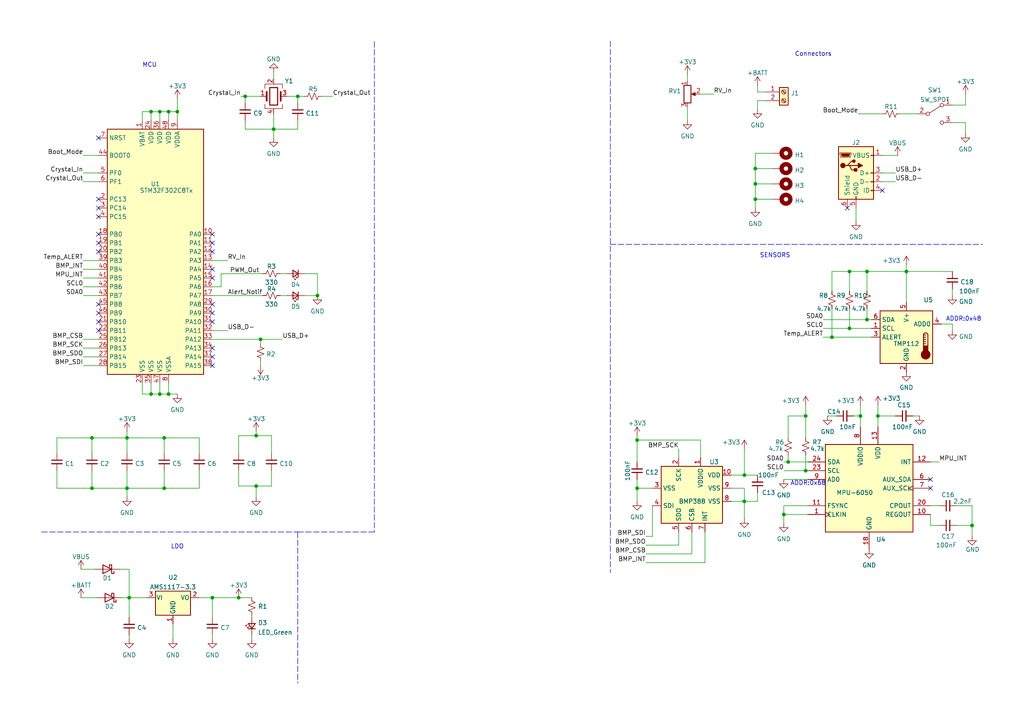
<source format=kicad_sch>
(kicad_sch (version 20211123) (generator eeschema)

  (uuid e63e39d7-6ac0-4ffd-8aa3-1841a4541b55)

  (paper "A4")

  (title_block
    (title "STM32 testing board")
  )

  (lib_symbols
    (symbol "Connector:Screw_Terminal_01x02" (pin_names (offset 1.016) hide) (in_bom yes) (on_board yes)
      (property "Reference" "J" (id 0) (at 0 2.54 0)
        (effects (font (size 1.27 1.27)))
      )
      (property "Value" "Screw_Terminal_01x02" (id 1) (at 0 -5.08 0)
        (effects (font (size 1.27 1.27)))
      )
      (property "Footprint" "" (id 2) (at 0 0 0)
        (effects (font (size 1.27 1.27)) hide)
      )
      (property "Datasheet" "~" (id 3) (at 0 0 0)
        (effects (font (size 1.27 1.27)) hide)
      )
      (property "ki_keywords" "screw terminal" (id 4) (at 0 0 0)
        (effects (font (size 1.27 1.27)) hide)
      )
      (property "ki_description" "Generic screw terminal, single row, 01x02, script generated (kicad-library-utils/schlib/autogen/connector/)" (id 5) (at 0 0 0)
        (effects (font (size 1.27 1.27)) hide)
      )
      (property "ki_fp_filters" "TerminalBlock*:*" (id 6) (at 0 0 0)
        (effects (font (size 1.27 1.27)) hide)
      )
      (symbol "Screw_Terminal_01x02_1_1"
        (rectangle (start -1.27 1.27) (end 1.27 -3.81)
          (stroke (width 0.254) (type default) (color 0 0 0 0))
          (fill (type background))
        )
        (circle (center 0 -2.54) (radius 0.635)
          (stroke (width 0.1524) (type default) (color 0 0 0 0))
          (fill (type none))
        )
        (polyline
          (pts
            (xy -0.5334 -2.2098)
            (xy 0.3302 -3.048)
          )
          (stroke (width 0.1524) (type default) (color 0 0 0 0))
          (fill (type none))
        )
        (polyline
          (pts
            (xy -0.5334 0.3302)
            (xy 0.3302 -0.508)
          )
          (stroke (width 0.1524) (type default) (color 0 0 0 0))
          (fill (type none))
        )
        (polyline
          (pts
            (xy -0.3556 -2.032)
            (xy 0.508 -2.8702)
          )
          (stroke (width 0.1524) (type default) (color 0 0 0 0))
          (fill (type none))
        )
        (polyline
          (pts
            (xy -0.3556 0.508)
            (xy 0.508 -0.3302)
          )
          (stroke (width 0.1524) (type default) (color 0 0 0 0))
          (fill (type none))
        )
        (circle (center 0 0) (radius 0.635)
          (stroke (width 0.1524) (type default) (color 0 0 0 0))
          (fill (type none))
        )
        (pin passive line (at -5.08 0 0) (length 3.81)
          (name "Pin_1" (effects (font (size 1.27 1.27))))
          (number "1" (effects (font (size 1.27 1.27))))
        )
        (pin passive line (at -5.08 -2.54 0) (length 3.81)
          (name "Pin_2" (effects (font (size 1.27 1.27))))
          (number "2" (effects (font (size 1.27 1.27))))
        )
      )
    )
    (symbol "Connector:USB_B_Micro" (pin_names (offset 1.016)) (in_bom yes) (on_board yes)
      (property "Reference" "J" (id 0) (at -5.08 11.43 0)
        (effects (font (size 1.27 1.27)) (justify left))
      )
      (property "Value" "USB_B_Micro" (id 1) (at -5.08 8.89 0)
        (effects (font (size 1.27 1.27)) (justify left))
      )
      (property "Footprint" "" (id 2) (at 3.81 -1.27 0)
        (effects (font (size 1.27 1.27)) hide)
      )
      (property "Datasheet" "~" (id 3) (at 3.81 -1.27 0)
        (effects (font (size 1.27 1.27)) hide)
      )
      (property "ki_keywords" "connector USB micro" (id 4) (at 0 0 0)
        (effects (font (size 1.27 1.27)) hide)
      )
      (property "ki_description" "USB Micro Type B connector" (id 5) (at 0 0 0)
        (effects (font (size 1.27 1.27)) hide)
      )
      (property "ki_fp_filters" "USB*" (id 6) (at 0 0 0)
        (effects (font (size 1.27 1.27)) hide)
      )
      (symbol "USB_B_Micro_0_1"
        (rectangle (start -5.08 -7.62) (end 5.08 7.62)
          (stroke (width 0.254) (type default) (color 0 0 0 0))
          (fill (type background))
        )
        (circle (center -3.81 2.159) (radius 0.635)
          (stroke (width 0.254) (type default) (color 0 0 0 0))
          (fill (type outline))
        )
        (circle (center -0.635 3.429) (radius 0.381)
          (stroke (width 0.254) (type default) (color 0 0 0 0))
          (fill (type outline))
        )
        (rectangle (start -0.127 -7.62) (end 0.127 -6.858)
          (stroke (width 0) (type default) (color 0 0 0 0))
          (fill (type none))
        )
        (polyline
          (pts
            (xy -1.905 2.159)
            (xy 0.635 2.159)
          )
          (stroke (width 0.254) (type default) (color 0 0 0 0))
          (fill (type none))
        )
        (polyline
          (pts
            (xy -3.175 2.159)
            (xy -2.54 2.159)
            (xy -1.27 3.429)
            (xy -0.635 3.429)
          )
          (stroke (width 0.254) (type default) (color 0 0 0 0))
          (fill (type none))
        )
        (polyline
          (pts
            (xy -2.54 2.159)
            (xy -1.905 2.159)
            (xy -1.27 0.889)
            (xy 0 0.889)
          )
          (stroke (width 0.254) (type default) (color 0 0 0 0))
          (fill (type none))
        )
        (polyline
          (pts
            (xy 0.635 2.794)
            (xy 0.635 1.524)
            (xy 1.905 2.159)
            (xy 0.635 2.794)
          )
          (stroke (width 0.254) (type default) (color 0 0 0 0))
          (fill (type outline))
        )
        (polyline
          (pts
            (xy -4.318 5.588)
            (xy -1.778 5.588)
            (xy -2.032 4.826)
            (xy -4.064 4.826)
            (xy -4.318 5.588)
          )
          (stroke (width 0) (type default) (color 0 0 0 0))
          (fill (type outline))
        )
        (polyline
          (pts
            (xy -4.699 5.842)
            (xy -4.699 5.588)
            (xy -4.445 4.826)
            (xy -4.445 4.572)
            (xy -1.651 4.572)
            (xy -1.651 4.826)
            (xy -1.397 5.588)
            (xy -1.397 5.842)
            (xy -4.699 5.842)
          )
          (stroke (width 0) (type default) (color 0 0 0 0))
          (fill (type none))
        )
        (rectangle (start 0.254 1.27) (end -0.508 0.508)
          (stroke (width 0.254) (type default) (color 0 0 0 0))
          (fill (type outline))
        )
        (rectangle (start 5.08 -5.207) (end 4.318 -4.953)
          (stroke (width 0) (type default) (color 0 0 0 0))
          (fill (type none))
        )
        (rectangle (start 5.08 -2.667) (end 4.318 -2.413)
          (stroke (width 0) (type default) (color 0 0 0 0))
          (fill (type none))
        )
        (rectangle (start 5.08 -0.127) (end 4.318 0.127)
          (stroke (width 0) (type default) (color 0 0 0 0))
          (fill (type none))
        )
        (rectangle (start 5.08 4.953) (end 4.318 5.207)
          (stroke (width 0) (type default) (color 0 0 0 0))
          (fill (type none))
        )
      )
      (symbol "USB_B_Micro_1_1"
        (pin power_out line (at 7.62 5.08 180) (length 2.54)
          (name "VBUS" (effects (font (size 1.27 1.27))))
          (number "1" (effects (font (size 1.27 1.27))))
        )
        (pin bidirectional line (at 7.62 -2.54 180) (length 2.54)
          (name "D-" (effects (font (size 1.27 1.27))))
          (number "2" (effects (font (size 1.27 1.27))))
        )
        (pin bidirectional line (at 7.62 0 180) (length 2.54)
          (name "D+" (effects (font (size 1.27 1.27))))
          (number "3" (effects (font (size 1.27 1.27))))
        )
        (pin passive line (at 7.62 -5.08 180) (length 2.54)
          (name "ID" (effects (font (size 1.27 1.27))))
          (number "4" (effects (font (size 1.27 1.27))))
        )
        (pin power_out line (at 0 -10.16 90) (length 2.54)
          (name "GND" (effects (font (size 1.27 1.27))))
          (number "5" (effects (font (size 1.27 1.27))))
        )
        (pin passive line (at -2.54 -10.16 90) (length 2.54)
          (name "Shield" (effects (font (size 1.27 1.27))))
          (number "6" (effects (font (size 1.27 1.27))))
        )
      )
    )
    (symbol "Device:C_Small" (pin_numbers hide) (pin_names (offset 0.254) hide) (in_bom yes) (on_board yes)
      (property "Reference" "C" (id 0) (at 0.254 1.778 0)
        (effects (font (size 1.27 1.27)) (justify left))
      )
      (property "Value" "C_Small" (id 1) (at 0.254 -2.032 0)
        (effects (font (size 1.27 1.27)) (justify left))
      )
      (property "Footprint" "" (id 2) (at 0 0 0)
        (effects (font (size 1.27 1.27)) hide)
      )
      (property "Datasheet" "~" (id 3) (at 0 0 0)
        (effects (font (size 1.27 1.27)) hide)
      )
      (property "ki_keywords" "capacitor cap" (id 4) (at 0 0 0)
        (effects (font (size 1.27 1.27)) hide)
      )
      (property "ki_description" "Unpolarized capacitor, small symbol" (id 5) (at 0 0 0)
        (effects (font (size 1.27 1.27)) hide)
      )
      (property "ki_fp_filters" "C_*" (id 6) (at 0 0 0)
        (effects (font (size 1.27 1.27)) hide)
      )
      (symbol "C_Small_0_1"
        (polyline
          (pts
            (xy -1.524 -0.508)
            (xy 1.524 -0.508)
          )
          (stroke (width 0.3302) (type default) (color 0 0 0 0))
          (fill (type none))
        )
        (polyline
          (pts
            (xy -1.524 0.508)
            (xy 1.524 0.508)
          )
          (stroke (width 0.3048) (type default) (color 0 0 0 0))
          (fill (type none))
        )
      )
      (symbol "C_Small_1_1"
        (pin passive line (at 0 2.54 270) (length 2.032)
          (name "~" (effects (font (size 1.27 1.27))))
          (number "1" (effects (font (size 1.27 1.27))))
        )
        (pin passive line (at 0 -2.54 90) (length 2.032)
          (name "~" (effects (font (size 1.27 1.27))))
          (number "2" (effects (font (size 1.27 1.27))))
        )
      )
    )
    (symbol "Device:Crystal_GND24" (pin_names (offset 1.016) hide) (in_bom yes) (on_board yes)
      (property "Reference" "Y" (id 0) (at 3.175 5.08 0)
        (effects (font (size 1.27 1.27)) (justify left))
      )
      (property "Value" "Crystal_GND24" (id 1) (at 3.175 3.175 0)
        (effects (font (size 1.27 1.27)) (justify left))
      )
      (property "Footprint" "" (id 2) (at 0 0 0)
        (effects (font (size 1.27 1.27)) hide)
      )
      (property "Datasheet" "~" (id 3) (at 0 0 0)
        (effects (font (size 1.27 1.27)) hide)
      )
      (property "ki_keywords" "quartz ceramic resonator oscillator" (id 4) (at 0 0 0)
        (effects (font (size 1.27 1.27)) hide)
      )
      (property "ki_description" "Four pin crystal, GND on pins 2 and 4" (id 5) (at 0 0 0)
        (effects (font (size 1.27 1.27)) hide)
      )
      (property "ki_fp_filters" "Crystal*" (id 6) (at 0 0 0)
        (effects (font (size 1.27 1.27)) hide)
      )
      (symbol "Crystal_GND24_0_1"
        (rectangle (start -1.143 2.54) (end 1.143 -2.54)
          (stroke (width 0.3048) (type default) (color 0 0 0 0))
          (fill (type none))
        )
        (polyline
          (pts
            (xy -2.54 0)
            (xy -2.032 0)
          )
          (stroke (width 0) (type default) (color 0 0 0 0))
          (fill (type none))
        )
        (polyline
          (pts
            (xy -2.032 -1.27)
            (xy -2.032 1.27)
          )
          (stroke (width 0.508) (type default) (color 0 0 0 0))
          (fill (type none))
        )
        (polyline
          (pts
            (xy 0 -3.81)
            (xy 0 -3.556)
          )
          (stroke (width 0) (type default) (color 0 0 0 0))
          (fill (type none))
        )
        (polyline
          (pts
            (xy 0 3.556)
            (xy 0 3.81)
          )
          (stroke (width 0) (type default) (color 0 0 0 0))
          (fill (type none))
        )
        (polyline
          (pts
            (xy 2.032 -1.27)
            (xy 2.032 1.27)
          )
          (stroke (width 0.508) (type default) (color 0 0 0 0))
          (fill (type none))
        )
        (polyline
          (pts
            (xy 2.032 0)
            (xy 2.54 0)
          )
          (stroke (width 0) (type default) (color 0 0 0 0))
          (fill (type none))
        )
        (polyline
          (pts
            (xy -2.54 -2.286)
            (xy -2.54 -3.556)
            (xy 2.54 -3.556)
            (xy 2.54 -2.286)
          )
          (stroke (width 0) (type default) (color 0 0 0 0))
          (fill (type none))
        )
        (polyline
          (pts
            (xy -2.54 2.286)
            (xy -2.54 3.556)
            (xy 2.54 3.556)
            (xy 2.54 2.286)
          )
          (stroke (width 0) (type default) (color 0 0 0 0))
          (fill (type none))
        )
      )
      (symbol "Crystal_GND24_1_1"
        (pin passive line (at -3.81 0 0) (length 1.27)
          (name "1" (effects (font (size 1.27 1.27))))
          (number "1" (effects (font (size 1.27 1.27))))
        )
        (pin passive line (at 0 5.08 270) (length 1.27)
          (name "2" (effects (font (size 1.27 1.27))))
          (number "2" (effects (font (size 1.27 1.27))))
        )
        (pin passive line (at 3.81 0 180) (length 1.27)
          (name "3" (effects (font (size 1.27 1.27))))
          (number "3" (effects (font (size 1.27 1.27))))
        )
        (pin passive line (at 0 -5.08 90) (length 1.27)
          (name "4" (effects (font (size 1.27 1.27))))
          (number "4" (effects (font (size 1.27 1.27))))
        )
      )
    )
    (symbol "Device:LED_Small" (pin_numbers hide) (pin_names (offset 0.254) hide) (in_bom yes) (on_board yes)
      (property "Reference" "D" (id 0) (at -1.27 3.175 0)
        (effects (font (size 1.27 1.27)) (justify left))
      )
      (property "Value" "LED_Small" (id 1) (at -4.445 -2.54 0)
        (effects (font (size 1.27 1.27)) (justify left))
      )
      (property "Footprint" "" (id 2) (at 0 0 90)
        (effects (font (size 1.27 1.27)) hide)
      )
      (property "Datasheet" "~" (id 3) (at 0 0 90)
        (effects (font (size 1.27 1.27)) hide)
      )
      (property "ki_keywords" "LED diode light-emitting-diode" (id 4) (at 0 0 0)
        (effects (font (size 1.27 1.27)) hide)
      )
      (property "ki_description" "Light emitting diode, small symbol" (id 5) (at 0 0 0)
        (effects (font (size 1.27 1.27)) hide)
      )
      (property "ki_fp_filters" "LED* LED_SMD:* LED_THT:*" (id 6) (at 0 0 0)
        (effects (font (size 1.27 1.27)) hide)
      )
      (symbol "LED_Small_0_1"
        (polyline
          (pts
            (xy -0.762 -1.016)
            (xy -0.762 1.016)
          )
          (stroke (width 0.254) (type default) (color 0 0 0 0))
          (fill (type none))
        )
        (polyline
          (pts
            (xy 1.016 0)
            (xy -0.762 0)
          )
          (stroke (width 0) (type default) (color 0 0 0 0))
          (fill (type none))
        )
        (polyline
          (pts
            (xy 0.762 -1.016)
            (xy -0.762 0)
            (xy 0.762 1.016)
            (xy 0.762 -1.016)
          )
          (stroke (width 0.254) (type default) (color 0 0 0 0))
          (fill (type none))
        )
        (polyline
          (pts
            (xy 0 0.762)
            (xy -0.508 1.27)
            (xy -0.254 1.27)
            (xy -0.508 1.27)
            (xy -0.508 1.016)
          )
          (stroke (width 0) (type default) (color 0 0 0 0))
          (fill (type none))
        )
        (polyline
          (pts
            (xy 0.508 1.27)
            (xy 0 1.778)
            (xy 0.254 1.778)
            (xy 0 1.778)
            (xy 0 1.524)
          )
          (stroke (width 0) (type default) (color 0 0 0 0))
          (fill (type none))
        )
      )
      (symbol "LED_Small_1_1"
        (pin passive line (at -2.54 0 0) (length 1.778)
          (name "K" (effects (font (size 1.27 1.27))))
          (number "1" (effects (font (size 1.27 1.27))))
        )
        (pin passive line (at 2.54 0 180) (length 1.778)
          (name "A" (effects (font (size 1.27 1.27))))
          (number "2" (effects (font (size 1.27 1.27))))
        )
      )
    )
    (symbol "Device:R_Potentiometer" (pin_names (offset 1.016) hide) (in_bom yes) (on_board yes)
      (property "Reference" "RV" (id 0) (at -4.445 0 90)
        (effects (font (size 1.27 1.27)))
      )
      (property "Value" "R_Potentiometer" (id 1) (at -2.54 0 90)
        (effects (font (size 1.27 1.27)))
      )
      (property "Footprint" "" (id 2) (at 0 0 0)
        (effects (font (size 1.27 1.27)) hide)
      )
      (property "Datasheet" "~" (id 3) (at 0 0 0)
        (effects (font (size 1.27 1.27)) hide)
      )
      (property "ki_keywords" "resistor variable" (id 4) (at 0 0 0)
        (effects (font (size 1.27 1.27)) hide)
      )
      (property "ki_description" "Potentiometer" (id 5) (at 0 0 0)
        (effects (font (size 1.27 1.27)) hide)
      )
      (property "ki_fp_filters" "Potentiometer*" (id 6) (at 0 0 0)
        (effects (font (size 1.27 1.27)) hide)
      )
      (symbol "R_Potentiometer_0_1"
        (polyline
          (pts
            (xy 2.54 0)
            (xy 1.524 0)
          )
          (stroke (width 0) (type default) (color 0 0 0 0))
          (fill (type none))
        )
        (polyline
          (pts
            (xy 1.143 0)
            (xy 2.286 0.508)
            (xy 2.286 -0.508)
            (xy 1.143 0)
          )
          (stroke (width 0) (type default) (color 0 0 0 0))
          (fill (type outline))
        )
        (rectangle (start 1.016 2.54) (end -1.016 -2.54)
          (stroke (width 0.254) (type default) (color 0 0 0 0))
          (fill (type none))
        )
      )
      (symbol "R_Potentiometer_1_1"
        (pin passive line (at 0 3.81 270) (length 1.27)
          (name "1" (effects (font (size 1.27 1.27))))
          (number "1" (effects (font (size 1.27 1.27))))
        )
        (pin passive line (at 3.81 0 180) (length 1.27)
          (name "2" (effects (font (size 1.27 1.27))))
          (number "2" (effects (font (size 1.27 1.27))))
        )
        (pin passive line (at 0 -3.81 90) (length 1.27)
          (name "3" (effects (font (size 1.27 1.27))))
          (number "3" (effects (font (size 1.27 1.27))))
        )
      )
    )
    (symbol "Device:R_Small_US" (pin_numbers hide) (pin_names (offset 0.254) hide) (in_bom yes) (on_board yes)
      (property "Reference" "R" (id 0) (at 0.762 0.508 0)
        (effects (font (size 1.27 1.27)) (justify left))
      )
      (property "Value" "R_Small_US" (id 1) (at 0.762 -1.016 0)
        (effects (font (size 1.27 1.27)) (justify left))
      )
      (property "Footprint" "" (id 2) (at 0 0 0)
        (effects (font (size 1.27 1.27)) hide)
      )
      (property "Datasheet" "~" (id 3) (at 0 0 0)
        (effects (font (size 1.27 1.27)) hide)
      )
      (property "ki_keywords" "r resistor" (id 4) (at 0 0 0)
        (effects (font (size 1.27 1.27)) hide)
      )
      (property "ki_description" "Resistor, small US symbol" (id 5) (at 0 0 0)
        (effects (font (size 1.27 1.27)) hide)
      )
      (property "ki_fp_filters" "R_*" (id 6) (at 0 0 0)
        (effects (font (size 1.27 1.27)) hide)
      )
      (symbol "R_Small_US_1_1"
        (polyline
          (pts
            (xy 0 0)
            (xy 1.016 -0.381)
            (xy 0 -0.762)
            (xy -1.016 -1.143)
            (xy 0 -1.524)
          )
          (stroke (width 0) (type default) (color 0 0 0 0))
          (fill (type none))
        )
        (polyline
          (pts
            (xy 0 1.524)
            (xy 1.016 1.143)
            (xy 0 0.762)
            (xy -1.016 0.381)
            (xy 0 0)
          )
          (stroke (width 0) (type default) (color 0 0 0 0))
          (fill (type none))
        )
        (pin passive line (at 0 2.54 270) (length 1.016)
          (name "~" (effects (font (size 1.27 1.27))))
          (number "1" (effects (font (size 1.27 1.27))))
        )
        (pin passive line (at 0 -2.54 90) (length 1.016)
          (name "~" (effects (font (size 1.27 1.27))))
          (number "2" (effects (font (size 1.27 1.27))))
        )
      )
    )
    (symbol "Diode:1N5819" (pin_numbers hide) (pin_names (offset 1.016) hide) (in_bom yes) (on_board yes)
      (property "Reference" "D" (id 0) (at 0 2.54 0)
        (effects (font (size 1.27 1.27)))
      )
      (property "Value" "1N5819" (id 1) (at 0 -2.54 0)
        (effects (font (size 1.27 1.27)))
      )
      (property "Footprint" "Diode_THT:D_DO-41_SOD81_P10.16mm_Horizontal" (id 2) (at 0 -4.445 0)
        (effects (font (size 1.27 1.27)) hide)
      )
      (property "Datasheet" "http://www.vishay.com/docs/88525/1n5817.pdf" (id 3) (at 0 0 0)
        (effects (font (size 1.27 1.27)) hide)
      )
      (property "ki_keywords" "diode Schottky" (id 4) (at 0 0 0)
        (effects (font (size 1.27 1.27)) hide)
      )
      (property "ki_description" "40V 1A Schottky Barrier Rectifier Diode, DO-41" (id 5) (at 0 0 0)
        (effects (font (size 1.27 1.27)) hide)
      )
      (property "ki_fp_filters" "D*DO?41*" (id 6) (at 0 0 0)
        (effects (font (size 1.27 1.27)) hide)
      )
      (symbol "1N5819_0_1"
        (polyline
          (pts
            (xy 1.27 0)
            (xy -1.27 0)
          )
          (stroke (width 0) (type default) (color 0 0 0 0))
          (fill (type none))
        )
        (polyline
          (pts
            (xy 1.27 1.27)
            (xy 1.27 -1.27)
            (xy -1.27 0)
            (xy 1.27 1.27)
          )
          (stroke (width 0.254) (type default) (color 0 0 0 0))
          (fill (type none))
        )
        (polyline
          (pts
            (xy -1.905 0.635)
            (xy -1.905 1.27)
            (xy -1.27 1.27)
            (xy -1.27 -1.27)
            (xy -0.635 -1.27)
            (xy -0.635 -0.635)
          )
          (stroke (width 0.254) (type default) (color 0 0 0 0))
          (fill (type none))
        )
      )
      (symbol "1N5819_1_1"
        (pin passive line (at -3.81 0 0) (length 2.54)
          (name "K" (effects (font (size 1.27 1.27))))
          (number "1" (effects (font (size 1.27 1.27))))
        )
        (pin passive line (at 3.81 0 180) (length 2.54)
          (name "A" (effects (font (size 1.27 1.27))))
          (number "2" (effects (font (size 1.27 1.27))))
        )
      )
    )
    (symbol "MCU_ST_STM32F3:STM32F302C8Tx" (in_bom yes) (on_board yes)
      (property "Reference" "U" (id 0) (at -15.24 36.83 0)
        (effects (font (size 1.27 1.27)) (justify left))
      )
      (property "Value" "STM32F302C8Tx" (id 1) (at 7.62 36.83 0)
        (effects (font (size 1.27 1.27)) (justify left))
      )
      (property "Footprint" "Package_QFP:LQFP-48_7x7mm_P0.5mm" (id 2) (at -15.24 -35.56 0)
        (effects (font (size 1.27 1.27)) (justify right) hide)
      )
      (property "Datasheet" "http://www.st.com/st-web-ui/static/active/en/resource/technical/document/datasheet/DM00093333.pdf" (id 3) (at 0 0 0)
        (effects (font (size 1.27 1.27)) hide)
      )
      (property "ki_keywords" "ARM Cortex-M4 STM32F3 STM32F302" (id 4) (at 0 0 0)
        (effects (font (size 1.27 1.27)) hide)
      )
      (property "ki_description" "ARM Cortex-M4 MCU, 64KB flash, 16KB RAM, 72MHz, 2-3.6V, 37 GPIO, LQFP-48" (id 5) (at 0 0 0)
        (effects (font (size 1.27 1.27)) hide)
      )
      (property "ki_fp_filters" "LQFP*7x7mm*P0.5mm*" (id 6) (at 0 0 0)
        (effects (font (size 1.27 1.27)) hide)
      )
      (symbol "STM32F302C8Tx_0_1"
        (rectangle (start -15.24 -35.56) (end 12.7 35.56)
          (stroke (width 0.254) (type default) (color 0 0 0 0))
          (fill (type background))
        )
      )
      (symbol "STM32F302C8Tx_1_1"
        (pin power_in line (at -5.08 38.1 270) (length 2.54)
          (name "VBAT" (effects (font (size 1.27 1.27))))
          (number "1" (effects (font (size 1.27 1.27))))
        )
        (pin bidirectional line (at 15.24 5.08 180) (length 2.54)
          (name "PA0" (effects (font (size 1.27 1.27))))
          (number "10" (effects (font (size 1.27 1.27))))
        )
        (pin bidirectional line (at 15.24 2.54 180) (length 2.54)
          (name "PA1" (effects (font (size 1.27 1.27))))
          (number "11" (effects (font (size 1.27 1.27))))
        )
        (pin bidirectional line (at 15.24 0 180) (length 2.54)
          (name "PA2" (effects (font (size 1.27 1.27))))
          (number "12" (effects (font (size 1.27 1.27))))
        )
        (pin bidirectional line (at 15.24 -2.54 180) (length 2.54)
          (name "PA3" (effects (font (size 1.27 1.27))))
          (number "13" (effects (font (size 1.27 1.27))))
        )
        (pin bidirectional line (at 15.24 -5.08 180) (length 2.54)
          (name "PA4" (effects (font (size 1.27 1.27))))
          (number "14" (effects (font (size 1.27 1.27))))
        )
        (pin bidirectional line (at 15.24 -7.62 180) (length 2.54)
          (name "PA5" (effects (font (size 1.27 1.27))))
          (number "15" (effects (font (size 1.27 1.27))))
        )
        (pin bidirectional line (at 15.24 -10.16 180) (length 2.54)
          (name "PA6" (effects (font (size 1.27 1.27))))
          (number "16" (effects (font (size 1.27 1.27))))
        )
        (pin bidirectional line (at 15.24 -12.7 180) (length 2.54)
          (name "PA7" (effects (font (size 1.27 1.27))))
          (number "17" (effects (font (size 1.27 1.27))))
        )
        (pin bidirectional line (at -17.78 5.08 0) (length 2.54)
          (name "PB0" (effects (font (size 1.27 1.27))))
          (number "18" (effects (font (size 1.27 1.27))))
        )
        (pin bidirectional line (at -17.78 2.54 0) (length 2.54)
          (name "PB1" (effects (font (size 1.27 1.27))))
          (number "19" (effects (font (size 1.27 1.27))))
        )
        (pin bidirectional line (at -17.78 15.24 0) (length 2.54)
          (name "PC13" (effects (font (size 1.27 1.27))))
          (number "2" (effects (font (size 1.27 1.27))))
        )
        (pin bidirectional line (at -17.78 0 0) (length 2.54)
          (name "PB2" (effects (font (size 1.27 1.27))))
          (number "20" (effects (font (size 1.27 1.27))))
        )
        (pin bidirectional line (at -17.78 -20.32 0) (length 2.54)
          (name "PB10" (effects (font (size 1.27 1.27))))
          (number "21" (effects (font (size 1.27 1.27))))
        )
        (pin bidirectional line (at -17.78 -22.86 0) (length 2.54)
          (name "PB11" (effects (font (size 1.27 1.27))))
          (number "22" (effects (font (size 1.27 1.27))))
        )
        (pin power_in line (at -5.08 -38.1 90) (length 2.54)
          (name "VSS" (effects (font (size 1.27 1.27))))
          (number "23" (effects (font (size 1.27 1.27))))
        )
        (pin power_in line (at -2.54 38.1 270) (length 2.54)
          (name "VDD" (effects (font (size 1.27 1.27))))
          (number "24" (effects (font (size 1.27 1.27))))
        )
        (pin bidirectional line (at -17.78 -25.4 0) (length 2.54)
          (name "PB12" (effects (font (size 1.27 1.27))))
          (number "25" (effects (font (size 1.27 1.27))))
        )
        (pin bidirectional line (at -17.78 -27.94 0) (length 2.54)
          (name "PB13" (effects (font (size 1.27 1.27))))
          (number "26" (effects (font (size 1.27 1.27))))
        )
        (pin bidirectional line (at -17.78 -30.48 0) (length 2.54)
          (name "PB14" (effects (font (size 1.27 1.27))))
          (number "27" (effects (font (size 1.27 1.27))))
        )
        (pin bidirectional line (at -17.78 -33.02 0) (length 2.54)
          (name "PB15" (effects (font (size 1.27 1.27))))
          (number "28" (effects (font (size 1.27 1.27))))
        )
        (pin bidirectional line (at 15.24 -15.24 180) (length 2.54)
          (name "PA8" (effects (font (size 1.27 1.27))))
          (number "29" (effects (font (size 1.27 1.27))))
        )
        (pin bidirectional line (at -17.78 12.7 0) (length 2.54)
          (name "PC14" (effects (font (size 1.27 1.27))))
          (number "3" (effects (font (size 1.27 1.27))))
        )
        (pin bidirectional line (at 15.24 -17.78 180) (length 2.54)
          (name "PA9" (effects (font (size 1.27 1.27))))
          (number "30" (effects (font (size 1.27 1.27))))
        )
        (pin bidirectional line (at 15.24 -20.32 180) (length 2.54)
          (name "PA10" (effects (font (size 1.27 1.27))))
          (number "31" (effects (font (size 1.27 1.27))))
        )
        (pin bidirectional line (at 15.24 -22.86 180) (length 2.54)
          (name "PA11" (effects (font (size 1.27 1.27))))
          (number "32" (effects (font (size 1.27 1.27))))
        )
        (pin bidirectional line (at 15.24 -25.4 180) (length 2.54)
          (name "PA12" (effects (font (size 1.27 1.27))))
          (number "33" (effects (font (size 1.27 1.27))))
        )
        (pin bidirectional line (at 15.24 -27.94 180) (length 2.54)
          (name "PA13" (effects (font (size 1.27 1.27))))
          (number "34" (effects (font (size 1.27 1.27))))
        )
        (pin power_in line (at -2.54 -38.1 90) (length 2.54)
          (name "VSS" (effects (font (size 1.27 1.27))))
          (number "35" (effects (font (size 1.27 1.27))))
        )
        (pin power_in line (at 0 38.1 270) (length 2.54)
          (name "VDD" (effects (font (size 1.27 1.27))))
          (number "36" (effects (font (size 1.27 1.27))))
        )
        (pin bidirectional line (at 15.24 -30.48 180) (length 2.54)
          (name "PA14" (effects (font (size 1.27 1.27))))
          (number "37" (effects (font (size 1.27 1.27))))
        )
        (pin bidirectional line (at 15.24 -33.02 180) (length 2.54)
          (name "PA15" (effects (font (size 1.27 1.27))))
          (number "38" (effects (font (size 1.27 1.27))))
        )
        (pin bidirectional line (at -17.78 -2.54 0) (length 2.54)
          (name "PB3" (effects (font (size 1.27 1.27))))
          (number "39" (effects (font (size 1.27 1.27))))
        )
        (pin bidirectional line (at -17.78 10.16 0) (length 2.54)
          (name "PC15" (effects (font (size 1.27 1.27))))
          (number "4" (effects (font (size 1.27 1.27))))
        )
        (pin bidirectional line (at -17.78 -5.08 0) (length 2.54)
          (name "PB4" (effects (font (size 1.27 1.27))))
          (number "40" (effects (font (size 1.27 1.27))))
        )
        (pin bidirectional line (at -17.78 -7.62 0) (length 2.54)
          (name "PB5" (effects (font (size 1.27 1.27))))
          (number "41" (effects (font (size 1.27 1.27))))
        )
        (pin bidirectional line (at -17.78 -10.16 0) (length 2.54)
          (name "PB6" (effects (font (size 1.27 1.27))))
          (number "42" (effects (font (size 1.27 1.27))))
        )
        (pin bidirectional line (at -17.78 -12.7 0) (length 2.54)
          (name "PB7" (effects (font (size 1.27 1.27))))
          (number "43" (effects (font (size 1.27 1.27))))
        )
        (pin input line (at -17.78 27.94 0) (length 2.54)
          (name "BOOT0" (effects (font (size 1.27 1.27))))
          (number "44" (effects (font (size 1.27 1.27))))
        )
        (pin bidirectional line (at -17.78 -15.24 0) (length 2.54)
          (name "PB8" (effects (font (size 1.27 1.27))))
          (number "45" (effects (font (size 1.27 1.27))))
        )
        (pin bidirectional line (at -17.78 -17.78 0) (length 2.54)
          (name "PB9" (effects (font (size 1.27 1.27))))
          (number "46" (effects (font (size 1.27 1.27))))
        )
        (pin power_in line (at 0 -38.1 90) (length 2.54)
          (name "VSS" (effects (font (size 1.27 1.27))))
          (number "47" (effects (font (size 1.27 1.27))))
        )
        (pin power_in line (at 2.54 38.1 270) (length 2.54)
          (name "VDD" (effects (font (size 1.27 1.27))))
          (number "48" (effects (font (size 1.27 1.27))))
        )
        (pin input line (at -17.78 22.86 0) (length 2.54)
          (name "PF0" (effects (font (size 1.27 1.27))))
          (number "5" (effects (font (size 1.27 1.27))))
        )
        (pin input line (at -17.78 20.32 0) (length 2.54)
          (name "PF1" (effects (font (size 1.27 1.27))))
          (number "6" (effects (font (size 1.27 1.27))))
        )
        (pin input line (at -17.78 33.02 0) (length 2.54)
          (name "NRST" (effects (font (size 1.27 1.27))))
          (number "7" (effects (font (size 1.27 1.27))))
        )
        (pin power_in line (at 2.54 -38.1 90) (length 2.54)
          (name "VSSA" (effects (font (size 1.27 1.27))))
          (number "8" (effects (font (size 1.27 1.27))))
        )
        (pin power_in line (at 5.08 38.1 270) (length 2.54)
          (name "VDDA" (effects (font (size 1.27 1.27))))
          (number "9" (effects (font (size 1.27 1.27))))
        )
      )
    )
    (symbol "Mechanical:MountingHole_Pad" (pin_numbers hide) (pin_names (offset 1.016) hide) (in_bom yes) (on_board yes)
      (property "Reference" "H" (id 0) (at 0 6.35 0)
        (effects (font (size 1.27 1.27)))
      )
      (property "Value" "MountingHole_Pad" (id 1) (at 0 4.445 0)
        (effects (font (size 1.27 1.27)))
      )
      (property "Footprint" "" (id 2) (at 0 0 0)
        (effects (font (size 1.27 1.27)) hide)
      )
      (property "Datasheet" "~" (id 3) (at 0 0 0)
        (effects (font (size 1.27 1.27)) hide)
      )
      (property "ki_keywords" "mounting hole" (id 4) (at 0 0 0)
        (effects (font (size 1.27 1.27)) hide)
      )
      (property "ki_description" "Mounting Hole with connection" (id 5) (at 0 0 0)
        (effects (font (size 1.27 1.27)) hide)
      )
      (property "ki_fp_filters" "MountingHole*Pad*" (id 6) (at 0 0 0)
        (effects (font (size 1.27 1.27)) hide)
      )
      (symbol "MountingHole_Pad_0_1"
        (circle (center 0 1.27) (radius 1.27)
          (stroke (width 1.27) (type default) (color 0 0 0 0))
          (fill (type none))
        )
      )
      (symbol "MountingHole_Pad_1_1"
        (pin input line (at 0 -2.54 90) (length 2.54)
          (name "1" (effects (font (size 1.27 1.27))))
          (number "1" (effects (font (size 1.27 1.27))))
        )
      )
    )
    (symbol "Regulator_Linear:AMS1117-3.3" (pin_names (offset 0.254)) (in_bom yes) (on_board yes)
      (property "Reference" "U" (id 0) (at -3.81 3.175 0)
        (effects (font (size 1.27 1.27)))
      )
      (property "Value" "AMS1117-3.3" (id 1) (at 0 3.175 0)
        (effects (font (size 1.27 1.27)) (justify left))
      )
      (property "Footprint" "Package_TO_SOT_SMD:SOT-223-3_TabPin2" (id 2) (at 0 5.08 0)
        (effects (font (size 1.27 1.27)) hide)
      )
      (property "Datasheet" "http://www.advanced-monolithic.com/pdf/ds1117.pdf" (id 3) (at 2.54 -6.35 0)
        (effects (font (size 1.27 1.27)) hide)
      )
      (property "ki_keywords" "linear regulator ldo fixed positive" (id 4) (at 0 0 0)
        (effects (font (size 1.27 1.27)) hide)
      )
      (property "ki_description" "1A Low Dropout regulator, positive, 3.3V fixed output, SOT-223" (id 5) (at 0 0 0)
        (effects (font (size 1.27 1.27)) hide)
      )
      (property "ki_fp_filters" "SOT?223*TabPin2*" (id 6) (at 0 0 0)
        (effects (font (size 1.27 1.27)) hide)
      )
      (symbol "AMS1117-3.3_0_1"
        (rectangle (start -5.08 -5.08) (end 5.08 1.905)
          (stroke (width 0.254) (type default) (color 0 0 0 0))
          (fill (type background))
        )
      )
      (symbol "AMS1117-3.3_1_1"
        (pin power_in line (at 0 -7.62 90) (length 2.54)
          (name "GND" (effects (font (size 1.27 1.27))))
          (number "1" (effects (font (size 1.27 1.27))))
        )
        (pin power_out line (at 7.62 0 180) (length 2.54)
          (name "VO" (effects (font (size 1.27 1.27))))
          (number "2" (effects (font (size 1.27 1.27))))
        )
        (pin power_in line (at -7.62 0 0) (length 2.54)
          (name "VI" (effects (font (size 1.27 1.27))))
          (number "3" (effects (font (size 1.27 1.27))))
        )
      )
    )
    (symbol "Sensor_Motion:MPU-6050" (in_bom yes) (on_board yes)
      (property "Reference" "U" (id 0) (at -11.43 13.97 0)
        (effects (font (size 1.27 1.27)))
      )
      (property "Value" "MPU-6050" (id 1) (at 7.62 -13.97 0)
        (effects (font (size 1.27 1.27)))
      )
      (property "Footprint" "Sensor_Motion:InvenSense_QFN-24_4x4mm_P0.5mm" (id 2) (at 0 -20.32 0)
        (effects (font (size 1.27 1.27)) hide)
      )
      (property "Datasheet" "https://store.invensense.com/datasheets/invensense/MPU-6050_DataSheet_V3%204.pdf" (id 3) (at 0 -3.81 0)
        (effects (font (size 1.27 1.27)) hide)
      )
      (property "ki_keywords" "mems" (id 4) (at 0 0 0)
        (effects (font (size 1.27 1.27)) hide)
      )
      (property "ki_description" "InvenSense 6-Axis Motion Sensor, Gyroscope, Accelerometer, I2C" (id 5) (at 0 0 0)
        (effects (font (size 1.27 1.27)) hide)
      )
      (property "ki_fp_filters" "*QFN-24*4x4mm*P0.5mm*" (id 6) (at 0 0 0)
        (effects (font (size 1.27 1.27)) hide)
      )
      (symbol "MPU-6050_0_1"
        (rectangle (start -12.7 12.7) (end 12.7 -12.7)
          (stroke (width 0.254) (type default) (color 0 0 0 0))
          (fill (type background))
        )
      )
      (symbol "MPU-6050_1_1"
        (pin input clock (at -17.78 -7.62 0) (length 5.08)
          (name "CLKIN" (effects (font (size 1.27 1.27))))
          (number "1" (effects (font (size 1.27 1.27))))
        )
        (pin passive line (at 17.78 -7.62 180) (length 5.08)
          (name "REGOUT" (effects (font (size 1.27 1.27))))
          (number "10" (effects (font (size 1.27 1.27))))
        )
        (pin input line (at -17.78 -5.08 0) (length 5.08)
          (name "FSYNC" (effects (font (size 1.27 1.27))))
          (number "11" (effects (font (size 1.27 1.27))))
        )
        (pin output line (at 17.78 7.62 180) (length 5.08)
          (name "INT" (effects (font (size 1.27 1.27))))
          (number "12" (effects (font (size 1.27 1.27))))
        )
        (pin power_in line (at 2.54 17.78 270) (length 5.08)
          (name "VDD" (effects (font (size 1.27 1.27))))
          (number "13" (effects (font (size 1.27 1.27))))
        )
        (pin power_in line (at 0 -17.78 90) (length 5.08)
          (name "GND" (effects (font (size 1.27 1.27))))
          (number "18" (effects (font (size 1.27 1.27))))
        )
        (pin passive line (at 17.78 -5.08 180) (length 5.08)
          (name "CPOUT" (effects (font (size 1.27 1.27))))
          (number "20" (effects (font (size 1.27 1.27))))
        )
        (pin input line (at -17.78 5.08 0) (length 5.08)
          (name "SCL" (effects (font (size 1.27 1.27))))
          (number "23" (effects (font (size 1.27 1.27))))
        )
        (pin bidirectional line (at -17.78 7.62 0) (length 5.08)
          (name "SDA" (effects (font (size 1.27 1.27))))
          (number "24" (effects (font (size 1.27 1.27))))
        )
        (pin bidirectional line (at 17.78 2.54 180) (length 5.08)
          (name "AUX_SDA" (effects (font (size 1.27 1.27))))
          (number "6" (effects (font (size 1.27 1.27))))
        )
        (pin output clock (at 17.78 0 180) (length 5.08)
          (name "AUX_SCL" (effects (font (size 1.27 1.27))))
          (number "7" (effects (font (size 1.27 1.27))))
        )
        (pin power_in line (at -2.54 17.78 270) (length 5.08)
          (name "VDDIO" (effects (font (size 1.27 1.27))))
          (number "8" (effects (font (size 1.27 1.27))))
        )
        (pin input line (at -17.78 2.54 0) (length 5.08)
          (name "AD0" (effects (font (size 1.27 1.27))))
          (number "9" (effects (font (size 1.27 1.27))))
        )
      )
    )
    (symbol "Sensor_Pressure:BMP280" (in_bom yes) (on_board yes)
      (property "Reference" "U3" (id 0) (at 6.35 8.89 0)
        (effects (font (size 1.27 1.27)) (justify left))
      )
      (property "Value" "BMP388" (id 1) (at -2.54 -2.54 0)
        (effects (font (size 1.27 1.27)) (justify left))
      )
      (property "Footprint" "Package_LGA:Bosch_LGA-8_2x2.5mm_P0.65mm_ClockwisePinNumbering" (id 2) (at 0 -17.78 0)
        (effects (font (size 1.27 1.27)) hide)
      )
      (property "Datasheet" "https://ae-bst.resource.bosch.com/media/_tech/media/datasheets/BST-BMP388-DS001.pdf" (id 3) (at 1.27 15.24 0)
        (effects (font (size 1.27 1.27)) hide)
      )
      (property "ki_keywords" "I2C, SPI, pressure, temperature, sensor" (id 4) (at 0 0 0)
        (effects (font (size 1.27 1.27)) hide)
      )
      (property "ki_description" "Absolute Barometric Pressure Sensor, LGA-8" (id 5) (at 0 0 0)
        (effects (font (size 1.27 1.27)) hide)
      )
      (property "ki_fp_filters" "Bosch*LGA*2x2.5mm*P0.65mm*" (id 6) (at 0 0 0)
        (effects (font (size 1.27 1.27)) hide)
      )
      (symbol "BMP280_0_1"
        (rectangle (start -7.62 7.62) (end 10.16 -8.89)
          (stroke (width 0.254) (type default) (color 0 0 0 0))
          (fill (type background))
        )
      )
      (symbol "BMP280_1_1"
        (pin power_in line (at 3.81 10.16 270) (length 2.54)
          (name "VDDIO" (effects (font (size 1.27 1.27))))
          (number "1" (effects (font (size 1.27 1.27))))
        )
        (pin power_in line (at 12.7 5.08 180) (length 2.54)
          (name "VDD" (effects (font (size 1.27 1.27))))
          (number "10" (effects (font (size 1.27 1.27))))
        )
        (pin input line (at -2.54 10.16 270) (length 2.54)
          (name "SCK" (effects (font (size 1.27 1.27))))
          (number "2" (effects (font (size 1.27 1.27))))
        )
        (pin power_in line (at -10.16 1.27 0) (length 2.54)
          (name "VSS" (effects (font (size 1.27 1.27))))
          (number "3" (effects (font (size 1.27 1.27))))
        )
        (pin bidirectional line (at -10.16 -3.81 0) (length 2.54)
          (name "SDI" (effects (font (size 1.27 1.27))))
          (number "4" (effects (font (size 1.27 1.27))))
        )
        (pin bidirectional line (at -2.54 -11.43 90) (length 2.54)
          (name "SDO" (effects (font (size 1.27 1.27))))
          (number "5" (effects (font (size 1.27 1.27))))
        )
        (pin input line (at 1.27 -11.43 90) (length 2.54)
          (name "CSB" (effects (font (size 1.27 1.27))))
          (number "6" (effects (font (size 1.27 1.27))))
        )
        (pin input line (at 5.08 -11.43 90) (length 2.54)
          (name "INT" (effects (font (size 1.27 1.27))))
          (number "7" (effects (font (size 1.27 1.27))))
        )
        (pin power_in line (at 12.7 -2.54 180) (length 2.54)
          (name "VSS" (effects (font (size 1.27 1.27))))
          (number "8" (effects (font (size 1.27 1.27))))
        )
        (pin input line (at 12.7 1.27 180) (length 2.54)
          (name "VSS" (effects (font (size 1.27 1.27))))
          (number "9" (effects (font (size 1.27 1.27))))
        )
      )
    )
    (symbol "Sensor_Temperature:TMP101" (in_bom yes) (on_board yes)
      (property "Reference" "U?" (id 0) (at 6.35 10.795 0)
        (effects (font (size 1.27 1.27)))
      )
      (property "Value" "TMP112" (id 1) (at 5.715 8.89 0)
        (effects (font (size 1.27 1.27)))
      )
      (property "Footprint" "Package_TO_SOT_SMD:SOT-23-6" (id 2) (at 0 -8.89 0)
        (effects (font (size 1.27 1.27)) hide)
      )
      (property "Datasheet" "http://www.ti.com/lit/gpn/tmp101" (id 3) (at -1.27 3.81 0)
        (effects (font (size 1.27 1.27)) hide)
      )
      (property "ki_keywords" "temperature sensor i2c smbus" (id 4) (at 0 0 0)
        (effects (font (size 1.27 1.27)) hide)
      )
      (property "ki_description" "Temperature Sensor with I2C/SMBus Interface, SOT-23-6" (id 5) (at 0 0 0)
        (effects (font (size 1.27 1.27)) hide)
      )
      (property "ki_fp_filters" "SOT?23*" (id 6) (at 0 0 0)
        (effects (font (size 1.27 1.27)) hide)
      )
      (symbol "TMP101_0_1"
        (rectangle (start -7.62 7.62) (end 7.62 -7.62)
          (stroke (width 0.254) (type default) (color 0 0 0 0))
          (fill (type background))
        )
      )
      (symbol "TMP101_1_1"
        (polyline
          (pts
            (xy 4.953 -1.905)
            (xy 5.588 -1.905)
          )
          (stroke (width 0.254) (type default) (color 0 0 0 0))
          (fill (type none))
        )
        (polyline
          (pts
            (xy 4.953 -1.27)
            (xy 5.588 -1.27)
          )
          (stroke (width 0.254) (type default) (color 0 0 0 0))
          (fill (type none))
        )
        (polyline
          (pts
            (xy 4.953 -0.635)
            (xy 5.588 -0.635)
          )
          (stroke (width 0.254) (type default) (color 0 0 0 0))
          (fill (type none))
        )
        (polyline
          (pts
            (xy 4.953 0)
            (xy 5.588 0)
          )
          (stroke (width 0.254) (type default) (color 0 0 0 0))
          (fill (type none))
        )
        (polyline
          (pts
            (xy 4.953 0.635)
            (xy 4.953 -2.54)
          )
          (stroke (width 0.254) (type default) (color 0 0 0 0))
          (fill (type none))
        )
        (polyline
          (pts
            (xy 4.953 0.635)
            (xy 5.588 0.635)
          )
          (stroke (width 0.254) (type default) (color 0 0 0 0))
          (fill (type none))
        )
        (polyline
          (pts
            (xy 6.223 0.635)
            (xy 6.223 -2.54)
          )
          (stroke (width 0.254) (type default) (color 0 0 0 0))
          (fill (type none))
        )
        (circle (center 5.588 -5.08) (radius 1.27)
          (stroke (width 0.254) (type default) (color 0 0 0 0))
          (fill (type outline))
        )
        (rectangle (start 6.223 -4.445) (end 4.953 -2.54)
          (stroke (width 0.254) (type default) (color 0 0 0 0))
          (fill (type outline))
        )
        (arc (start 6.223 0.635) (mid 5.588 1.27) (end 4.953 0.635)
          (stroke (width 0.254) (type default) (color 0 0 0 0))
          (fill (type none))
        )
        (pin input line (at -10.16 2.54 0) (length 2.54)
          (name "SCL" (effects (font (size 1.27 1.27))))
          (number "1" (effects (font (size 1.27 1.27))))
        )
        (pin power_in line (at 0 -10.16 90) (length 2.54)
          (name "GND" (effects (font (size 1.27 1.27))))
          (number "2" (effects (font (size 1.27 1.27))))
        )
        (pin open_collector line (at -10.16 0 0) (length 2.54)
          (name "ALERT" (effects (font (size 1.27 1.27))))
          (number "3" (effects (font (size 1.27 1.27))))
        )
        (pin input line (at 10.16 3.81 180) (length 2.54)
          (name "ADD0" (effects (font (size 1.27 1.27))))
          (number "4" (effects (font (size 1.27 1.27))))
        )
        (pin power_in line (at 0 10.16 270) (length 2.54)
          (name "V+" (effects (font (size 1.27 1.27))))
          (number "5" (effects (font (size 1.27 1.27))))
        )
        (pin bidirectional line (at -10.16 5.08 0) (length 2.54)
          (name "SDA" (effects (font (size 1.27 1.27))))
          (number "6" (effects (font (size 1.27 1.27))))
        )
      )
    )
    (symbol "Switch:SW_SPDT" (pin_names (offset 0) hide) (in_bom yes) (on_board yes)
      (property "Reference" "SW" (id 0) (at 0 4.318 0)
        (effects (font (size 1.27 1.27)))
      )
      (property "Value" "SW_SPDT" (id 1) (at 0 -5.08 0)
        (effects (font (size 1.27 1.27)))
      )
      (property "Footprint" "" (id 2) (at 0 0 0)
        (effects (font (size 1.27 1.27)) hide)
      )
      (property "Datasheet" "~" (id 3) (at 0 0 0)
        (effects (font (size 1.27 1.27)) hide)
      )
      (property "ki_keywords" "switch single-pole double-throw spdt ON-ON" (id 4) (at 0 0 0)
        (effects (font (size 1.27 1.27)) hide)
      )
      (property "ki_description" "Switch, single pole double throw" (id 5) (at 0 0 0)
        (effects (font (size 1.27 1.27)) hide)
      )
      (symbol "SW_SPDT_0_0"
        (circle (center -2.032 0) (radius 0.508)
          (stroke (width 0) (type default) (color 0 0 0 0))
          (fill (type none))
        )
        (circle (center 2.032 -2.54) (radius 0.508)
          (stroke (width 0) (type default) (color 0 0 0 0))
          (fill (type none))
        )
      )
      (symbol "SW_SPDT_0_1"
        (polyline
          (pts
            (xy -1.524 0.254)
            (xy 1.651 2.286)
          )
          (stroke (width 0) (type default) (color 0 0 0 0))
          (fill (type none))
        )
        (circle (center 2.032 2.54) (radius 0.508)
          (stroke (width 0) (type default) (color 0 0 0 0))
          (fill (type none))
        )
      )
      (symbol "SW_SPDT_1_1"
        (pin passive line (at 5.08 2.54 180) (length 2.54)
          (name "A" (effects (font (size 1.27 1.27))))
          (number "1" (effects (font (size 1.27 1.27))))
        )
        (pin passive line (at -5.08 0 0) (length 2.54)
          (name "B" (effects (font (size 1.27 1.27))))
          (number "2" (effects (font (size 1.27 1.27))))
        )
        (pin passive line (at 5.08 -2.54 180) (length 2.54)
          (name "C" (effects (font (size 1.27 1.27))))
          (number "3" (effects (font (size 1.27 1.27))))
        )
      )
    )
    (symbol "power:+3V3" (power) (pin_names (offset 0)) (in_bom yes) (on_board yes)
      (property "Reference" "#PWR" (id 0) (at 0 -3.81 0)
        (effects (font (size 1.27 1.27)) hide)
      )
      (property "Value" "+3V3" (id 1) (at 0 3.556 0)
        (effects (font (size 1.27 1.27)))
      )
      (property "Footprint" "" (id 2) (at 0 0 0)
        (effects (font (size 1.27 1.27)) hide)
      )
      (property "Datasheet" "" (id 3) (at 0 0 0)
        (effects (font (size 1.27 1.27)) hide)
      )
      (property "ki_keywords" "power-flag" (id 4) (at 0 0 0)
        (effects (font (size 1.27 1.27)) hide)
      )
      (property "ki_description" "Power symbol creates a global label with name \"+3V3\"" (id 5) (at 0 0 0)
        (effects (font (size 1.27 1.27)) hide)
      )
      (symbol "+3V3_0_1"
        (polyline
          (pts
            (xy -0.762 1.27)
            (xy 0 2.54)
          )
          (stroke (width 0) (type default) (color 0 0 0 0))
          (fill (type none))
        )
        (polyline
          (pts
            (xy 0 0)
            (xy 0 2.54)
          )
          (stroke (width 0) (type default) (color 0 0 0 0))
          (fill (type none))
        )
        (polyline
          (pts
            (xy 0 2.54)
            (xy 0.762 1.27)
          )
          (stroke (width 0) (type default) (color 0 0 0 0))
          (fill (type none))
        )
      )
      (symbol "+3V3_1_1"
        (pin power_in line (at 0 0 90) (length 0) hide
          (name "+3V3" (effects (font (size 1.27 1.27))))
          (number "1" (effects (font (size 1.27 1.27))))
        )
      )
    )
    (symbol "power:+BATT" (power) (pin_names (offset 0)) (in_bom yes) (on_board yes)
      (property "Reference" "#PWR" (id 0) (at 0 -3.81 0)
        (effects (font (size 1.27 1.27)) hide)
      )
      (property "Value" "+BATT" (id 1) (at 0 3.556 0)
        (effects (font (size 1.27 1.27)))
      )
      (property "Footprint" "" (id 2) (at 0 0 0)
        (effects (font (size 1.27 1.27)) hide)
      )
      (property "Datasheet" "" (id 3) (at 0 0 0)
        (effects (font (size 1.27 1.27)) hide)
      )
      (property "ki_keywords" "power-flag battery" (id 4) (at 0 0 0)
        (effects (font (size 1.27 1.27)) hide)
      )
      (property "ki_description" "Power symbol creates a global label with name \"+BATT\"" (id 5) (at 0 0 0)
        (effects (font (size 1.27 1.27)) hide)
      )
      (symbol "+BATT_0_1"
        (polyline
          (pts
            (xy -0.762 1.27)
            (xy 0 2.54)
          )
          (stroke (width 0) (type default) (color 0 0 0 0))
          (fill (type none))
        )
        (polyline
          (pts
            (xy 0 0)
            (xy 0 2.54)
          )
          (stroke (width 0) (type default) (color 0 0 0 0))
          (fill (type none))
        )
        (polyline
          (pts
            (xy 0 2.54)
            (xy 0.762 1.27)
          )
          (stroke (width 0) (type default) (color 0 0 0 0))
          (fill (type none))
        )
      )
      (symbol "+BATT_1_1"
        (pin power_in line (at 0 0 90) (length 0) hide
          (name "+BATT" (effects (font (size 1.27 1.27))))
          (number "1" (effects (font (size 1.27 1.27))))
        )
      )
    )
    (symbol "power:GND" (power) (pin_names (offset 0)) (in_bom yes) (on_board yes)
      (property "Reference" "#PWR" (id 0) (at 0 -6.35 0)
        (effects (font (size 1.27 1.27)) hide)
      )
      (property "Value" "GND" (id 1) (at 0 -3.81 0)
        (effects (font (size 1.27 1.27)))
      )
      (property "Footprint" "" (id 2) (at 0 0 0)
        (effects (font (size 1.27 1.27)) hide)
      )
      (property "Datasheet" "" (id 3) (at 0 0 0)
        (effects (font (size 1.27 1.27)) hide)
      )
      (property "ki_keywords" "power-flag" (id 4) (at 0 0 0)
        (effects (font (size 1.27 1.27)) hide)
      )
      (property "ki_description" "Power symbol creates a global label with name \"GND\" , ground" (id 5) (at 0 0 0)
        (effects (font (size 1.27 1.27)) hide)
      )
      (symbol "GND_0_1"
        (polyline
          (pts
            (xy 0 0)
            (xy 0 -1.27)
            (xy 1.27 -1.27)
            (xy 0 -2.54)
            (xy -1.27 -1.27)
            (xy 0 -1.27)
          )
          (stroke (width 0) (type default) (color 0 0 0 0))
          (fill (type none))
        )
      )
      (symbol "GND_1_1"
        (pin power_in line (at 0 0 270) (length 0) hide
          (name "GND" (effects (font (size 1.27 1.27))))
          (number "1" (effects (font (size 1.27 1.27))))
        )
      )
    )
    (symbol "power:VBUS" (power) (pin_names (offset 0)) (in_bom yes) (on_board yes)
      (property "Reference" "#PWR" (id 0) (at 0 -3.81 0)
        (effects (font (size 1.27 1.27)) hide)
      )
      (property "Value" "VBUS" (id 1) (at 0 3.81 0)
        (effects (font (size 1.27 1.27)))
      )
      (property "Footprint" "" (id 2) (at 0 0 0)
        (effects (font (size 1.27 1.27)) hide)
      )
      (property "Datasheet" "" (id 3) (at 0 0 0)
        (effects (font (size 1.27 1.27)) hide)
      )
      (property "ki_keywords" "power-flag" (id 4) (at 0 0 0)
        (effects (font (size 1.27 1.27)) hide)
      )
      (property "ki_description" "Power symbol creates a global label with name \"VBUS\"" (id 5) (at 0 0 0)
        (effects (font (size 1.27 1.27)) hide)
      )
      (symbol "VBUS_0_1"
        (polyline
          (pts
            (xy -0.762 1.27)
            (xy 0 2.54)
          )
          (stroke (width 0) (type default) (color 0 0 0 0))
          (fill (type none))
        )
        (polyline
          (pts
            (xy 0 0)
            (xy 0 2.54)
          )
          (stroke (width 0) (type default) (color 0 0 0 0))
          (fill (type none))
        )
        (polyline
          (pts
            (xy 0 2.54)
            (xy 0.762 1.27)
          )
          (stroke (width 0) (type default) (color 0 0 0 0))
          (fill (type none))
        )
      )
      (symbol "VBUS_1_1"
        (pin power_in line (at 0 0 90) (length 0) hide
          (name "VBUS" (effects (font (size 1.27 1.27))))
          (number "1" (effects (font (size 1.27 1.27))))
        )
      )
    )
  )

  (junction (at 241.3 97.79) (diameter 0) (color 0 0 0 0)
    (uuid 018886d1-c923-4558-89dd-01506c9491cd)
  )
  (junction (at 48.895 32.385) (diameter 0) (color 0 0 0 0)
    (uuid 04f0d028-c817-480c-944a-42cbfccafa9e)
  )
  (junction (at 251.46 92.71) (diameter 0) (color 0 0 0 0)
    (uuid 06ec6337-268f-4e06-82e0-454f850a12dc)
  )
  (junction (at 26.67 127) (diameter 0) (color 0 0 0 0)
    (uuid 0a8809ae-7336-4294-bc07-52974f256810)
  )
  (junction (at 46.355 32.385) (diameter 0) (color 0 0 0 0)
    (uuid 169878d4-1485-4df7-81b4-2b96d7152417)
  )
  (junction (at 86.36 27.94) (diameter 0) (color 0 0 0 0)
    (uuid 192ef9a5-c22e-4131-84b3-b3034e68bf20)
  )
  (junction (at 92.075 85.725) (diameter 0) (color 0 0 0 0)
    (uuid 1d3bf1d3-dbc3-49ee-8091-d0a9d37d8f45)
  )
  (junction (at 36.83 141.605) (diameter 0) (color 0 0 0 0)
    (uuid 2007f0e5-c162-4cc1-bae7-bdd871cde3d2)
  )
  (junction (at 47.625 141.605) (diameter 0) (color 0 0 0 0)
    (uuid 27b27cf4-0c81-44fc-bb67-480b37f1f8bd)
  )
  (junction (at 219.075 48.895) (diameter 0) (color 0 0 0 0)
    (uuid 2a302fb4-e1fd-44d6-9378-7a9a6e76e8d9)
  )
  (junction (at 249.555 120.65) (diameter 0) (color 0 0 0 0)
    (uuid 309cca95-db1b-45c8-9b47-46f069d4e871)
  )
  (junction (at 227.33 149.225) (diameter 0) (color 0 0 0 0)
    (uuid 3170d20e-7f1d-4231-87fa-d720df61e42a)
  )
  (junction (at 254.635 120.65) (diameter 0) (color 0 0 0 0)
    (uuid 38e252ee-49ac-484c-85c4-37f20f4c07c0)
  )
  (junction (at 219.075 57.785) (diameter 0) (color 0 0 0 0)
    (uuid 39bb7bf2-b45f-454c-a735-2c11b0e24c5b)
  )
  (junction (at 74.295 140.97) (diameter 0) (color 0 0 0 0)
    (uuid 3f70548d-c145-40d7-b665-faff167579fe)
  )
  (junction (at 69.215 173.355) (diameter 0) (color 0 0 0 0)
    (uuid 488175c0-27c3-4119-a976-359f4aa7d396)
  )
  (junction (at 36.83 127) (diameter 0) (color 0 0 0 0)
    (uuid 57cb556a-20d4-441a-a7e9-b281b4f12b7e)
  )
  (junction (at 281.94 152.4) (diameter 0) (color 0 0 0 0)
    (uuid 58151924-39c4-440a-9a53-b81cce03a579)
  )
  (junction (at 215.9 145.415) (diameter 0) (color 0 0 0 0)
    (uuid 583d1da5-3d02-411d-9c33-debd15a9c795)
  )
  (junction (at 37.465 173.355) (diameter 0) (color 0 0 0 0)
    (uuid 5e84b50a-fc35-48d9-a582-9bda9753af24)
  )
  (junction (at 47.625 127) (diameter 0) (color 0 0 0 0)
    (uuid 5edd8eec-dcab-4951-8337-9815536e95fd)
  )
  (junction (at 43.815 114.3) (diameter 0) (color 0 0 0 0)
    (uuid 62a5708c-ab1b-41fb-a8b5-0657373d331e)
  )
  (junction (at 233.68 120.65) (diameter 0) (color 0 0 0 0)
    (uuid 6bdfff70-489b-4aec-9919-cedc4b569de6)
  )
  (junction (at 184.785 127.635) (diameter 0) (color 0 0 0 0)
    (uuid 74e0b292-d699-4852-a94b-9e288612cfb4)
  )
  (junction (at 48.895 114.3) (diameter 0) (color 0 0 0 0)
    (uuid 7ffa0d6c-b090-4c7c-a60c-3ff2b9e8a685)
  )
  (junction (at 71.12 27.94) (diameter 0) (color 0 0 0 0)
    (uuid 89d2bcea-fc0b-4060-b5e5-04141aa6aab1)
  )
  (junction (at 79.375 37.465) (diameter 0) (color 0 0 0 0)
    (uuid 8ddc1a8f-ad0e-4401-8ae6-9972f5232aec)
  )
  (junction (at 251.46 78.74) (diameter 0) (color 0 0 0 0)
    (uuid 90d2b175-660d-4cb5-a921-803fef4d9e78)
  )
  (junction (at 61.595 173.355) (diameter 0) (color 0 0 0 0)
    (uuid 98c680b5-edc6-4939-b915-41ad32e02738)
  )
  (junction (at 75.565 98.425) (diameter 0) (color 0 0 0 0)
    (uuid 9e709c19-d503-431e-9d29-f77b33b0e589)
  )
  (junction (at 46.355 114.3) (diameter 0) (color 0 0 0 0)
    (uuid a1edcf75-5f8a-44d4-bcc2-8b43dedf8d3d)
  )
  (junction (at 228.6 133.985) (diameter 0) (color 0 0 0 0)
    (uuid a339617f-52e6-4071-8fd5-521ad3d01968)
  )
  (junction (at 215.9 137.795) (diameter 0) (color 0 0 0 0)
    (uuid a5ee69aa-2a3c-42fc-9c9a-81f9dd0a3499)
  )
  (junction (at 74.295 126.365) (diameter 0) (color 0 0 0 0)
    (uuid a797571b-c48b-4cc0-9722-a9d0778173a6)
  )
  (junction (at 51.435 32.385) (diameter 0) (color 0 0 0 0)
    (uuid abe6a0d7-50b7-4a64-95cb-16cecf82e6f2)
  )
  (junction (at 26.67 141.605) (diameter 0) (color 0 0 0 0)
    (uuid ae2d78ff-28fa-4915-bc4e-446da5c863a6)
  )
  (junction (at 262.89 78.74) (diameter 0) (color 0 0 0 0)
    (uuid b01261da-edcb-4c44-b9f9-7718829169c7)
  )
  (junction (at 246.38 78.74) (diameter 0) (color 0 0 0 0)
    (uuid b3ab4080-1613-4ec7-a3f1-2a2f8229c8c4)
  )
  (junction (at 233.68 136.525) (diameter 0) (color 0 0 0 0)
    (uuid c46b882a-e8b1-4382-9df8-fc399390a074)
  )
  (junction (at 43.815 32.385) (diameter 0) (color 0 0 0 0)
    (uuid cc3c5f12-550a-4280-aa78-14043a83d70d)
  )
  (junction (at 246.38 95.25) (diameter 0) (color 0 0 0 0)
    (uuid da264ae7-480e-46d7-9999-b778aab8264d)
  )
  (junction (at 219.075 53.34) (diameter 0) (color 0 0 0 0)
    (uuid f2d08394-96d9-439a-9a3d-c4a388164837)
  )
  (junction (at 184.785 141.605) (diameter 0) (color 0 0 0 0)
    (uuid ffd5e761-7c64-425b-80ba-0eb1136bd9b1)
  )

  (no_connect (at 61.595 73.025) (uuid 1f1d468a-d726-4f70-914c-657fb3771c13))
  (no_connect (at 28.575 67.945) (uuid 1f1d468a-d726-4f70-914c-657fb3771c15))
  (no_connect (at 28.575 70.485) (uuid 1f1d468a-d726-4f70-914c-657fb3771c16))
  (no_connect (at 28.575 73.025) (uuid 1f1d468a-d726-4f70-914c-657fb3771c18))
  (no_connect (at 61.595 78.105) (uuid 1f1d468a-d726-4f70-914c-657fb3771c19))
  (no_connect (at 61.595 93.345) (uuid 1f1d468a-d726-4f70-914c-657fb3771c1a))
  (no_connect (at 61.595 90.805) (uuid 1f1d468a-d726-4f70-914c-657fb3771c1b))
  (no_connect (at 61.595 88.265) (uuid 1f1d468a-d726-4f70-914c-657fb3771c1c))
  (no_connect (at 61.595 80.645) (uuid 1f1d468a-d726-4f70-914c-657fb3771c1d))
  (no_connect (at 28.575 88.265) (uuid 1f1d468a-d726-4f70-914c-657fb3771c1f))
  (no_connect (at 28.575 57.785) (uuid 1f1d468a-d726-4f70-914c-657fb3771c22))
  (no_connect (at 28.575 60.325) (uuid 1f1d468a-d726-4f70-914c-657fb3771c23))
  (no_connect (at 28.575 62.865) (uuid 1f1d468a-d726-4f70-914c-657fb3771c24))
  (no_connect (at 28.575 93.345) (uuid 1f1d468a-d726-4f70-914c-657fb3771c25))
  (no_connect (at 28.575 95.885) (uuid 1f1d468a-d726-4f70-914c-657fb3771c26))
  (no_connect (at 28.575 90.805) (uuid 1f1d468a-d726-4f70-914c-657fb3771c27))
  (no_connect (at 28.575 40.005) (uuid 1f1d468a-d726-4f70-914c-657fb3771c28))
  (no_connect (at 61.595 106.045) (uuid 28924476-b137-41a9-ac83-7656a271ae85))
  (no_connect (at 269.875 139.065) (uuid 40b89add-b67c-4ed5-b7cb-2b421ad9af54))
  (no_connect (at 269.875 141.605) (uuid 40b89add-b67c-4ed5-b7cb-2b421ad9af55))
  (no_connect (at 61.595 100.965) (uuid a988a6a6-7f29-44bd-a232-31d7dc3fbda5))
  (no_connect (at 255.905 55.245) (uuid b7a5961a-a133-4a8a-9259-3beb64d75e36))
  (no_connect (at 245.745 60.325) (uuid b7a5961a-a133-4a8a-9259-3beb64d75e37))
  (no_connect (at 61.595 103.505) (uuid ea2b1fba-9bae-4d0b-8b13-bd9e0acebbee))
  (no_connect (at 61.595 67.945) (uuid ff3e4541-25cc-47ee-a92b-912c63783732))
  (no_connect (at 61.595 70.485) (uuid ff3e4541-25cc-47ee-a92b-912c63783733))

  (wire (pts (xy 255.905 45.085) (xy 260.35 45.085))
    (stroke (width 0) (type default) (color 0 0 0 0))
    (uuid 01d52cf2-587f-4582-8b46-7d943c6cfd2d)
  )
  (wire (pts (xy 71.12 27.94) (xy 71.12 29.845))
    (stroke (width 0) (type default) (color 0 0 0 0))
    (uuid 020d31d8-5602-4697-812e-74911702e8ae)
  )
  (wire (pts (xy 37.465 179.07) (xy 37.465 173.355))
    (stroke (width 0) (type default) (color 0 0 0 0))
    (uuid 03004300-41cd-462b-bca5-a61623d0e87b)
  )
  (wire (pts (xy 36.83 136.525) (xy 36.83 141.605))
    (stroke (width 0) (type default) (color 0 0 0 0))
    (uuid 03a6bd52-f6bd-4977-b55c-07f2694e00dc)
  )
  (wire (pts (xy 37.465 173.355) (xy 42.545 173.355))
    (stroke (width 0) (type default) (color 0 0 0 0))
    (uuid 0497b18a-cc9a-424f-9d41-45b149843aad)
  )
  (wire (pts (xy 88.265 85.725) (xy 92.075 85.725))
    (stroke (width 0) (type default) (color 0 0 0 0))
    (uuid 0ab5afd1-a025-46e6-bf76-d72d0ea243f1)
  )
  (wire (pts (xy 69.215 140.97) (xy 74.295 140.97))
    (stroke (width 0) (type default) (color 0 0 0 0))
    (uuid 0ab81b72-a7b1-431d-be09-8ec58d362c44)
  )
  (wire (pts (xy 61.595 173.355) (xy 69.215 173.355))
    (stroke (width 0) (type default) (color 0 0 0 0))
    (uuid 0b8dd6be-d449-4721-a665-3ff8bd0cd1f1)
  )
  (wire (pts (xy 228.6 120.65) (xy 233.68 120.65))
    (stroke (width 0) (type default) (color 0 0 0 0))
    (uuid 0bb93bbe-4f1d-4731-88d1-d89d00a2f7a5)
  )
  (wire (pts (xy 254.635 120.65) (xy 259.715 120.65))
    (stroke (width 0) (type default) (color 0 0 0 0))
    (uuid 0ced4f7f-d22a-45f9-b232-13861fc184e4)
  )
  (wire (pts (xy 184.785 127.635) (xy 184.785 133.985))
    (stroke (width 0) (type default) (color 0 0 0 0))
    (uuid 0e8d40f2-d221-4a0c-ba65-ea393cd14ee8)
  )
  (wire (pts (xy 24.13 100.965) (xy 28.575 100.965))
    (stroke (width 0) (type default) (color 0 0 0 0))
    (uuid 0ed5ab19-3081-4578-a859-e2f28e8fc173)
  )
  (wire (pts (xy 23.495 165.1) (xy 27.305 165.1))
    (stroke (width 0) (type default) (color 0 0 0 0))
    (uuid 1414c150-36a4-45ac-967b-011f9e9406b8)
  )
  (wire (pts (xy 79.375 20.955) (xy 79.375 22.86))
    (stroke (width 0) (type default) (color 0 0 0 0))
    (uuid 15f02e1e-27eb-4bad-8bb1-ea1feb9c09ae)
  )
  (wire (pts (xy 69.85 27.94) (xy 71.12 27.94))
    (stroke (width 0) (type default) (color 0 0 0 0))
    (uuid 165983e3-0453-4f87-9684-af1cf5550607)
  )
  (wire (pts (xy 203.2 127.635) (xy 184.785 127.635))
    (stroke (width 0) (type default) (color 0 0 0 0))
    (uuid 1680f960-83ed-4e90-953e-6571627a131c)
  )
  (wire (pts (xy 240.03 120.65) (xy 242.57 120.65))
    (stroke (width 0) (type default) (color 0 0 0 0))
    (uuid 16d960bd-0463-4cb9-93db-c3aa1dcdca90)
  )
  (wire (pts (xy 255.905 50.165) (xy 259.715 50.165))
    (stroke (width 0) (type default) (color 0 0 0 0))
    (uuid 177cd961-3491-443d-a6e0-e0c8e8308014)
  )
  (wire (pts (xy 249.555 123.825) (xy 249.555 120.65))
    (stroke (width 0) (type default) (color 0 0 0 0))
    (uuid 179745c8-cd6b-42d4-9d65-b65f9878be76)
  )
  (wire (pts (xy 48.895 111.125) (xy 48.895 114.3))
    (stroke (width 0) (type default) (color 0 0 0 0))
    (uuid 17bc7b18-6131-424d-aa55-032544778d72)
  )
  (wire (pts (xy 251.46 89.535) (xy 251.46 92.71))
    (stroke (width 0) (type default) (color 0 0 0 0))
    (uuid 184792d6-8a1e-43d0-96c6-251153e2ff45)
  )
  (wire (pts (xy 64.135 79.375) (xy 76.2 79.375))
    (stroke (width 0) (type default) (color 0 0 0 0))
    (uuid 18804847-202e-4840-a746-6fbb89c5c33d)
  )
  (wire (pts (xy 16.51 127) (xy 26.67 127))
    (stroke (width 0) (type default) (color 0 0 0 0))
    (uuid 1b340de7-7930-4457-8235-56ebe4956894)
  )
  (wire (pts (xy 50.165 180.975) (xy 50.165 185.42))
    (stroke (width 0) (type default) (color 0 0 0 0))
    (uuid 1c36b040-a717-406b-9b99-9d4a4e7fcb84)
  )
  (wire (pts (xy 246.38 89.535) (xy 246.38 95.25))
    (stroke (width 0) (type default) (color 0 0 0 0))
    (uuid 1c7be1a9-8751-4333-92f6-39cd8649cb26)
  )
  (wire (pts (xy 238.76 97.79) (xy 241.3 97.79))
    (stroke (width 0) (type default) (color 0 0 0 0))
    (uuid 1c9d3e65-db1b-4880-b883-2641e71c0ea3)
  )
  (wire (pts (xy 36.83 141.605) (xy 47.625 141.605))
    (stroke (width 0) (type default) (color 0 0 0 0))
    (uuid 1e15e277-5eb6-43cc-8aa5-4ab694823bb5)
  )
  (wire (pts (xy 61.595 98.425) (xy 75.565 98.425))
    (stroke (width 0) (type default) (color 0 0 0 0))
    (uuid 1e7027c4-bf4c-4bdc-8f2c-3aeaf8ed1db7)
  )
  (wire (pts (xy 247.65 120.65) (xy 249.555 120.65))
    (stroke (width 0) (type default) (color 0 0 0 0))
    (uuid 1f0f7d5d-edde-4397-a1a7-e6f344e0b050)
  )
  (wire (pts (xy 219.075 53.34) (xy 224.155 53.34))
    (stroke (width 0) (type default) (color 0 0 0 0))
    (uuid 2002a46c-8e1b-4e13-82b5-b15e6bcc6a23)
  )
  (wire (pts (xy 212.09 141.605) (xy 215.9 141.605))
    (stroke (width 0) (type default) (color 0 0 0 0))
    (uuid 20e2781a-ce03-423c-aab5-0cfbf637f316)
  )
  (wire (pts (xy 78.74 131.445) (xy 78.74 126.365))
    (stroke (width 0) (type default) (color 0 0 0 0))
    (uuid 225d9973-0d16-404f-a59a-61ac2b9c1842)
  )
  (wire (pts (xy 251.46 78.74) (xy 262.89 78.74))
    (stroke (width 0) (type default) (color 0 0 0 0))
    (uuid 236893a3-2989-496d-b1be-be69f05f9849)
  )
  (wire (pts (xy 24.13 98.425) (xy 28.575 98.425))
    (stroke (width 0) (type default) (color 0 0 0 0))
    (uuid 23818f38-711a-4fb6-ab9f-37034d765be1)
  )
  (wire (pts (xy 16.51 136.525) (xy 16.51 141.605))
    (stroke (width 0) (type default) (color 0 0 0 0))
    (uuid 23a4c97c-3f20-4dd7-9098-c93ee6d78d1b)
  )
  (wire (pts (xy 46.355 32.385) (xy 48.895 32.385))
    (stroke (width 0) (type default) (color 0 0 0 0))
    (uuid 256be11b-c4ef-4bf9-938a-cee2fdf981c8)
  )
  (wire (pts (xy 184.785 126.365) (xy 184.785 127.635))
    (stroke (width 0) (type default) (color 0 0 0 0))
    (uuid 258d51c2-f339-4711-9a71-75b1feab9969)
  )
  (wire (pts (xy 219.71 29.21) (xy 219.71 31.75))
    (stroke (width 0) (type default) (color 0 0 0 0))
    (uuid 25aa8973-d0cf-4520-baa7-a5af2be4572d)
  )
  (wire (pts (xy 255.905 52.705) (xy 259.715 52.705))
    (stroke (width 0) (type default) (color 0 0 0 0))
    (uuid 25cdf25e-b5f3-4a22-aab4-8964dbf3a9df)
  )
  (wire (pts (xy 203.2 132.715) (xy 203.2 127.635))
    (stroke (width 0) (type default) (color 0 0 0 0))
    (uuid 25ea9a69-f54a-4844-8a77-91deb6300cf8)
  )
  (wire (pts (xy 199.39 21.59) (xy 199.39 23.495))
    (stroke (width 0) (type default) (color 0 0 0 0))
    (uuid 25ff1453-da59-4ba4-bb26-76ea72b7da5d)
  )
  (wire (pts (xy 264.795 120.65) (xy 266.7 120.65))
    (stroke (width 0) (type default) (color 0 0 0 0))
    (uuid 2697e7b3-e9de-4034-b828-420fcbcd7077)
  )
  (wire (pts (xy 219.075 44.45) (xy 219.075 48.895))
    (stroke (width 0) (type default) (color 0 0 0 0))
    (uuid 26d7aa2f-767c-4a84-8b03-f245a2ac4c80)
  )
  (wire (pts (xy 57.785 131.445) (xy 57.785 127))
    (stroke (width 0) (type default) (color 0 0 0 0))
    (uuid 2b7c1cfc-ce63-43bf-80e4-d4e2a265b9fd)
  )
  (wire (pts (xy 48.895 114.3) (xy 51.435 114.3))
    (stroke (width 0) (type default) (color 0 0 0 0))
    (uuid 2b7e5b55-aa9e-4264-9e4c-2334cc3510e1)
  )
  (wire (pts (xy 57.785 141.605) (xy 47.625 141.605))
    (stroke (width 0) (type default) (color 0 0 0 0))
    (uuid 2de286cf-64a3-41f4-9ee8-cf3a55ee6f46)
  )
  (wire (pts (xy 204.47 154.305) (xy 204.47 163.195))
    (stroke (width 0) (type default) (color 0 0 0 0))
    (uuid 2eb6afcc-88a1-4a7c-a78f-f352f8eca5ca)
  )
  (polyline (pts (xy 108.585 12.065) (xy 108.585 154.305))
    (stroke (width 0) (type default) (color 0 0 0 0))
    (uuid 2f4d35e9-4600-40ab-a15e-b44013d73bc4)
  )

  (wire (pts (xy 24.13 103.505) (xy 28.575 103.505))
    (stroke (width 0) (type default) (color 0 0 0 0))
    (uuid 316c9ace-a12b-408e-86b5-d82fbfd17153)
  )
  (wire (pts (xy 26.67 127) (xy 36.83 127))
    (stroke (width 0) (type default) (color 0 0 0 0))
    (uuid 31af7245-9902-4c67-9c46-45d414056b6f)
  )
  (wire (pts (xy 43.815 114.3) (xy 41.275 114.3))
    (stroke (width 0) (type default) (color 0 0 0 0))
    (uuid 34484d47-2953-4d0e-9683-6502dfbfbe41)
  )
  (wire (pts (xy 46.355 114.3) (xy 43.815 114.3))
    (stroke (width 0) (type default) (color 0 0 0 0))
    (uuid 344b5087-29a3-4706-96f8-5b5bfd7dee42)
  )
  (wire (pts (xy 262.89 78.74) (xy 276.225 78.74))
    (stroke (width 0) (type default) (color 0 0 0 0))
    (uuid 35356bd8-79c5-4fb5-8aa3-72aae6edf6e3)
  )
  (wire (pts (xy 23.495 173.355) (xy 27.94 173.355))
    (stroke (width 0) (type default) (color 0 0 0 0))
    (uuid 35ea70c9-aeb5-44b5-aff2-478635d3c9bc)
  )
  (wire (pts (xy 260.985 33.02) (xy 266.065 33.02))
    (stroke (width 0) (type default) (color 0 0 0 0))
    (uuid 362a274f-95f5-4e04-8fde-171464a0ad89)
  )
  (wire (pts (xy 196.85 130.175) (xy 196.85 132.715))
    (stroke (width 0) (type default) (color 0 0 0 0))
    (uuid 37c3e1d2-5a03-4b4e-a19b-1c3a87e25a76)
  )
  (wire (pts (xy 238.76 95.25) (xy 246.38 95.25))
    (stroke (width 0) (type default) (color 0 0 0 0))
    (uuid 3854d5db-810c-4c48-b101-12bf1cc8b387)
  )
  (polyline (pts (xy 12.065 154.305) (xy 86.36 154.305))
    (stroke (width 0) (type default) (color 0 0 0 0))
    (uuid 38fdda2f-5f0f-4cf6-a055-afd6af47ad1e)
  )

  (wire (pts (xy 199.39 31.115) (xy 199.39 34.925))
    (stroke (width 0) (type default) (color 0 0 0 0))
    (uuid 3916bb47-49d2-47b3-a90c-9786e0482f5f)
  )
  (wire (pts (xy 48.895 34.925) (xy 48.895 32.385))
    (stroke (width 0) (type default) (color 0 0 0 0))
    (uuid 3933c78d-e0e9-4bc8-9448-57f853d56416)
  )
  (wire (pts (xy 277.495 152.4) (xy 281.94 152.4))
    (stroke (width 0) (type default) (color 0 0 0 0))
    (uuid 393bab93-1b37-481e-83be-04d2deeacdd2)
  )
  (wire (pts (xy 196.85 154.305) (xy 196.85 158.115))
    (stroke (width 0) (type default) (color 0 0 0 0))
    (uuid 3a065720-8615-4ded-93f1-42fb7fcdf5df)
  )
  (wire (pts (xy 43.815 34.925) (xy 43.815 32.385))
    (stroke (width 0) (type default) (color 0 0 0 0))
    (uuid 3aa5dba9-698a-429b-b5bc-746b0a7330f7)
  )
  (wire (pts (xy 51.435 32.385) (xy 51.435 34.925))
    (stroke (width 0) (type default) (color 0 0 0 0))
    (uuid 3b79a65d-a2a1-446e-97b2-66bb2ab83341)
  )
  (wire (pts (xy 233.68 136.525) (xy 234.315 136.525))
    (stroke (width 0) (type default) (color 0 0 0 0))
    (uuid 3d997d68-e26c-48e5-86dd-92ec1d0fe0be)
  )
  (wire (pts (xy 227.33 136.525) (xy 233.68 136.525))
    (stroke (width 0) (type default) (color 0 0 0 0))
    (uuid 3da1e261-6136-4b6d-a3ad-94577b6f7a2f)
  )
  (wire (pts (xy 251.46 92.71) (xy 252.73 92.71))
    (stroke (width 0) (type default) (color 0 0 0 0))
    (uuid 3e19664b-3d8b-48e4-ad76-141702818813)
  )
  (wire (pts (xy 273.05 93.98) (xy 276.225 93.98))
    (stroke (width 0) (type default) (color 0 0 0 0))
    (uuid 3ee374db-1849-40a2-b46b-e3d1ec9142e1)
  )
  (wire (pts (xy 88.265 79.375) (xy 92.075 79.375))
    (stroke (width 0) (type default) (color 0 0 0 0))
    (uuid 3fc20a32-6cb8-48a8-9ff4-0cecd7e1ca54)
  )
  (wire (pts (xy 222.25 26.67) (xy 219.71 26.67))
    (stroke (width 0) (type default) (color 0 0 0 0))
    (uuid 3fe99024-f63a-44f6-afa9-a273920ccad1)
  )
  (wire (pts (xy 69.215 131.445) (xy 69.215 126.365))
    (stroke (width 0) (type default) (color 0 0 0 0))
    (uuid 4075edb5-b5b6-4b7d-8899-45f68e5bad80)
  )
  (wire (pts (xy 24.13 106.045) (xy 28.575 106.045))
    (stroke (width 0) (type default) (color 0 0 0 0))
    (uuid 418c6f1c-1dcd-4c42-bd83-c003774a3799)
  )
  (wire (pts (xy 246.38 78.74) (xy 251.46 78.74))
    (stroke (width 0) (type default) (color 0 0 0 0))
    (uuid 4320ce58-0011-4cae-ae0e-11176b127843)
  )
  (wire (pts (xy 251.46 78.74) (xy 251.46 84.455))
    (stroke (width 0) (type default) (color 0 0 0 0))
    (uuid 44c5c249-8849-47c3-b398-f100df4123f3)
  )
  (wire (pts (xy 227.33 133.985) (xy 228.6 133.985))
    (stroke (width 0) (type default) (color 0 0 0 0))
    (uuid 4510728c-e618-437c-aa04-fa76825e8cde)
  )
  (wire (pts (xy 215.9 137.795) (xy 212.09 137.795))
    (stroke (width 0) (type default) (color 0 0 0 0))
    (uuid 48116196-7cb1-4680-9b08-b93c6abf10a3)
  )
  (wire (pts (xy 187.325 158.115) (xy 196.85 158.115))
    (stroke (width 0) (type default) (color 0 0 0 0))
    (uuid 483b5b81-9ab6-4e60-aba7-4979af6bc174)
  )
  (wire (pts (xy 280.035 35.56) (xy 280.035 38.735))
    (stroke (width 0) (type default) (color 0 0 0 0))
    (uuid 4a12117a-3f2e-4f18-b7f4-bd67ae59c22b)
  )
  (wire (pts (xy 215.9 141.605) (xy 215.9 145.415))
    (stroke (width 0) (type default) (color 0 0 0 0))
    (uuid 4c8305a0-46c6-4bb2-b740-6ca17245a693)
  )
  (wire (pts (xy 227.33 146.685) (xy 234.315 146.685))
    (stroke (width 0) (type default) (color 0 0 0 0))
    (uuid 4cd68790-6ec8-4e30-93be-2add995a4b86)
  )
  (wire (pts (xy 276.225 83.82) (xy 276.225 85.725))
    (stroke (width 0) (type default) (color 0 0 0 0))
    (uuid 518ed4f2-c769-479a-9146-7012dd0935b5)
  )
  (wire (pts (xy 281.94 146.685) (xy 281.94 152.4))
    (stroke (width 0) (type default) (color 0 0 0 0))
    (uuid 51ef7143-3234-4f0f-a147-10656b1dc001)
  )
  (wire (pts (xy 75.565 104.775) (xy 75.565 106.045))
    (stroke (width 0) (type default) (color 0 0 0 0))
    (uuid 52472eef-3814-4abf-ae7e-8e88e916e4a7)
  )
  (wire (pts (xy 35.56 173.355) (xy 37.465 173.355))
    (stroke (width 0) (type default) (color 0 0 0 0))
    (uuid 53399cac-35bb-4f82-955e-14b27efbfa06)
  )
  (wire (pts (xy 233.68 120.65) (xy 233.68 127))
    (stroke (width 0) (type default) (color 0 0 0 0))
    (uuid 547e7a5e-f488-4ff6-a242-c58bffd0dc75)
  )
  (wire (pts (xy 227.33 151.765) (xy 227.33 149.225))
    (stroke (width 0) (type default) (color 0 0 0 0))
    (uuid 593fa308-f7b1-4c2d-b442-be4ab8e6b8b5)
  )
  (wire (pts (xy 41.275 34.925) (xy 41.275 32.385))
    (stroke (width 0) (type default) (color 0 0 0 0))
    (uuid 594930f1-e293-46b0-acd1-9b54a30140d1)
  )
  (wire (pts (xy 228.6 133.985) (xy 234.315 133.985))
    (stroke (width 0) (type default) (color 0 0 0 0))
    (uuid 5c755623-e207-4f90-836e-7b5efbe396a2)
  )
  (wire (pts (xy 24.13 78.105) (xy 28.575 78.105))
    (stroke (width 0) (type default) (color 0 0 0 0))
    (uuid 5f615e15-ecd1-41aa-9af1-32bc0652c22a)
  )
  (wire (pts (xy 184.785 141.605) (xy 184.785 145.415))
    (stroke (width 0) (type default) (color 0 0 0 0))
    (uuid 6034e630-d706-4017-8028-45b85df1a8cf)
  )
  (wire (pts (xy 219.075 48.895) (xy 219.075 53.34))
    (stroke (width 0) (type default) (color 0 0 0 0))
    (uuid 61900a75-0e12-4ed2-bb40-afb26f7a683c)
  )
  (wire (pts (xy 219.075 53.34) (xy 219.075 57.785))
    (stroke (width 0) (type default) (color 0 0 0 0))
    (uuid 6929de57-a528-49e9-a516-668ffe5f9999)
  )
  (wire (pts (xy 241.3 97.79) (xy 252.73 97.79))
    (stroke (width 0) (type default) (color 0 0 0 0))
    (uuid 6a310f25-7d17-4770-b050-403b5f764b94)
  )
  (wire (pts (xy 81.28 79.375) (xy 83.185 79.375))
    (stroke (width 0) (type default) (color 0 0 0 0))
    (uuid 6ad56804-d25e-4b6d-8d55-f1d9a05e55c4)
  )
  (wire (pts (xy 277.495 146.685) (xy 281.94 146.685))
    (stroke (width 0) (type default) (color 0 0 0 0))
    (uuid 6b7602c5-47b4-47b1-aa55-852fc7b3632f)
  )
  (wire (pts (xy 37.465 165.1) (xy 37.465 173.355))
    (stroke (width 0) (type default) (color 0 0 0 0))
    (uuid 6b9985c6-9171-4215-88a2-5a8ebf0e051d)
  )
  (wire (pts (xy 281.94 152.4) (xy 281.94 155.575))
    (stroke (width 0) (type default) (color 0 0 0 0))
    (uuid 6d388e9c-839b-49bf-8981-8e5c568eb240)
  )
  (wire (pts (xy 61.595 95.885) (xy 66.04 95.885))
    (stroke (width 0) (type default) (color 0 0 0 0))
    (uuid 6d842895-0fbf-47de-8b2c-c42fa1852fc6)
  )
  (wire (pts (xy 48.895 32.385) (xy 51.435 32.385))
    (stroke (width 0) (type default) (color 0 0 0 0))
    (uuid 6ebf6e9a-cf89-4e3a-8810-69a7d387c654)
  )
  (wire (pts (xy 269.875 133.985) (xy 272.415 133.985))
    (stroke (width 0) (type default) (color 0 0 0 0))
    (uuid 6f3170d6-c018-4e66-82e7-9ecc4684844a)
  )
  (wire (pts (xy 241.3 89.535) (xy 241.3 97.79))
    (stroke (width 0) (type default) (color 0 0 0 0))
    (uuid 6f9671d9-d77f-4851-9602-4c210cc13baf)
  )
  (wire (pts (xy 74.295 140.97) (xy 74.295 144.145))
    (stroke (width 0) (type default) (color 0 0 0 0))
    (uuid 71afa8a9-3cd4-4566-92f8-f219fe1a7a34)
  )
  (wire (pts (xy 233.68 132.08) (xy 233.68 136.525))
    (stroke (width 0) (type default) (color 0 0 0 0))
    (uuid 71ded558-09d9-48c2-bd23-6da8e87a50a6)
  )
  (polyline (pts (xy 177.038 11.938) (xy 177.038 166.116))
    (stroke (width 0) (type default) (color 0 0 0 0))
    (uuid 7296d859-b465-4abb-b599-732084be6246)
  )

  (wire (pts (xy 36.83 141.605) (xy 36.83 144.145))
    (stroke (width 0) (type default) (color 0 0 0 0))
    (uuid 7362c008-4fd6-431f-aaac-48c91538c972)
  )
  (wire (pts (xy 249.555 117.475) (xy 249.555 120.65))
    (stroke (width 0) (type default) (color 0 0 0 0))
    (uuid 748ac8a1-5e7a-4cfa-b6a4-60bb0603ea2c)
  )
  (wire (pts (xy 36.83 127) (xy 36.83 131.445))
    (stroke (width 0) (type default) (color 0 0 0 0))
    (uuid 74d95050-57a0-4461-80e3-2eae3e5636ad)
  )
  (wire (pts (xy 280.035 30.48) (xy 280.035 27.305))
    (stroke (width 0) (type default) (color 0 0 0 0))
    (uuid 75b59d92-eb84-4a55-af7a-9297b4744caf)
  )
  (wire (pts (xy 61.595 173.355) (xy 61.595 179.07))
    (stroke (width 0) (type default) (color 0 0 0 0))
    (uuid 75f7b4c4-5ef4-4ae9-8ee0-d80b2759f1cd)
  )
  (wire (pts (xy 47.625 141.605) (xy 47.625 136.525))
    (stroke (width 0) (type default) (color 0 0 0 0))
    (uuid 76b671ee-3408-46de-93b2-30427495265a)
  )
  (wire (pts (xy 71.12 34.925) (xy 71.12 37.465))
    (stroke (width 0) (type default) (color 0 0 0 0))
    (uuid 7782cba7-6aad-4473-92e6-a2a7d8c9d97b)
  )
  (wire (pts (xy 81.28 85.725) (xy 83.185 85.725))
    (stroke (width 0) (type default) (color 0 0 0 0))
    (uuid 77ecccf8-4e58-42fb-8ae0-e8ded3bffecd)
  )
  (wire (pts (xy 16.51 141.605) (xy 26.67 141.605))
    (stroke (width 0) (type default) (color 0 0 0 0))
    (uuid 77f6b099-fdbd-45a8-8eb2-08a3503ba2ff)
  )
  (wire (pts (xy 36.83 127) (xy 47.625 127))
    (stroke (width 0) (type default) (color 0 0 0 0))
    (uuid 78e374a5-0a4c-4164-a7b5-363fe3048678)
  )
  (wire (pts (xy 238.76 92.71) (xy 251.46 92.71))
    (stroke (width 0) (type default) (color 0 0 0 0))
    (uuid 7ad47583-4866-494f-b2fc-e7cfe02333ac)
  )
  (wire (pts (xy 184.785 141.605) (xy 189.23 141.605))
    (stroke (width 0) (type default) (color 0 0 0 0))
    (uuid 7ad52a0c-389a-4cd5-818f-482368c4b4bd)
  )
  (wire (pts (xy 61.595 83.185) (xy 64.135 83.185))
    (stroke (width 0) (type default) (color 0 0 0 0))
    (uuid 7af7141c-0c29-4fa6-867c-b1b3ca60c3f0)
  )
  (wire (pts (xy 41.275 32.385) (xy 43.815 32.385))
    (stroke (width 0) (type default) (color 0 0 0 0))
    (uuid 7b9091e3-c19e-46f9-ae71-24084fa5948d)
  )
  (wire (pts (xy 262.89 76.835) (xy 262.89 78.74))
    (stroke (width 0) (type default) (color 0 0 0 0))
    (uuid 7ca6bf94-340a-4e61-bde8-20bc833061a7)
  )
  (wire (pts (xy 228.6 132.08) (xy 228.6 133.985))
    (stroke (width 0) (type default) (color 0 0 0 0))
    (uuid 7ec11c95-cf90-4463-8eef-57005f55f8c7)
  )
  (wire (pts (xy 276.225 30.48) (xy 280.035 30.48))
    (stroke (width 0) (type default) (color 0 0 0 0))
    (uuid 8280d4fc-0fe0-47a9-bfde-540ec7eaa95a)
  )
  (wire (pts (xy 73.025 178.435) (xy 73.025 179.07))
    (stroke (width 0) (type default) (color 0 0 0 0))
    (uuid 82920603-d99c-425d-8f23-59e2f71c2b71)
  )
  (wire (pts (xy 24.13 50.165) (xy 28.575 50.165))
    (stroke (width 0) (type default) (color 0 0 0 0))
    (uuid 82e24b71-667e-4dc3-9d5d-4b1a5a1fd4fe)
  )
  (wire (pts (xy 248.92 33.02) (xy 255.905 33.02))
    (stroke (width 0) (type default) (color 0 0 0 0))
    (uuid 83eb6a45-f171-4313-a179-1c3823b3c8be)
  )
  (wire (pts (xy 241.3 78.74) (xy 246.38 78.74))
    (stroke (width 0) (type default) (color 0 0 0 0))
    (uuid 8460091b-b79c-4081-a08c-614f667e31ee)
  )
  (wire (pts (xy 57.785 136.525) (xy 57.785 141.605))
    (stroke (width 0) (type default) (color 0 0 0 0))
    (uuid 8490581d-6726-4899-97f5-d98f4dab65da)
  )
  (wire (pts (xy 26.67 136.525) (xy 26.67 141.605))
    (stroke (width 0) (type default) (color 0 0 0 0))
    (uuid 84ec089e-e065-4b84-bad5-c30fdf171db9)
  )
  (wire (pts (xy 24.13 52.705) (xy 28.575 52.705))
    (stroke (width 0) (type default) (color 0 0 0 0))
    (uuid 85dbdb99-2668-493c-b083-47ed55d1b252)
  )
  (wire (pts (xy 46.355 34.925) (xy 46.355 32.385))
    (stroke (width 0) (type default) (color 0 0 0 0))
    (uuid 86d09f33-14ae-4f74-a6af-aea72179a890)
  )
  (wire (pts (xy 28.575 75.565) (xy 24.13 75.565))
    (stroke (width 0) (type default) (color 0 0 0 0))
    (uuid 875740ef-fee3-40a7-9837-d282526af1d4)
  )
  (wire (pts (xy 228.6 127) (xy 228.6 120.65))
    (stroke (width 0) (type default) (color 0 0 0 0))
    (uuid 8aa5e2fb-e9d2-4ccb-a56f-906762023aad)
  )
  (wire (pts (xy 276.225 93.98) (xy 276.225 95.885))
    (stroke (width 0) (type default) (color 0 0 0 0))
    (uuid 8d9776f8-f209-4991-969b-fdbfe5e205ab)
  )
  (wire (pts (xy 246.38 95.25) (xy 252.73 95.25))
    (stroke (width 0) (type default) (color 0 0 0 0))
    (uuid 8fe94479-3120-429b-ad9d-f7a41dc5e451)
  )
  (wire (pts (xy 43.815 32.385) (xy 46.355 32.385))
    (stroke (width 0) (type default) (color 0 0 0 0))
    (uuid 91642b02-a1e3-45f1-86d5-e95c74a72c2a)
  )
  (wire (pts (xy 48.895 114.3) (xy 46.355 114.3))
    (stroke (width 0) (type default) (color 0 0 0 0))
    (uuid 94411718-e83f-4ca6-ab66-879aa499256c)
  )
  (wire (pts (xy 204.47 163.195) (xy 187.325 163.195))
    (stroke (width 0) (type default) (color 0 0 0 0))
    (uuid 98575fcf-dd41-41d6-986f-9cff389259f3)
  )
  (wire (pts (xy 269.875 152.4) (xy 272.415 152.4))
    (stroke (width 0) (type default) (color 0 0 0 0))
    (uuid 98b2f8bf-6811-4d66-bd2f-34bc21411782)
  )
  (wire (pts (xy 241.3 84.455) (xy 241.3 78.74))
    (stroke (width 0) (type default) (color 0 0 0 0))
    (uuid 9997dd37-dce3-43c7-8c39-b1986aec075f)
  )
  (wire (pts (xy 78.74 140.97) (xy 74.295 140.97))
    (stroke (width 0) (type default) (color 0 0 0 0))
    (uuid 9ac0d4cf-0fb7-464c-8562-49617de234ad)
  )
  (polyline (pts (xy 86.36 154.305) (xy 86.36 198.12))
    (stroke (width 0) (type default) (color 0 0 0 0))
    (uuid 9c3df84a-47b2-4958-9632-439d17e9d111)
  )

  (wire (pts (xy 200.66 160.655) (xy 187.325 160.655))
    (stroke (width 0) (type default) (color 0 0 0 0))
    (uuid 9ef22821-7cae-4f73-b900-2a459232073b)
  )
  (wire (pts (xy 51.435 28.575) (xy 51.435 32.385))
    (stroke (width 0) (type default) (color 0 0 0 0))
    (uuid a0688260-74a7-4f2c-9b0c-212164329bbf)
  )
  (wire (pts (xy 219.075 57.785) (xy 224.155 57.785))
    (stroke (width 0) (type default) (color 0 0 0 0))
    (uuid a103831a-5a8a-4886-aa57-f8b2b69f26ae)
  )
  (wire (pts (xy 86.36 27.94) (xy 86.36 29.845))
    (stroke (width 0) (type default) (color 0 0 0 0))
    (uuid a1306ffd-2acf-477d-85b4-2b5cdbc7f79d)
  )
  (wire (pts (xy 189.23 146.685) (xy 189.23 155.575))
    (stroke (width 0) (type default) (color 0 0 0 0))
    (uuid a3125054-e340-4431-a7c6-d477e32e7320)
  )
  (wire (pts (xy 26.67 131.445) (xy 26.67 127))
    (stroke (width 0) (type default) (color 0 0 0 0))
    (uuid a67f9f65-0d1d-4266-a643-d3b08f3d83c3)
  )
  (wire (pts (xy 71.12 37.465) (xy 79.375 37.465))
    (stroke (width 0) (type default) (color 0 0 0 0))
    (uuid a8b91465-8c24-49cb-900a-aec2be93f769)
  )
  (wire (pts (xy 227.33 139.065) (xy 234.315 139.065))
    (stroke (width 0) (type default) (color 0 0 0 0))
    (uuid a91a5277-9721-41b2-b1b0-f338d606f749)
  )
  (wire (pts (xy 75.565 98.425) (xy 81.915 98.425))
    (stroke (width 0) (type default) (color 0 0 0 0))
    (uuid aa659fdb-5c98-4fa0-8864-c3aaa96c4026)
  )
  (wire (pts (xy 215.9 145.415) (xy 215.9 150.495))
    (stroke (width 0) (type default) (color 0 0 0 0))
    (uuid aae18116-0633-4d3e-b738-fb0204a6d627)
  )
  (wire (pts (xy 79.375 33.02) (xy 79.375 37.465))
    (stroke (width 0) (type default) (color 0 0 0 0))
    (uuid ab66e3f9-b77b-4f58-a64e-d19603358a8a)
  )
  (wire (pts (xy 215.9 130.175) (xy 215.9 137.795))
    (stroke (width 0) (type default) (color 0 0 0 0))
    (uuid aec64b09-cba4-4295-884b-09a1efa153d7)
  )
  (wire (pts (xy 227.33 149.225) (xy 234.315 149.225))
    (stroke (width 0) (type default) (color 0 0 0 0))
    (uuid af8590bd-44e1-4935-ae1a-2d09b76da986)
  )
  (wire (pts (xy 46.355 111.125) (xy 46.355 114.3))
    (stroke (width 0) (type default) (color 0 0 0 0))
    (uuid b17c80c7-8ca8-41eb-bd33-922d4ec1678f)
  )
  (wire (pts (xy 43.815 111.125) (xy 43.815 114.3))
    (stroke (width 0) (type default) (color 0 0 0 0))
    (uuid b1f943a4-d091-4278-9eac-8068fc85da06)
  )
  (wire (pts (xy 262.89 78.74) (xy 262.89 87.63))
    (stroke (width 0) (type default) (color 0 0 0 0))
    (uuid b337b65a-5260-49d9-8db3-c8d233fa3b88)
  )
  (wire (pts (xy 269.875 146.685) (xy 272.415 146.685))
    (stroke (width 0) (type default) (color 0 0 0 0))
    (uuid b3a8fdc1-8df8-42c9-a0ef-6c4eaab246c5)
  )
  (wire (pts (xy 219.075 48.895) (xy 224.155 48.895))
    (stroke (width 0) (type default) (color 0 0 0 0))
    (uuid b3c985d9-2934-4ef2-ac7a-da57d2ee1eb7)
  )
  (wire (pts (xy 61.595 85.725) (xy 76.2 85.725))
    (stroke (width 0) (type default) (color 0 0 0 0))
    (uuid b48181e5-879b-4e96-a954-909902c16d9a)
  )
  (wire (pts (xy 212.09 145.415) (xy 215.9 145.415))
    (stroke (width 0) (type default) (color 0 0 0 0))
    (uuid b6f32316-325f-4b78-b159-8c8dc6df1a5b)
  )
  (wire (pts (xy 269.875 152.4) (xy 269.875 149.225))
    (stroke (width 0) (type default) (color 0 0 0 0))
    (uuid b8a5834c-2e46-41fc-95da-93db468e0075)
  )
  (wire (pts (xy 254.635 117.475) (xy 254.635 120.65))
    (stroke (width 0) (type default) (color 0 0 0 0))
    (uuid b95bf7ce-5cd2-4dc9-9cf0-5f1d232a526d)
  )
  (wire (pts (xy 64.135 83.185) (xy 64.135 79.375))
    (stroke (width 0) (type default) (color 0 0 0 0))
    (uuid b9c8c8f7-d0dd-4cbd-8157-146ddcbfe872)
  )
  (wire (pts (xy 79.375 37.465) (xy 79.375 40.005))
    (stroke (width 0) (type default) (color 0 0 0 0))
    (uuid bad530b2-f552-48dd-833c-b136691dc551)
  )
  (wire (pts (xy 254.635 120.65) (xy 254.635 123.825))
    (stroke (width 0) (type default) (color 0 0 0 0))
    (uuid bb6c109c-f1b9-4e81-9994-2cefe33b0c2d)
  )
  (wire (pts (xy 57.785 127) (xy 47.625 127))
    (stroke (width 0) (type default) (color 0 0 0 0))
    (uuid bba025bb-69e0-4570-b85c-8d9fc98ce12f)
  )
  (wire (pts (xy 184.785 139.065) (xy 184.785 141.605))
    (stroke (width 0) (type default) (color 0 0 0 0))
    (uuid bf23215d-46ce-46ee-8518-edfa52a7ea4e)
  )
  (wire (pts (xy 86.36 27.94) (xy 88.265 27.94))
    (stroke (width 0) (type default) (color 0 0 0 0))
    (uuid bfac8787-c40e-406c-871d-164aed175f1c)
  )
  (wire (pts (xy 61.595 184.15) (xy 61.595 185.42))
    (stroke (width 0) (type default) (color 0 0 0 0))
    (uuid c0283333-a785-4f40-8d30-48ab8f798493)
  )
  (wire (pts (xy 69.215 136.525) (xy 69.215 140.97))
    (stroke (width 0) (type default) (color 0 0 0 0))
    (uuid c0908e04-e33c-4f48-9431-ab50c040a2b8)
  )
  (wire (pts (xy 86.36 37.465) (xy 86.36 34.925))
    (stroke (width 0) (type default) (color 0 0 0 0))
    (uuid c27befb5-606f-4027-9917-4b8c341daeab)
  )
  (wire (pts (xy 219.71 145.415) (xy 215.9 145.415))
    (stroke (width 0) (type default) (color 0 0 0 0))
    (uuid c411e486-61ac-4efd-8887-1003cee35142)
  )
  (wire (pts (xy 47.625 127) (xy 47.625 131.445))
    (stroke (width 0) (type default) (color 0 0 0 0))
    (uuid c5edafde-ae44-41f4-9030-87e97a789c30)
  )
  (wire (pts (xy 224.155 44.45) (xy 219.075 44.45))
    (stroke (width 0) (type default) (color 0 0 0 0))
    (uuid c69b5046-d481-4a98-b35d-6b5e19559aa7)
  )
  (wire (pts (xy 16.51 131.445) (xy 16.51 127))
    (stroke (width 0) (type default) (color 0 0 0 0))
    (uuid c8d218a3-2239-4278-b146-932161325deb)
  )
  (wire (pts (xy 34.925 165.1) (xy 37.465 165.1))
    (stroke (width 0) (type default) (color 0 0 0 0))
    (uuid ca537b4c-1b97-49ee-ac71-ec3ea5a88d0c)
  )
  (wire (pts (xy 69.215 173.355) (xy 73.025 173.355))
    (stroke (width 0) (type default) (color 0 0 0 0))
    (uuid ce153baf-13f8-4d65-bc35-6e67f283fb8a)
  )
  (wire (pts (xy 37.465 184.15) (xy 37.465 185.42))
    (stroke (width 0) (type default) (color 0 0 0 0))
    (uuid cfcfc4cf-22a3-4edd-b8e4-71e1bcfcd657)
  )
  (wire (pts (xy 74.295 125.095) (xy 74.295 126.365))
    (stroke (width 0) (type default) (color 0 0 0 0))
    (uuid d3cc704a-fa61-495f-b6d4-546a5c7c6ac5)
  )
  (wire (pts (xy 24.13 85.725) (xy 28.575 85.725))
    (stroke (width 0) (type default) (color 0 0 0 0))
    (uuid d46efcc6-74b5-4b07-a247-d0ef226bdb29)
  )
  (wire (pts (xy 203.2 27.305) (xy 207.01 27.305))
    (stroke (width 0) (type default) (color 0 0 0 0))
    (uuid d5ac19a1-7cfc-4f49-98c0-2eff64adbc1f)
  )
  (wire (pts (xy 246.38 78.74) (xy 246.38 84.455))
    (stroke (width 0) (type default) (color 0 0 0 0))
    (uuid dae829b6-e7d8-48db-8ead-d317a3eeaffa)
  )
  (wire (pts (xy 24.13 80.645) (xy 28.575 80.645))
    (stroke (width 0) (type default) (color 0 0 0 0))
    (uuid db120137-25dd-4ca5-8ae1-09a6d970feb6)
  )
  (polyline (pts (xy 177.038 70.866) (xy 284.988 70.866))
    (stroke (width 0) (type default) (color 0 0 0 0))
    (uuid de60aac3-d8c9-4df7-93f3-66c230b8a30a)
  )

  (wire (pts (xy 26.67 141.605) (xy 36.83 141.605))
    (stroke (width 0) (type default) (color 0 0 0 0))
    (uuid e149085c-3146-4b47-ab1e-b7a84154f0c9)
  )
  (wire (pts (xy 233.68 117.475) (xy 233.68 120.65))
    (stroke (width 0) (type default) (color 0 0 0 0))
    (uuid e1c00763-6d62-4a56-9000-ca15936cb937)
  )
  (wire (pts (xy 75.565 98.425) (xy 75.565 99.695))
    (stroke (width 0) (type default) (color 0 0 0 0))
    (uuid e220c864-5ad9-4ceb-95db-256a3d74e7fd)
  )
  (wire (pts (xy 79.375 37.465) (xy 86.36 37.465))
    (stroke (width 0) (type default) (color 0 0 0 0))
    (uuid e226b943-dd58-42a9-895d-ce1fbe4c979d)
  )
  (wire (pts (xy 280.035 35.56) (xy 276.225 35.56))
    (stroke (width 0) (type default) (color 0 0 0 0))
    (uuid e251f558-625d-494f-8131-7d3f9e5931b2)
  )
  (wire (pts (xy 222.25 29.21) (xy 219.71 29.21))
    (stroke (width 0) (type default) (color 0 0 0 0))
    (uuid e376c5ba-a487-4a2c-af1c-0481f73e1a51)
  )
  (wire (pts (xy 41.275 111.125) (xy 41.275 114.3))
    (stroke (width 0) (type default) (color 0 0 0 0))
    (uuid e612d363-da89-4e8b-a043-1531648d6460)
  )
  (wire (pts (xy 92.075 79.375) (xy 92.075 85.725))
    (stroke (width 0) (type default) (color 0 0 0 0))
    (uuid e6ded013-5734-4431-9f02-6d3de0cc55a1)
  )
  (polyline (pts (xy 108.585 154.305) (xy 86.36 154.305))
    (stroke (width 0) (type default) (color 0 0 0 0))
    (uuid e80d3a09-4011-475b-80e4-7e43faa3b31f)
  )

  (wire (pts (xy 219.075 57.785) (xy 219.075 60.325))
    (stroke (width 0) (type default) (color 0 0 0 0))
    (uuid e81ca6ef-dbbd-4b1c-9b2b-3377da40b354)
  )
  (wire (pts (xy 227.33 149.225) (xy 227.33 146.685))
    (stroke (width 0) (type default) (color 0 0 0 0))
    (uuid ebd64119-e89d-4038-bae3-8675ef85d90d)
  )
  (wire (pts (xy 83.185 27.94) (xy 86.36 27.94))
    (stroke (width 0) (type default) (color 0 0 0 0))
    (uuid ecca5869-25ec-4da2-93cb-ba02401ae7ad)
  )
  (wire (pts (xy 61.595 75.565) (xy 66.04 75.565))
    (stroke (width 0) (type default) (color 0 0 0 0))
    (uuid ef7c6c4f-2006-4924-9303-ac2f33d2ecab)
  )
  (wire (pts (xy 57.785 173.355) (xy 61.595 173.355))
    (stroke (width 0) (type default) (color 0 0 0 0))
    (uuid f1ca81d9-ea63-4210-b299-a6c2a11c69c6)
  )
  (wire (pts (xy 36.83 125.095) (xy 36.83 127))
    (stroke (width 0) (type default) (color 0 0 0 0))
    (uuid f252e702-6069-4572-b221-d1a84a99d75e)
  )
  (wire (pts (xy 71.12 27.94) (xy 75.565 27.94))
    (stroke (width 0) (type default) (color 0 0 0 0))
    (uuid f27535bf-5a49-445f-a571-222a98c3da3e)
  )
  (wire (pts (xy 219.71 142.875) (xy 219.71 145.415))
    (stroke (width 0) (type default) (color 0 0 0 0))
    (uuid f2e285f4-db6d-4678-ad65-2ce175a7b736)
  )
  (wire (pts (xy 189.23 155.575) (xy 187.325 155.575))
    (stroke (width 0) (type default) (color 0 0 0 0))
    (uuid f2ee2a5f-c3dc-4389-99ac-44d527f96d4e)
  )
  (wire (pts (xy 93.345 27.94) (xy 96.52 27.94))
    (stroke (width 0) (type default) (color 0 0 0 0))
    (uuid f2f001b0-8b4b-43a8-896d-e352c6a807a6)
  )
  (wire (pts (xy 24.13 45.085) (xy 28.575 45.085))
    (stroke (width 0) (type default) (color 0 0 0 0))
    (uuid f3c2b04e-9470-400f-a1f5-c0afee8fe417)
  )
  (wire (pts (xy 78.74 136.525) (xy 78.74 140.97))
    (stroke (width 0) (type default) (color 0 0 0 0))
    (uuid f47d142e-d95f-4bdc-804e-93f03f194c35)
  )
  (wire (pts (xy 78.74 126.365) (xy 74.295 126.365))
    (stroke (width 0) (type default) (color 0 0 0 0))
    (uuid f4bffb85-e23a-49af-a199-0d4c4011350b)
  )
  (wire (pts (xy 200.66 154.305) (xy 200.66 160.655))
    (stroke (width 0) (type default) (color 0 0 0 0))
    (uuid f4efff6b-6bdd-4af7-a69c-4c26358ffe35)
  )
  (wire (pts (xy 248.285 60.325) (xy 248.285 64.135))
    (stroke (width 0) (type default) (color 0 0 0 0))
    (uuid f6c8277f-64b0-4a97-b4bb-f3def0cda7b0)
  )
  (wire (pts (xy 215.9 137.795) (xy 219.71 137.795))
    (stroke (width 0) (type default) (color 0 0 0 0))
    (uuid f868dbfd-b9e3-4538-b1a0-3f11c7ea0d93)
  )
  (wire (pts (xy 28.575 83.185) (xy 24.13 83.185))
    (stroke (width 0) (type default) (color 0 0 0 0))
    (uuid f8f00af6-1c7a-446b-969b-4f0e569b7bc7)
  )
  (wire (pts (xy 73.025 184.15) (xy 73.025 185.42))
    (stroke (width 0) (type default) (color 0 0 0 0))
    (uuid fbf50844-86ae-42b8-ada7-3cd526d6b4d9)
  )
  (wire (pts (xy 219.71 26.67) (xy 219.71 24.765))
    (stroke (width 0) (type default) (color 0 0 0 0))
    (uuid ff3f3904-08c9-4aac-b7f2-b9436967fe32)
  )
  (wire (pts (xy 69.215 126.365) (xy 74.295 126.365))
    (stroke (width 0) (type default) (color 0 0 0 0))
    (uuid ffe8014e-7745-4a9f-b3fe-60a7281f5f21)
  )

  (text "MCU\n" (at 41.275 19.685 0)
    (effects (font (size 1.27 1.27)) (justify left bottom))
    (uuid 1654f39f-9da3-4ccd-b33c-0c0bfd29023f)
  )
  (text "LDO" (at 49.53 159.385 0)
    (effects (font (size 1.27 1.27)) (justify left bottom))
    (uuid 1a25fdfc-b887-4092-85f8-f291e5d98eb4)
  )
  (text "ADDR:0x48" (at 274.32 93.345 0)
    (effects (font (size 1.27 1.27)) (justify left bottom))
    (uuid 1d72200a-e433-4c51-9176-dc933030875c)
  )
  (text "ADDR:0x68" (at 229.235 140.97 0)
    (effects (font (size 1.27 1.27)) (justify left bottom))
    (uuid bc99ce2c-a917-4e6c-a07b-08036ced226b)
  )
  (text "Connectors\n" (at 230.505 16.51 0)
    (effects (font (size 1.27 1.27)) (justify left bottom))
    (uuid ed3f3ae4-27c2-4f8c-ac5e-9664258603c7)
  )
  (text "SENSORS\n" (at 220.345 74.93 0)
    (effects (font (size 1.27 1.27)) (justify left bottom))
    (uuid fa665890-9a51-4567-b12c-905f5ddb8713)
  )

  (label "MPU_INT" (at 272.415 133.985 0)
    (effects (font (size 1.27 1.27)) (justify left bottom))
    (uuid 04c83c14-dd5b-4cf9-8118-1606cd0ce8b0)
  )
  (label "USB_D-" (at 66.04 95.885 0)
    (effects (font (size 1.27 1.27)) (justify left bottom))
    (uuid 05bef705-3144-40fd-849f-14c124f3d707)
  )
  (label "USB_D+" (at 259.715 50.165 0)
    (effects (font (size 1.27 1.27)) (justify left bottom))
    (uuid 0e5ae756-ea1e-4035-918b-10dd4e07a9ab)
  )
  (label "Boot_Mode" (at 24.13 45.085 180)
    (effects (font (size 1.27 1.27)) (justify right bottom))
    (uuid 16369ea1-8fe2-4e5b-ba37-ed6af7b6d500)
  )
  (label "BMP_SDI" (at 24.13 106.045 180)
    (effects (font (size 1.27 1.27)) (justify right bottom))
    (uuid 18977e35-d491-471a-80d6-9a2aecdbc77a)
  )
  (label "Crystal_Out" (at 96.52 27.94 0)
    (effects (font (size 1.27 1.27)) (justify left bottom))
    (uuid 284b569a-c035-4c93-8bb5-0405d6db0b41)
  )
  (label "PWM_Out" (at 66.675 79.375 0)
    (effects (font (size 1.27 1.27)) (justify left bottom))
    (uuid 310c9a60-b69f-414b-aab4-ff99c2cdb7f5)
  )
  (label "BMP_SCK" (at 196.85 130.175 180)
    (effects (font (size 1.27 1.27)) (justify right bottom))
    (uuid 40300fb9-69f7-4795-9cc6-a6d9e107efd7)
  )
  (label "BMP_INT" (at 187.325 163.195 180)
    (effects (font (size 1.27 1.27)) (justify right bottom))
    (uuid 5b3c6b2f-addb-494a-9415-fc0b11082cb9)
  )
  (label "SDA0" (at 238.76 92.71 180)
    (effects (font (size 1.27 1.27)) (justify right bottom))
    (uuid 5c39c6cd-5d88-419e-b0da-5867c56a51dc)
  )
  (label "Alert_Notif" (at 66.04 85.725 0)
    (effects (font (size 1.27 1.27)) (justify left bottom))
    (uuid 5e933b89-7e7b-4053-9ddb-99bdf4e12547)
  )
  (label "SCL0" (at 238.76 95.25 180)
    (effects (font (size 1.27 1.27)) (justify right bottom))
    (uuid 67ba3c28-d789-434c-a1b9-de88a6674d95)
  )
  (label "BMP_SCK" (at 24.13 100.965 180)
    (effects (font (size 1.27 1.27)) (justify right bottom))
    (uuid 68f1ce83-948e-4091-b96a-c62df6d698ef)
  )
  (label "SCL0" (at 24.13 83.185 180)
    (effects (font (size 1.27 1.27)) (justify right bottom))
    (uuid 69506fd9-c217-424c-809c-dfd5f5e64e57)
  )
  (label "Temp_ALERT" (at 238.76 97.79 180)
    (effects (font (size 1.27 1.27)) (justify right bottom))
    (uuid 88a029ec-4576-4ce3-b324-97aa3fe74881)
  )
  (label "USB_D+" (at 81.915 98.425 0)
    (effects (font (size 1.27 1.27)) (justify left bottom))
    (uuid 8c993603-9baa-44cd-a606-cde2fc98e2da)
  )
  (label "SDA0" (at 227.33 133.985 180)
    (effects (font (size 1.27 1.27)) (justify right bottom))
    (uuid 8d3a01e1-2e23-452e-b5fd-72ceb5d6e416)
  )
  (label "SCL0" (at 227.33 136.525 180)
    (effects (font (size 1.27 1.27)) (justify right bottom))
    (uuid 8e36b753-0e41-4d94-a4e8-ebdb7caaf21b)
  )
  (label "BMP_CSB" (at 187.325 160.655 180)
    (effects (font (size 1.27 1.27)) (justify right bottom))
    (uuid 8fe65496-b486-4155-bb2f-0885bd5a237e)
  )
  (label "BMP_SDO" (at 24.13 103.505 180)
    (effects (font (size 1.27 1.27)) (justify right bottom))
    (uuid 90dadafc-f4c5-4334-ac77-784dd155ef0a)
  )
  (label "BMP_INT" (at 24.13 78.105 180)
    (effects (font (size 1.27 1.27)) (justify right bottom))
    (uuid 97c481ac-4add-4517-b7f3-8651f28b81b0)
  )
  (label "BMP_SDI" (at 187.325 155.575 180)
    (effects (font (size 1.27 1.27)) (justify right bottom))
    (uuid 9a4a61cf-56ca-458a-b4cc-8c7cc53a7e2e)
  )
  (label "MPU_INT" (at 24.13 80.645 180)
    (effects (font (size 1.27 1.27)) (justify right bottom))
    (uuid b7c36f38-c302-4d0f-b5d2-fbea2c176d0f)
  )
  (label "BMP_CSB" (at 24.13 98.425 180)
    (effects (font (size 1.27 1.27)) (justify right bottom))
    (uuid b89e64b4-5398-45c3-99a4-2a9b2b931030)
  )
  (label "Temp_ALERT" (at 24.13 75.565 180)
    (effects (font (size 1.27 1.27)) (justify right bottom))
    (uuid be763b1e-2f1c-4482-9b3e-c603f9bbaef1)
  )
  (label "RV_In" (at 66.04 75.565 0)
    (effects (font (size 1.27 1.27)) (justify left bottom))
    (uuid c6b38301-3b50-4d3e-a5d1-f19ad1267268)
  )
  (label "Crystal_In" (at 69.85 27.94 180)
    (effects (font (size 1.27 1.27)) (justify right bottom))
    (uuid c772d185-8ae0-4573-9804-d0353535ca85)
  )
  (label "RV_In" (at 207.01 27.305 0)
    (effects (font (size 1.27 1.27)) (justify left bottom))
    (uuid d58eb32c-6a1f-4e87-a699-e41b0e63448f)
  )
  (label "Boot_Mode" (at 248.92 33.02 180)
    (effects (font (size 1.27 1.27)) (justify right bottom))
    (uuid db271ec0-b1bf-4e0d-bbea-a7a10ce000db)
  )
  (label "Crystal_Out" (at 24.13 52.705 180)
    (effects (font (size 1.27 1.27)) (justify right bottom))
    (uuid ea831b6f-57b4-4d1d-9a70-4059f451f8bd)
  )
  (label "USB_D-" (at 259.715 52.705 0)
    (effects (font (size 1.27 1.27)) (justify left bottom))
    (uuid faa582c3-e7fe-46e1-963e-2c4e53248d3a)
  )
  (label "Crystal_In" (at 24.13 50.165 180)
    (effects (font (size 1.27 1.27)) (justify right bottom))
    (uuid fabe2680-16f1-473c-b7c5-fc8986078a28)
  )
  (label "BMP_SDO" (at 187.325 158.115 180)
    (effects (font (size 1.27 1.27)) (justify right bottom))
    (uuid fb0266d9-a191-4c81-aec2-12757901afb3)
  )
  (label "SDA0" (at 24.13 85.725 180)
    (effects (font (size 1.27 1.27)) (justify right bottom))
    (uuid fb1764fe-e4a1-44f2-bdc9-6be5f5905910)
  )

  (symbol (lib_id "Sensor_Pressure:BMP280") (at 199.39 142.875 0) (unit 1)
    (in_bom yes) (on_board yes)
    (uuid 03d623cc-8fc1-42ff-9eba-e9277888458d)
    (property "Reference" "U3" (id 0) (at 205.74 133.985 0)
      (effects (font (size 1.27 1.27)) (justify left))
    )
    (property "Value" "BMP388" (id 1) (at 196.85 145.415 0)
      (effects (font (size 1.27 1.27)) (justify left))
    )
    (property "Footprint" "Package_LGA:ST_HLGA-10_2.5x2.5mm_P0.6mm_LayoutBorder3x2y" (id 2) (at 199.39 160.655 0)
      (effects (font (size 1.27 1.27)) hide)
    )
    (property "Datasheet" "https://ae-bst.resource.bosch.com/media/_tech/media/datasheets/BST-BMP388-DS001.pdf" (id 3) (at 200.66 127.635 0)
      (effects (font (size 1.27 1.27)) hide)
    )
    (pin "1" (uuid d246f150-9fe8-4b10-a109-d371e51b71c3))
    (pin "10" (uuid f6f5759d-647a-492a-81c1-06d3e639df8b))
    (pin "2" (uuid 456f9712-3cde-4d9b-adb5-673b22cb1b2f))
    (pin "3" (uuid 30414eeb-e775-4f7d-934d-a68d85375f07))
    (pin "4" (uuid bc2ab8cc-291a-45ed-b0db-05f384da82b7))
    (pin "5" (uuid c7ed0d22-8c5f-46e1-ad2a-9668d322143b))
    (pin "6" (uuid c1193486-d2c0-4d78-8696-cc43e380c1a6))
    (pin "7" (uuid f975e47a-3ce1-46b1-b4e3-8a120922fc47))
    (pin "8" (uuid f0ce188e-d22d-4f3f-935e-2ace401fd3c2))
    (pin "9" (uuid 2aebb285-31a8-466b-a723-c6d063e3da3e))
  )

  (symbol (lib_id "power:GND") (at 219.075 60.325 0) (unit 1)
    (in_bom yes) (on_board yes) (fields_autoplaced)
    (uuid 06b384cb-af98-4161-8b97-02ced759981d)
    (property "Reference" "#PWR024" (id 0) (at 219.075 66.675 0)
      (effects (font (size 1.27 1.27)) hide)
    )
    (property "Value" "GND" (id 1) (at 219.075 64.8875 0))
    (property "Footprint" "" (id 2) (at 219.075 60.325 0)
      (effects (font (size 1.27 1.27)) hide)
    )
    (property "Datasheet" "" (id 3) (at 219.075 60.325 0)
      (effects (font (size 1.27 1.27)) hide)
    )
    (pin "1" (uuid 5e01fc43-0a92-417e-a03d-6b46d302a6ed))
  )

  (symbol (lib_id "power:+3V3") (at 74.295 125.095 0) (unit 1)
    (in_bom yes) (on_board yes) (fields_autoplaced)
    (uuid 0eb1bc42-733b-483d-9b80-89ebb633f8f2)
    (property "Reference" "#PWR012" (id 0) (at 74.295 128.905 0)
      (effects (font (size 1.27 1.27)) hide)
    )
    (property "Value" "+3V3" (id 1) (at 74.295 121.4905 0))
    (property "Footprint" "" (id 2) (at 74.295 125.095 0)
      (effects (font (size 1.27 1.27)) hide)
    )
    (property "Datasheet" "" (id 3) (at 74.295 125.095 0)
      (effects (font (size 1.27 1.27)) hide)
    )
    (pin "1" (uuid 98a2655a-100f-4246-ae02-1bc2e5815d65))
  )

  (symbol (lib_id "Device:C_Small") (at 26.67 133.985 0) (unit 1)
    (in_bom yes) (on_board yes) (fields_autoplaced)
    (uuid 0f46b854-184d-4c52-83f8-179ce1147f1b)
    (property "Reference" "C2" (id 0) (at 28.9941 134.4703 0)
      (effects (font (size 1.27 1.27)) (justify left))
    )
    (property "Value" "100nF" (id 1) (at 28.9941 135.8579 0)
      (effects (font (size 1.27 1.27)) (justify left) hide)
    )
    (property "Footprint" "Capacitor_SMD:C_0402_1005Metric" (id 2) (at 26.67 133.985 0)
      (effects (font (size 1.27 1.27)) hide)
    )
    (property "Datasheet" "~" (id 3) (at 26.67 133.985 0)
      (effects (font (size 1.27 1.27)) hide)
    )
    (pin "1" (uuid 3814f36a-5b52-4dec-aced-f0a354912e87))
    (pin "2" (uuid d2899a66-ed40-42b3-97b8-0f04abb42aba))
  )

  (symbol (lib_id "power:GND") (at 51.435 114.3 0) (unit 1)
    (in_bom yes) (on_board yes) (fields_autoplaced)
    (uuid 13423567-dbe3-4b45-82be-408778f9f42a)
    (property "Reference" "#PWR08" (id 0) (at 51.435 120.65 0)
      (effects (font (size 1.27 1.27)) hide)
    )
    (property "Value" "GND" (id 1) (at 51.435 118.8625 0))
    (property "Footprint" "" (id 2) (at 51.435 114.3 0)
      (effects (font (size 1.27 1.27)) hide)
    )
    (property "Datasheet" "" (id 3) (at 51.435 114.3 0)
      (effects (font (size 1.27 1.27)) hide)
    )
    (pin "1" (uuid 307233f7-f5c9-40df-9722-089522eba0d0))
  )

  (symbol (lib_id "power:GND") (at 227.33 151.765 0) (unit 1)
    (in_bom yes) (on_board yes) (fields_autoplaced)
    (uuid 135c9153-a76a-4e3d-9762-c5d1e9580eda)
    (property "Reference" "#PWR028" (id 0) (at 227.33 158.115 0)
      (effects (font (size 1.27 1.27)) hide)
    )
    (property "Value" "GND" (id 1) (at 227.33 156.3275 0))
    (property "Footprint" "" (id 2) (at 227.33 151.765 0)
      (effects (font (size 1.27 1.27)) hide)
    )
    (property "Datasheet" "" (id 3) (at 227.33 151.765 0)
      (effects (font (size 1.27 1.27)) hide)
    )
    (pin "1" (uuid a3f32bf8-13e0-4a3e-9d20-9fa2e710cca3))
  )

  (symbol (lib_id "power:+3V3") (at 254.635 117.475 0) (unit 1)
    (in_bom yes) (on_board yes)
    (uuid 15536c45-941a-4fe5-9293-2ab29daea7b0)
    (property "Reference" "#PWR034" (id 0) (at 254.635 121.285 0)
      (effects (font (size 1.27 1.27)) hide)
    )
    (property "Value" "+3V3" (id 1) (at 255.905 115.57 0)
      (effects (font (size 1.27 1.27)) (justify left))
    )
    (property "Footprint" "" (id 2) (at 254.635 117.475 0)
      (effects (font (size 1.27 1.27)) hide)
    )
    (property "Datasheet" "" (id 3) (at 254.635 117.475 0)
      (effects (font (size 1.27 1.27)) hide)
    )
    (pin "1" (uuid 845360ad-dabf-42a6-b68b-1110f6b01723))
  )

  (symbol (lib_id "Connector:USB_B_Micro") (at 248.285 50.165 0) (unit 1)
    (in_bom yes) (on_board yes) (fields_autoplaced)
    (uuid 158a3b29-d8f9-4c79-aa49-1ae6ce0c3d19)
    (property "Reference" "J2" (id 0) (at 248.285 41.3535 0))
    (property "Value" "USB_B_Micro" (id 1) (at 248.285 41.3536 0)
      (effects (font (size 1.27 1.27)) hide)
    )
    (property "Footprint" "Connector_USB:USB_Micro-B_Wuerth_629105150521" (id 2) (at 252.095 51.435 0)
      (effects (font (size 1.27 1.27)) hide)
    )
    (property "Datasheet" "~" (id 3) (at 252.095 51.435 0)
      (effects (font (size 1.27 1.27)) hide)
    )
    (pin "1" (uuid 393d1527-41c5-4d59-a678-f2cefc85b417))
    (pin "2" (uuid 891c9bd9-f6d6-4647-8965-25c00bbee4d9))
    (pin "3" (uuid 624ce847-7405-4827-8d89-7bfd5ce0e738))
    (pin "4" (uuid 68a2d378-794b-4bc1-bd8e-70a427791b6e))
    (pin "5" (uuid 0e89857b-9c6f-4023-846a-581d633755a1))
    (pin "6" (uuid f5fdfebf-7bc1-4529-a48f-757f56ee511b))
  )

  (symbol (lib_id "power:GND") (at 37.465 185.42 0) (unit 1)
    (in_bom yes) (on_board yes) (fields_autoplaced)
    (uuid 15e5d3e8-eb7d-4f9a-acee-6f6b5d3e6ab3)
    (property "Reference" "#PWR05" (id 0) (at 37.465 191.77 0)
      (effects (font (size 1.27 1.27)) hide)
    )
    (property "Value" "GND" (id 1) (at 37.465 189.9825 0))
    (property "Footprint" "" (id 2) (at 37.465 185.42 0)
      (effects (font (size 1.27 1.27)) hide)
    )
    (property "Datasheet" "" (id 3) (at 37.465 185.42 0)
      (effects (font (size 1.27 1.27)) hide)
    )
    (pin "1" (uuid a4f81621-1003-4272-a6af-b71f3e3cd979))
  )

  (symbol (lib_id "power:GND") (at 240.03 120.65 0) (unit 1)
    (in_bom yes) (on_board yes) (fields_autoplaced)
    (uuid 19bf5bc5-4a27-4887-bde2-d0b015802be7)
    (property "Reference" "#PWR030" (id 0) (at 240.03 127 0)
      (effects (font (size 1.27 1.27)) hide)
    )
    (property "Value" "GND" (id 1) (at 240.03 125.2125 0))
    (property "Footprint" "" (id 2) (at 240.03 120.65 0)
      (effects (font (size 1.27 1.27)) hide)
    )
    (property "Datasheet" "" (id 3) (at 240.03 120.65 0)
      (effects (font (size 1.27 1.27)) hide)
    )
    (pin "1" (uuid c1c088f0-b64f-48d4-a163-3e39ac115e05))
  )

  (symbol (lib_id "Sensor_Temperature:TMP101") (at 262.89 97.79 0) (unit 1)
    (in_bom yes) (on_board yes)
    (uuid 1f7036c4-d697-4d3f-a793-2e08929d5e71)
    (property "Reference" "U5" (id 0) (at 269.24 86.995 0))
    (property "Value" "TMP112" (id 1) (at 262.89 99.695 0))
    (property "Footprint" "Package_TO_SOT_SMD:SOT-563" (id 2) (at 262.89 106.68 0)
      (effects (font (size 1.27 1.27)) hide)
    )
    (property "Datasheet" "http://www.ti.com/lit/gpn/tmp101" (id 3) (at 261.62 93.98 0)
      (effects (font (size 1.27 1.27)) hide)
    )
    (pin "1" (uuid a6e63ee2-6cde-4eb1-8264-4356edd05627))
    (pin "2" (uuid 0d46d446-2d07-4aa6-b7bd-9f11dd019fec))
    (pin "3" (uuid 9e1c5fae-eb82-4cb2-86ae-541b5dc1a50c))
    (pin "4" (uuid feb625d7-adf6-4cc0-9f89-7692b1a9e54e))
    (pin "5" (uuid e990e1ae-d4a1-4f2c-bad8-3f8187b12f7d))
    (pin "6" (uuid ecacb80f-6d0d-44a8-bd57-26d9041c4864))
  )

  (symbol (lib_id "Device:C_Small") (at 276.225 81.28 0) (unit 1)
    (in_bom yes) (on_board yes)
    (uuid 21185207-a6a3-4f97-bd44-e1f3a2ea4191)
    (property "Reference" "C18" (id 0) (at 278.5491 81.7653 0)
      (effects (font (size 1.27 1.27)) (justify left))
    )
    (property "Value" "100nF" (id 1) (at 278.13 84.455 0)
      (effects (font (size 1.27 1.27)) (justify left))
    )
    (property "Footprint" "Capacitor_SMD:C_0402_1005Metric" (id 2) (at 276.225 81.28 0)
      (effects (font (size 1.27 1.27)) hide)
    )
    (property "Datasheet" "~" (id 3) (at 276.225 81.28 0)
      (effects (font (size 1.27 1.27)) hide)
    )
    (pin "1" (uuid a65982c7-f0dd-495a-a601-25de7ef278c0))
    (pin "2" (uuid 50df7500-e181-4a3a-8da2-4c3a87015265))
  )

  (symbol (lib_id "Sensor_Motion:MPU-6050") (at 252.095 141.605 0) (unit 1)
    (in_bom yes) (on_board yes)
    (uuid 22e6b722-f353-48a3-8b94-904b9f7c9138)
    (property "Reference" "U4" (id 0) (at 254.1144 156.4545 0)
      (effects (font (size 1.27 1.27)) (justify left))
    )
    (property "Value" "MPU-6050" (id 1) (at 242.57 142.875 0)
      (effects (font (size 1.27 1.27)) (justify left))
    )
    (property "Footprint" "Sensor_Motion:InvenSense_QFN-24_4x4mm_P0.5mm" (id 2) (at 252.095 161.925 0)
      (effects (font (size 1.27 1.27)) hide)
    )
    (property "Datasheet" "https://store.invensense.com/datasheets/invensense/MPU-6050_DataSheet_V3%204.pdf" (id 3) (at 252.095 145.415 0)
      (effects (font (size 1.27 1.27)) hide)
    )
    (pin "1" (uuid 5ce9fb3d-8baf-4e66-abba-9674249b5e7b))
    (pin "10" (uuid faf61677-95ff-471d-9fae-9fe321aafb8b))
    (pin "11" (uuid e674f944-0cd1-4e2f-b586-f61f20182a0d))
    (pin "12" (uuid 63ca843c-6ec1-4317-af47-c941b7151e0c))
    (pin "13" (uuid 4c995c14-dfa3-48d5-bf30-8cab81eff6dd))
    (pin "18" (uuid 82685c86-25ea-4101-9a87-13af464cb716))
    (pin "20" (uuid 5a74d17d-0f11-4987-9b3a-4d48db182776))
    (pin "23" (uuid f7cc2c86-e8e2-4ce3-b9df-c0ec35396fd8))
    (pin "24" (uuid 8486c2c0-8885-4923-869a-317f2a5ae0e5))
    (pin "6" (uuid 101971e4-52cb-45ae-89fb-a8ea4a06502a))
    (pin "7" (uuid 841a7e74-47a7-43e9-bffb-88532f83f87f))
    (pin "8" (uuid f7db3756-bfcc-4fbd-af9e-ae41e26d5446))
    (pin "9" (uuid c673263c-ad3f-41fc-9390-265c5a6a6f7b))
  )

  (symbol (lib_id "power:GND") (at 219.71 31.75 0) (unit 1)
    (in_bom yes) (on_board yes) (fields_autoplaced)
    (uuid 23cd060b-4c9e-4c50-a70a-6995199a52da)
    (property "Reference" "#PWR026" (id 0) (at 219.71 38.1 0)
      (effects (font (size 1.27 1.27)) hide)
    )
    (property "Value" "GND" (id 1) (at 219.71 36.3125 0))
    (property "Footprint" "" (id 2) (at 219.71 31.75 0)
      (effects (font (size 1.27 1.27)) hide)
    )
    (property "Datasheet" "" (id 3) (at 219.71 31.75 0)
      (effects (font (size 1.27 1.27)) hide)
    )
    (pin "1" (uuid 8cdc70a9-2361-4dc9-99dc-83b6e90fdcbd))
  )

  (symbol (lib_id "Mechanical:MountingHole_Pad") (at 226.695 44.45 270) (unit 1)
    (in_bom yes) (on_board yes) (fields_autoplaced)
    (uuid 23daa4da-8a9b-4322-8490-40d7db781117)
    (property "Reference" "H1" (id 0) (at 230.505 44.929 90)
      (effects (font (size 1.27 1.27)) (justify left))
    )
    (property "Value" "MountingHole_Pad" (id 1) (at 230.505 46.3166 90)
      (effects (font (size 1.27 1.27)) (justify left) hide)
    )
    (property "Footprint" "MountingHole:MountingHole_4.3mm_M4_Pad_Via" (id 2) (at 226.695 44.45 0)
      (effects (font (size 1.27 1.27)) hide)
    )
    (property "Datasheet" "~" (id 3) (at 226.695 44.45 0)
      (effects (font (size 1.27 1.27)) hide)
    )
    (pin "1" (uuid d374d466-98c3-4a98-96fe-9401115f7c81))
  )

  (symbol (lib_id "power:GND") (at 280.035 38.735 0) (unit 1)
    (in_bom yes) (on_board yes) (fields_autoplaced)
    (uuid 23f41f7b-a2d8-4d09-a054-49c7d5b35bd8)
    (property "Reference" "#PWR042" (id 0) (at 280.035 45.085 0)
      (effects (font (size 1.27 1.27)) hide)
    )
    (property "Value" "GND" (id 1) (at 280.035 43.2975 0))
    (property "Footprint" "" (id 2) (at 280.035 38.735 0)
      (effects (font (size 1.27 1.27)) hide)
    )
    (property "Datasheet" "" (id 3) (at 280.035 38.735 0)
      (effects (font (size 1.27 1.27)) hide)
    )
    (pin "1" (uuid 4749a51f-be25-4b5f-b7c2-e150a0f384d9))
  )

  (symbol (lib_id "Device:R_Small_US") (at 73.025 175.895 180) (unit 1)
    (in_bom yes) (on_board yes)
    (uuid 23f7c4b9-b044-4936-9e74-e88336bdb924)
    (property "Reference" "R1" (id 0) (at 76.2 175.895 0))
    (property "Value" "330" (id 1) (at 80.01 173.355 0)
      (effects (font (size 1.27 1.27)) hide)
    )
    (property "Footprint" "Resistor_SMD:R_0402_1005Metric" (id 2) (at 73.025 175.895 0)
      (effects (font (size 1.27 1.27)) hide)
    )
    (property "Datasheet" "~" (id 3) (at 73.025 175.895 0)
      (effects (font (size 1.27 1.27)) hide)
    )
    (pin "1" (uuid 94048edb-4fbe-4c79-a9b5-99aefbf2f370))
    (pin "2" (uuid 3aadc47e-7247-4bf7-b1ae-22a205e87830))
  )

  (symbol (lib_id "power:+3V3") (at 280.035 27.305 0) (unit 1)
    (in_bom yes) (on_board yes) (fields_autoplaced)
    (uuid 25da008e-09fc-4195-bdda-d8dec425f051)
    (property "Reference" "#PWR041" (id 0) (at 280.035 31.115 0)
      (effects (font (size 1.27 1.27)) hide)
    )
    (property "Value" "+3V3" (id 1) (at 280.035 23.7005 0))
    (property "Footprint" "" (id 2) (at 280.035 27.305 0)
      (effects (font (size 1.27 1.27)) hide)
    )
    (property "Datasheet" "" (id 3) (at 280.035 27.305 0)
      (effects (font (size 1.27 1.27)) hide)
    )
    (pin "1" (uuid 403f9463-ad51-4a18-9c4a-7fc52e92f995))
  )

  (symbol (lib_id "power:+3V3") (at 233.68 117.475 0) (unit 1)
    (in_bom yes) (on_board yes)
    (uuid 29cc0df5-f34a-4c97-a868-b1be5bee9078)
    (property "Reference" "#PWR029" (id 0) (at 233.68 121.285 0)
      (effects (font (size 1.27 1.27)) hide)
    )
    (property "Value" "+3V3" (id 1) (at 226.695 116.205 0)
      (effects (font (size 1.27 1.27)) (justify left))
    )
    (property "Footprint" "" (id 2) (at 233.68 117.475 0)
      (effects (font (size 1.27 1.27)) hide)
    )
    (property "Datasheet" "" (id 3) (at 233.68 117.475 0)
      (effects (font (size 1.27 1.27)) hide)
    )
    (pin "1" (uuid 6c09b379-daa7-4779-9aac-f08e7650f6b2))
  )

  (symbol (lib_id "Device:C_Small") (at 37.465 181.61 180) (unit 1)
    (in_bom yes) (on_board yes) (fields_autoplaced)
    (uuid 2c631d9f-1953-4cbf-8163-92daa41933f7)
    (property "Reference" "C4" (id 0) (at 39.7891 182.0826 0)
      (effects (font (size 1.27 1.27)) (justify right))
    )
    (property "Value" "10uF" (id 1) (at 39.7891 183.4702 0)
      (effects (font (size 1.27 1.27)) (justify right) hide)
    )
    (property "Footprint" "Capacitor_SMD:C_0603_1608Metric" (id 2) (at 37.465 181.61 0)
      (effects (font (size 1.27 1.27)) hide)
    )
    (property "Datasheet" "~" (id 3) (at 37.465 181.61 0)
      (effects (font (size 1.27 1.27)) hide)
    )
    (pin "1" (uuid bfff2134-710a-4174-8b7f-a66e2892f225))
    (pin "2" (uuid 3fcceb2e-f989-4745-9a49-528ae4251765))
  )

  (symbol (lib_id "Device:C_Small") (at 274.955 152.4 90) (unit 1)
    (in_bom yes) (on_board yes)
    (uuid 3164e842-6d76-41c2-a485-9c6f201efa9b)
    (property "Reference" "C17" (id 0) (at 274.955 155.575 90))
    (property "Value" "100nF" (id 1) (at 277.495 158.115 90)
      (effects (font (size 1.27 1.27)) (justify left))
    )
    (property "Footprint" "Capacitor_SMD:C_0402_1005Metric" (id 2) (at 274.955 152.4 0)
      (effects (font (size 1.27 1.27)) hide)
    )
    (property "Datasheet" "~" (id 3) (at 274.955 152.4 0)
      (effects (font (size 1.27 1.27)) hide)
    )
    (pin "1" (uuid 5535e8b8-51ff-49cb-b465-4f02ddf3f80e))
    (pin "2" (uuid 50227a58-3be5-48db-8c41-b17c7c119336))
  )

  (symbol (lib_id "Diode:1N5819") (at 31.75 173.355 180) (unit 1)
    (in_bom yes) (on_board yes)
    (uuid 330d7314-0c75-4345-9878-df06487740ae)
    (property "Reference" "D2" (id 0) (at 31.75 175.895 0))
    (property "Value" "1N5819" (id 1) (at 31.75 170.815 0)
      (effects (font (size 1.27 1.27)) hide)
    )
    (property "Footprint" "Diode_SMD:D_SOD-123" (id 2) (at 31.75 168.91 0)
      (effects (font (size 1.27 1.27)) hide)
    )
    (property "Datasheet" "http://www.vishay.com/docs/88525/1n5817.pdf" (id 3) (at 31.75 173.355 0)
      (effects (font (size 1.27 1.27)) hide)
    )
    (pin "1" (uuid f19bf0bf-68cf-445b-8fe6-7f7c2bbc305e))
    (pin "2" (uuid 5e678de4-3fcf-4734-89c4-34ed4ed59293))
  )

  (symbol (lib_id "Device:LED_Small") (at 73.025 181.61 90) (unit 1)
    (in_bom yes) (on_board yes) (fields_autoplaced)
    (uuid 34006235-2cfc-4273-a2ba-1d67db1e08b2)
    (property "Reference" "D3" (id 0) (at 74.803 180.638 90)
      (effects (font (size 1.27 1.27)) (justify right))
    )
    (property "Value" "LED_Green" (id 1) (at 74.803 183.4131 90)
      (effects (font (size 1.27 1.27)) (justify right))
    )
    (property "Footprint" "LED_SMD:LED_0805_2012Metric" (id 2) (at 73.025 181.61 90)
      (effects (font (size 1.27 1.27)) hide)
    )
    (property "Datasheet" "~" (id 3) (at 73.025 181.61 90)
      (effects (font (size 1.27 1.27)) hide)
    )
    (pin "1" (uuid 5dc492b5-8307-4771-ad47-5983a52af227))
    (pin "2" (uuid a3b61481-153d-428d-aad7-dfaa0c861306))
  )

  (symbol (lib_id "power:GND") (at 276.225 85.725 0) (unit 1)
    (in_bom yes) (on_board yes) (fields_autoplaced)
    (uuid 36814429-b07b-48e1-af1d-9d173bdc56aa)
    (property "Reference" "#PWR039" (id 0) (at 276.225 92.075 0)
      (effects (font (size 1.27 1.27)) hide)
    )
    (property "Value" "GND" (id 1) (at 278.13 87.474 0)
      (effects (font (size 1.27 1.27)) (justify left))
    )
    (property "Footprint" "" (id 2) (at 276.225 85.725 0)
      (effects (font (size 1.27 1.27)) hide)
    )
    (property "Datasheet" "" (id 3) (at 276.225 85.725 0)
      (effects (font (size 1.27 1.27)) hide)
    )
    (pin "1" (uuid 12f7b4a4-d983-4f6d-891a-d70f834a37ce))
  )

  (symbol (lib_id "Diode:1N5819") (at 31.115 165.1 180) (unit 1)
    (in_bom yes) (on_board yes)
    (uuid 40542ac3-0ec9-4bbf-92d4-c35431b48e60)
    (property "Reference" "D1" (id 0) (at 31.115 167.64 0))
    (property "Value" "1N5819" (id 1) (at 31.115 162.56 0)
      (effects (font (size 1.27 1.27)) hide)
    )
    (property "Footprint" "Diode_SMD:D_SOD-123" (id 2) (at 31.115 160.655 0)
      (effects (font (size 1.27 1.27)) hide)
    )
    (property "Datasheet" "http://www.vishay.com/docs/88525/1n5817.pdf" (id 3) (at 31.115 165.1 0)
      (effects (font (size 1.27 1.27)) hide)
    )
    (pin "1" (uuid 8783e8f4-9942-4f7d-b19b-0771fd66c155))
    (pin "2" (uuid 99a3ec40-31b1-46af-8962-4837e44c0c6e))
  )

  (symbol (lib_id "power:+3V3") (at 215.9 130.175 0) (unit 1)
    (in_bom yes) (on_board yes)
    (uuid 42ca230e-66f8-4f3a-865d-f6b76ad45f68)
    (property "Reference" "#PWR022" (id 0) (at 215.9 133.985 0)
      (effects (font (size 1.27 1.27)) hide)
    )
    (property "Value" "+3V3" (id 1) (at 212.09 128.27 0))
    (property "Footprint" "" (id 2) (at 215.9 130.175 0)
      (effects (font (size 1.27 1.27)) hide)
    )
    (property "Datasheet" "" (id 3) (at 215.9 130.175 0)
      (effects (font (size 1.27 1.27)) hide)
    )
    (pin "1" (uuid 6f7f902f-dbe6-44cb-882e-5c6e0fadfe43))
  )

  (symbol (lib_id "power:GND") (at 199.39 34.925 0) (unit 1)
    (in_bom yes) (on_board yes) (fields_autoplaced)
    (uuid 46267814-0626-4ab9-a9a4-6383ba3aa501)
    (property "Reference" "#PWR021" (id 0) (at 199.39 41.275 0)
      (effects (font (size 1.27 1.27)) hide)
    )
    (property "Value" "GND" (id 1) (at 199.39 39.4875 0))
    (property "Footprint" "" (id 2) (at 199.39 34.925 0)
      (effects (font (size 1.27 1.27)) hide)
    )
    (property "Datasheet" "" (id 3) (at 199.39 34.925 0)
      (effects (font (size 1.27 1.27)) hide)
    )
    (pin "1" (uuid a9b30b8c-8acf-48ba-9052-416d6f466c22))
  )

  (symbol (lib_id "Device:R_Small_US") (at 90.805 27.94 90) (unit 1)
    (in_bom yes) (on_board yes) (fields_autoplaced)
    (uuid 46580b33-dd5a-4ec3-bdd9-d719d377ad71)
    (property "Reference" "R5" (id 0) (at 90.805 25.8595 90))
    (property "Value" "47" (id 1) (at 90.805 25.8596 90)
      (effects (font (size 1.27 1.27)) hide)
    )
    (property "Footprint" "Resistor_SMD:R_0402_1005Metric" (id 2) (at 90.805 27.94 0)
      (effects (font (size 1.27 1.27)) hide)
    )
    (property "Datasheet" "~" (id 3) (at 90.805 27.94 0)
      (effects (font (size 1.27 1.27)) hide)
    )
    (pin "1" (uuid de1c7392-358a-4ecb-9492-596604fce89a))
    (pin "2" (uuid 28c245ea-7875-4de2-89d2-9a5115ec1b54))
  )

  (symbol (lib_id "power:GND") (at 61.595 185.42 0) (unit 1)
    (in_bom yes) (on_board yes) (fields_autoplaced)
    (uuid 48571737-753d-4d14-b055-7826e1b4375a)
    (property "Reference" "#PWR09" (id 0) (at 61.595 191.77 0)
      (effects (font (size 1.27 1.27)) hide)
    )
    (property "Value" "GND" (id 1) (at 61.595 189.9825 0))
    (property "Footprint" "" (id 2) (at 61.595 185.42 0)
      (effects (font (size 1.27 1.27)) hide)
    )
    (property "Datasheet" "" (id 3) (at 61.595 185.42 0)
      (effects (font (size 1.27 1.27)) hide)
    )
    (pin "1" (uuid 2f36e00c-aabe-4a6c-a17c-518b0f5bd210))
  )

  (symbol (lib_id "Device:C_Small") (at 61.595 181.61 180) (unit 1)
    (in_bom yes) (on_board yes) (fields_autoplaced)
    (uuid 4b1b7cea-261f-40e7-bad9-9e1eafc76172)
    (property "Reference" "C7" (id 0) (at 63.9191 182.0826 0)
      (effects (font (size 1.27 1.27)) (justify right))
    )
    (property "Value" "10uF" (id 1) (at 63.9191 183.4702 0)
      (effects (font (size 1.27 1.27)) (justify right) hide)
    )
    (property "Footprint" "Capacitor_SMD:C_0603_1608Metric" (id 2) (at 61.595 181.61 0)
      (effects (font (size 1.27 1.27)) hide)
    )
    (property "Datasheet" "~" (id 3) (at 61.595 181.61 0)
      (effects (font (size 1.27 1.27)) hide)
    )
    (pin "1" (uuid e304f44b-fab1-4f82-a0cd-7684d0c2a61d))
    (pin "2" (uuid 310768f5-2e27-45a5-9fc4-77a1739d13ad))
  )

  (symbol (lib_id "power:+BATT") (at 219.71 24.765 0) (unit 1)
    (in_bom yes) (on_board yes) (fields_autoplaced)
    (uuid 4c643dce-100f-4b56-bdb2-ac6bae57173a)
    (property "Reference" "#PWR025" (id 0) (at 219.71 28.575 0)
      (effects (font (size 1.27 1.27)) hide)
    )
    (property "Value" "+BATT" (id 1) (at 219.71 21.1605 0))
    (property "Footprint" "" (id 2) (at 219.71 24.765 0)
      (effects (font (size 1.27 1.27)) hide)
    )
    (property "Datasheet" "" (id 3) (at 219.71 24.765 0)
      (effects (font (size 1.27 1.27)) hide)
    )
    (pin "1" (uuid 3f78ce2c-908d-4477-9ae6-10799a913c2c))
  )

  (symbol (lib_id "Regulator_Linear:AMS1117-3.3") (at 50.165 173.355 0) (unit 1)
    (in_bom yes) (on_board yes) (fields_autoplaced)
    (uuid 5064ecf9-b44e-4bd0-b665-d7ec99cea182)
    (property "Reference" "U2" (id 0) (at 50.165 167.4835 0))
    (property "Value" "AMS1117-3.3" (id 1) (at 50.165 170.2586 0))
    (property "Footprint" "Package_TO_SOT_SMD:SOT-223-3_TabPin2" (id 2) (at 50.165 168.275 0)
      (effects (font (size 1.27 1.27)) hide)
    )
    (property "Datasheet" "http://www.advanced-monolithic.com/pdf/ds1117.pdf" (id 3) (at 52.705 179.705 0)
      (effects (font (size 1.27 1.27)) hide)
    )
    (pin "1" (uuid 3d6166b0-0a40-4a64-bcf8-78f49f212c4a))
    (pin "2" (uuid b15db3d1-11bb-4983-8299-d0f61ee91c97))
    (pin "3" (uuid 4c0f9d83-97ac-4cc2-9176-b94ace45f61e))
  )

  (symbol (lib_id "Device:R_Small_US") (at 78.74 85.725 90) (unit 1)
    (in_bom yes) (on_board yes)
    (uuid 5c403879-1e42-47bd-adcf-a43333800b85)
    (property "Reference" "R4" (id 0) (at 78.74 83.82 90))
    (property "Value" "330" (id 1) (at 78.74 88.265 90))
    (property "Footprint" "Resistor_SMD:R_0402_1005Metric" (id 2) (at 78.74 85.725 0)
      (effects (font (size 1.27 1.27)) hide)
    )
    (property "Datasheet" "~" (id 3) (at 78.74 85.725 0)
      (effects (font (size 1.27 1.27)) hide)
    )
    (pin "1" (uuid 4bcb569c-78ef-4417-8c28-c2fd80dc59ef))
    (pin "2" (uuid e2af6d83-41ae-49f8-9bea-4bbae64c5b52))
  )

  (symbol (lib_id "Device:C_Small") (at 86.36 32.385 0) (unit 1)
    (in_bom yes) (on_board yes) (fields_autoplaced)
    (uuid 5ea2dbae-7331-425b-8f29-d5ad26fd82c7)
    (property "Reference" "C11" (id 0) (at 88.6841 32.8703 0)
      (effects (font (size 1.27 1.27)) (justify left))
    )
    (property "Value" "12pF" (id 1) (at 88.6841 34.2579 0)
      (effects (font (size 1.27 1.27)) (justify left) hide)
    )
    (property "Footprint" "Capacitor_SMD:C_0402_1005Metric" (id 2) (at 86.36 32.385 0)
      (effects (font (size 1.27 1.27)) hide)
    )
    (property "Datasheet" "~" (id 3) (at 86.36 32.385 0)
      (effects (font (size 1.27 1.27)) hide)
    )
    (pin "1" (uuid 85be7b00-b101-4510-99f3-397fd9d12571))
    (pin "2" (uuid 42b436bf-5002-4221-9f78-a5a5f4e5f736))
  )

  (symbol (lib_id "power:GND") (at 50.165 185.42 0) (unit 1)
    (in_bom yes) (on_board yes) (fields_autoplaced)
    (uuid 5ef7e286-29f4-4ad7-9e2c-da71756aba59)
    (property "Reference" "#PWR06" (id 0) (at 50.165 191.77 0)
      (effects (font (size 1.27 1.27)) hide)
    )
    (property "Value" "GND" (id 1) (at 50.165 189.9825 0))
    (property "Footprint" "" (id 2) (at 50.165 185.42 0)
      (effects (font (size 1.27 1.27)) hide)
    )
    (property "Datasheet" "" (id 3) (at 50.165 185.42 0)
      (effects (font (size 1.27 1.27)) hide)
    )
    (pin "1" (uuid 29cbb5ef-a949-4cc9-aac9-3d769d97184e))
  )

  (symbol (lib_id "Device:R_Small_US") (at 78.74 79.375 90) (unit 1)
    (in_bom yes) (on_board yes)
    (uuid 6120253c-1f2b-4282-8a17-22042c76cef8)
    (property "Reference" "R3" (id 0) (at 78.74 77.2945 90))
    (property "Value" "330" (id 1) (at 78.74 81.915 90))
    (property "Footprint" "Resistor_SMD:R_0402_1005Metric" (id 2) (at 78.74 79.375 0)
      (effects (font (size 1.27 1.27)) hide)
    )
    (property "Datasheet" "~" (id 3) (at 78.74 79.375 0)
      (effects (font (size 1.27 1.27)) hide)
    )
    (pin "1" (uuid fec61e56-85f5-4883-8505-adee7b117b98))
    (pin "2" (uuid ba7e7b62-135a-4261-95ba-449843df6a3f))
  )

  (symbol (lib_id "power:GND") (at 184.785 145.415 0) (unit 1)
    (in_bom yes) (on_board yes) (fields_autoplaced)
    (uuid 63719ad2-05c5-4284-b4a4-3e704434fa3c)
    (property "Reference" "#PWR019" (id 0) (at 184.785 151.765 0)
      (effects (font (size 1.27 1.27)) hide)
    )
    (property "Value" "GND" (id 1) (at 184.785 149.9775 0))
    (property "Footprint" "" (id 2) (at 184.785 145.415 0)
      (effects (font (size 1.27 1.27)) hide)
    )
    (property "Datasheet" "" (id 3) (at 184.785 145.415 0)
      (effects (font (size 1.27 1.27)) hide)
    )
    (pin "1" (uuid f5115608-6356-45d0-84a8-d96878f3ed18))
  )

  (symbol (lib_id "Device:R_Potentiometer") (at 199.39 27.305 0) (unit 1)
    (in_bom yes) (on_board yes)
    (uuid 66c2b40c-008b-4c4e-acb9-a610ad8b78e1)
    (property "Reference" "RV1" (id 0) (at 197.6121 26.3965 0)
      (effects (font (size 1.27 1.27)) (justify right))
    )
    (property "Value" "R_Potentiometer" (id 1) (at 197.485 32.385 0)
      (effects (font (size 1.27 1.27)) (justify right) hide)
    )
    (property "Footprint" "Potentiometer_THT:Potentiometer_Alps_RK09K_Single_Horizontal" (id 2) (at 199.39 27.305 0)
      (effects (font (size 1.27 1.27)) hide)
    )
    (property "Datasheet" "~" (id 3) (at 199.39 27.305 0)
      (effects (font (size 1.27 1.27)) hide)
    )
    (pin "1" (uuid 13944d34-63eb-4fed-9082-26106cc8b2ab))
    (pin "2" (uuid 66a7186b-e822-4d8c-b673-f0058092dff9))
    (pin "3" (uuid 72975676-1632-46ad-938f-dd696b73b96a))
  )

  (symbol (lib_id "Device:C_Small") (at 78.74 133.985 0) (unit 1)
    (in_bom yes) (on_board yes) (fields_autoplaced)
    (uuid 694b05d7-6289-45f4-a8a5-053f9e3ecac0)
    (property "Reference" "C10" (id 0) (at 81.0641 134.4703 0)
      (effects (font (size 1.27 1.27)) (justify left))
    )
    (property "Value" "1uF" (id 1) (at 81.0641 135.8579 0)
      (effects (font (size 1.27 1.27)) (justify left) hide)
    )
    (property "Footprint" "Capacitor_SMD:C_0603_1608Metric" (id 2) (at 78.74 133.985 0)
      (effects (font (size 1.27 1.27)) hide)
    )
    (property "Datasheet" "~" (id 3) (at 78.74 133.985 0)
      (effects (font (size 1.27 1.27)) hide)
    )
    (pin "1" (uuid f9e841b3-8d47-4e13-ad03-e1f0bbdb4066))
    (pin "2" (uuid 5aff83e4-3541-48d9-a862-2d0d0ce457ac))
  )

  (symbol (lib_id "power:+3V3") (at 199.39 21.59 0) (unit 1)
    (in_bom yes) (on_board yes) (fields_autoplaced)
    (uuid 6c0776a5-1859-46bb-abd5-62488e7fff1a)
    (property "Reference" "#PWR020" (id 0) (at 199.39 25.4 0)
      (effects (font (size 1.27 1.27)) hide)
    )
    (property "Value" "+3V3" (id 1) (at 199.39 17.9855 0))
    (property "Footprint" "" (id 2) (at 199.39 21.59 0)
      (effects (font (size 1.27 1.27)) hide)
    )
    (property "Datasheet" "" (id 3) (at 199.39 21.59 0)
      (effects (font (size 1.27 1.27)) hide)
    )
    (pin "1" (uuid 32c10c60-dcee-448b-a2e5-3f83c4223a78))
  )

  (symbol (lib_id "Device:R_Small_US") (at 251.46 86.995 0) (unit 1)
    (in_bom yes) (on_board yes)
    (uuid 71bb6a83-ed45-4d29-96a6-d41f48385263)
    (property "Reference" "R10" (id 0) (at 247.65 85.725 0)
      (effects (font (size 1.27 1.27)) (justify left))
    )
    (property "Value" "4.7k" (id 1) (at 247.015 89.535 0)
      (effects (font (size 1.27 1.27)) (justify left))
    )
    (property "Footprint" "Resistor_SMD:R_0402_1005Metric" (id 2) (at 251.46 86.995 0)
      (effects (font (size 1.27 1.27)) hide)
    )
    (property "Datasheet" "~" (id 3) (at 251.46 86.995 0)
      (effects (font (size 1.27 1.27)) hide)
    )
    (pin "1" (uuid 31b8d9e1-9092-4505-a2aa-26216e98c3da))
    (pin "2" (uuid 447f88af-c133-487a-a00d-2389c0e827e9))
  )

  (symbol (lib_id "Connector:Screw_Terminal_01x02") (at 227.33 26.67 0) (unit 1)
    (in_bom yes) (on_board yes)
    (uuid 7657c03f-bb3c-4c8b-b7fc-f041dc026121)
    (property "Reference" "J1" (id 0) (at 229.362 27.0315 0)
      (effects (font (size 1.27 1.27)) (justify left))
    )
    (property "Value" "Screw_Terminal_01x02" (id 1) (at 220.345 31.75 0)
      (effects (font (size 1.27 1.27)) (justify left) hide)
    )
    (property "Footprint" "TerminalBlock:TerminalBlock_Altech_AK300-2_P5.00mm" (id 2) (at 227.33 26.67 0)
      (effects (font (size 1.27 1.27)) hide)
    )
    (property "Datasheet" "~" (id 3) (at 227.33 26.67 0)
      (effects (font (size 1.27 1.27)) hide)
    )
    (pin "1" (uuid 61d50b4f-e64f-410a-814f-95cafb616ba1))
    (pin "2" (uuid fab8b84d-938d-4ddf-a89f-c1744fffda44))
  )

  (symbol (lib_id "power:VBUS") (at 260.35 45.085 0) (unit 1)
    (in_bom yes) (on_board yes) (fields_autoplaced)
    (uuid 78e43384-471c-4e65-a004-1db67dde6228)
    (property "Reference" "#PWR035" (id 0) (at 260.35 48.895 0)
      (effects (font (size 1.27 1.27)) hide)
    )
    (property "Value" "VBUS" (id 1) (at 260.35 41.4805 0))
    (property "Footprint" "" (id 2) (at 260.35 45.085 0)
      (effects (font (size 1.27 1.27)) hide)
    )
    (property "Datasheet" "" (id 3) (at 260.35 45.085 0)
      (effects (font (size 1.27 1.27)) hide)
    )
    (pin "1" (uuid 4fd3039d-17e6-4e90-84b8-8737558b6b82))
  )

  (symbol (lib_id "power:+3V3") (at 75.565 106.045 180) (unit 1)
    (in_bom yes) (on_board yes) (fields_autoplaced)
    (uuid 7e915c6b-83bc-4bb4-89f1-b08796d635ba)
    (property "Reference" "#PWR014" (id 0) (at 75.565 102.235 0)
      (effects (font (size 1.27 1.27)) hide)
    )
    (property "Value" "+3V3" (id 1) (at 75.565 109.6495 0))
    (property "Footprint" "" (id 2) (at 75.565 106.045 0)
      (effects (font (size 1.27 1.27)) hide)
    )
    (property "Datasheet" "" (id 3) (at 75.565 106.045 0)
      (effects (font (size 1.27 1.27)) hide)
    )
    (pin "1" (uuid 498c3d85-2cfb-4628-a67d-9abec1b27060))
  )

  (symbol (lib_id "power:GND") (at 36.83 144.145 0) (unit 1)
    (in_bom yes) (on_board yes) (fields_autoplaced)
    (uuid 7f09b369-59b3-496d-92d5-da4186d56024)
    (property "Reference" "#PWR04" (id 0) (at 36.83 150.495 0)
      (effects (font (size 1.27 1.27)) hide)
    )
    (property "Value" "GND" (id 1) (at 36.83 148.7075 0))
    (property "Footprint" "" (id 2) (at 36.83 144.145 0)
      (effects (font (size 1.27 1.27)) hide)
    )
    (property "Datasheet" "" (id 3) (at 36.83 144.145 0)
      (effects (font (size 1.27 1.27)) hide)
    )
    (pin "1" (uuid b87079e2-5b9c-46c8-ad33-7da096822764))
  )

  (symbol (lib_id "power:VBUS") (at 23.495 165.1 0) (unit 1)
    (in_bom yes) (on_board yes) (fields_autoplaced)
    (uuid 81ce6771-c0af-4d7e-910d-59fb0bccd4a8)
    (property "Reference" "#PWR01" (id 0) (at 23.495 168.91 0)
      (effects (font (size 1.27 1.27)) hide)
    )
    (property "Value" "VBUS" (id 1) (at 23.495 161.4955 0))
    (property "Footprint" "" (id 2) (at 23.495 165.1 0)
      (effects (font (size 1.27 1.27)) hide)
    )
    (property "Datasheet" "" (id 3) (at 23.495 165.1 0)
      (effects (font (size 1.27 1.27)) hide)
    )
    (pin "1" (uuid f8ba22c1-896f-43ad-b4df-645c4ee66abe))
  )

  (symbol (lib_id "Device:Crystal_GND24") (at 79.375 27.94 0) (unit 1)
    (in_bom yes) (on_board yes)
    (uuid 844f75c4-26e1-4100-9425-dd883082654a)
    (property "Reference" "Y1" (id 0) (at 83.82 23.495 0))
    (property "Value" "X322516MLB4SI" (id 1) (at 89.535 39.37 0)
      (effects (font (size 1.27 1.27)) hide)
    )
    (property "Footprint" "Crystal:Crystal_SMD_3225-4Pin_3.2x2.5mm" (id 2) (at 79.375 27.94 0)
      (effects (font (size 1.27 1.27)) hide)
    )
    (property "Datasheet" "~" (id 3) (at 79.375 27.94 0)
      (effects (font (size 1.27 1.27)) hide)
    )
    (pin "1" (uuid 64ee771f-2ce1-4850-af77-e0cf1b8bd624))
    (pin "2" (uuid 378b1d09-e7e3-4241-8a7d-2e8c17f8dc18))
    (pin "3" (uuid 89450306-9c3a-40b1-b377-8c7616d85a19))
    (pin "4" (uuid 523c8082-d434-44da-854e-cd93addccec5))
  )

  (symbol (lib_id "power:+3V3") (at 184.785 126.365 0) (unit 1)
    (in_bom yes) (on_board yes)
    (uuid 88ae7270-6158-4b5f-bb8d-70aa5c556e40)
    (property "Reference" "#PWR018" (id 0) (at 184.785 130.175 0)
      (effects (font (size 1.27 1.27)) hide)
    )
    (property "Value" "+3V3" (id 1) (at 184.785 122.7605 0))
    (property "Footprint" "" (id 2) (at 184.785 126.365 0)
      (effects (font (size 1.27 1.27)) hide)
    )
    (property "Datasheet" "" (id 3) (at 184.785 126.365 0)
      (effects (font (size 1.27 1.27)) hide)
    )
    (pin "1" (uuid b4ecb95e-f688-41cc-a7de-807f4ab22c1a))
  )

  (symbol (lib_id "power:+3V3") (at 36.83 125.095 0) (unit 1)
    (in_bom yes) (on_board yes) (fields_autoplaced)
    (uuid 89c38d22-78e7-4d84-9f1a-07594e0ed5f0)
    (property "Reference" "#PWR03" (id 0) (at 36.83 128.905 0)
      (effects (font (size 1.27 1.27)) hide)
    )
    (property "Value" "+3V3" (id 1) (at 36.83 121.4905 0))
    (property "Footprint" "" (id 2) (at 36.83 125.095 0)
      (effects (font (size 1.27 1.27)) hide)
    )
    (property "Datasheet" "" (id 3) (at 36.83 125.095 0)
      (effects (font (size 1.27 1.27)) hide)
    )
    (pin "1" (uuid 338a268c-44bd-41d6-9672-689bd24b273a))
  )

  (symbol (lib_id "Device:LED_Small") (at 85.725 85.725 180) (unit 1)
    (in_bom yes) (on_board yes)
    (uuid 963b190e-28f1-49fb-83ae-04bb5c03ea41)
    (property "Reference" "D5" (id 0) (at 85.725 88.9 0))
    (property "Value" "LED_Red" (id 1) (at 85.6615 83.5176 0)
      (effects (font (size 1.27 1.27)) hide)
    )
    (property "Footprint" "LED_SMD:LED_0805_2012Metric" (id 2) (at 85.725 85.725 90)
      (effects (font (size 1.27 1.27)) hide)
    )
    (property "Datasheet" "~" (id 3) (at 85.725 85.725 90)
      (effects (font (size 1.27 1.27)) hide)
    )
    (pin "1" (uuid 638a0aeb-2c79-460c-9dc9-c02813b0d0e9))
    (pin "2" (uuid a4edf5ce-f288-4409-943d-e937b68a1364))
  )

  (symbol (lib_id "power:+BATT") (at 23.495 173.355 0) (unit 1)
    (in_bom yes) (on_board yes) (fields_autoplaced)
    (uuid 99138f3f-34c0-46e8-bd0a-0819686579e6)
    (property "Reference" "#PWR02" (id 0) (at 23.495 177.165 0)
      (effects (font (size 1.27 1.27)) hide)
    )
    (property "Value" "+BATT" (id 1) (at 23.495 169.7505 0))
    (property "Footprint" "" (id 2) (at 23.495 173.355 0)
      (effects (font (size 1.27 1.27)) hide)
    )
    (property "Datasheet" "" (id 3) (at 23.495 173.355 0)
      (effects (font (size 1.27 1.27)) hide)
    )
    (pin "1" (uuid 43873f96-ec24-4773-a281-ff180aa852f1))
  )

  (symbol (lib_id "power:GND") (at 79.375 40.005 0) (unit 1)
    (in_bom yes) (on_board yes) (fields_autoplaced)
    (uuid 9931b3ca-256d-4972-97ee-699c490587e9)
    (property "Reference" "#PWR016" (id 0) (at 79.375 46.355 0)
      (effects (font (size 1.27 1.27)) hide)
    )
    (property "Value" "GND" (id 1) (at 79.375 44.5675 0))
    (property "Footprint" "" (id 2) (at 79.375 40.005 0)
      (effects (font (size 1.27 1.27)) hide)
    )
    (property "Datasheet" "" (id 3) (at 79.375 40.005 0)
      (effects (font (size 1.27 1.27)) hide)
    )
    (pin "1" (uuid 57bfd398-847f-4be4-9039-c6fdd3cfe01d))
  )

  (symbol (lib_id "Device:C_Small") (at 36.83 133.985 0) (unit 1)
    (in_bom yes) (on_board yes) (fields_autoplaced)
    (uuid 9bcba9e6-03b5-425b-98a7-5c64fb870fe8)
    (property "Reference" "C3" (id 0) (at 39.1541 134.4703 0)
      (effects (font (size 1.27 1.27)) (justify left))
    )
    (property "Value" "100nF" (id 1) (at 39.1541 135.8579 0)
      (effects (font (size 1.27 1.27)) (justify left) hide)
    )
    (property "Footprint" "Capacitor_SMD:C_0402_1005Metric" (id 2) (at 36.83 133.985 0)
      (effects (font (size 1.27 1.27)) hide)
    )
    (property "Datasheet" "~" (id 3) (at 36.83 133.985 0)
      (effects (font (size 1.27 1.27)) hide)
    )
    (pin "1" (uuid c61aa19b-572b-447e-9c21-fb7798e74949))
    (pin "2" (uuid e39ab282-2a8e-4af9-a6e2-8cb8ba1e1982))
  )

  (symbol (lib_id "power:GND") (at 248.285 64.135 0) (unit 1)
    (in_bom yes) (on_board yes) (fields_autoplaced)
    (uuid 9fa78729-b869-47c3-affc-7e17c5537e1c)
    (property "Reference" "#PWR031" (id 0) (at 248.285 70.485 0)
      (effects (font (size 1.27 1.27)) hide)
    )
    (property "Value" "GND" (id 1) (at 248.285 68.6975 0))
    (property "Footprint" "" (id 2) (at 248.285 64.135 0)
      (effects (font (size 1.27 1.27)) hide)
    )
    (property "Datasheet" "" (id 3) (at 248.285 64.135 0)
      (effects (font (size 1.27 1.27)) hide)
    )
    (pin "1" (uuid adcf0f35-9b7e-4f5d-84ef-4a4fc99b125a))
  )

  (symbol (lib_id "power:GND") (at 227.33 139.065 0) (unit 1)
    (in_bom yes) (on_board yes) (fields_autoplaced)
    (uuid a00a11b7-b211-4fd1-98c8-ccdc57360d46)
    (property "Reference" "#PWR027" (id 0) (at 227.33 145.415 0)
      (effects (font (size 1.27 1.27)) hide)
    )
    (property "Value" "GND" (id 1) (at 227.33 143.6275 0))
    (property "Footprint" "" (id 2) (at 227.33 139.065 0)
      (effects (font (size 1.27 1.27)) hide)
    )
    (property "Datasheet" "" (id 3) (at 227.33 139.065 0)
      (effects (font (size 1.27 1.27)) hide)
    )
    (pin "1" (uuid 0672dcc8-7349-47e0-838e-38319b9b9ac3))
  )

  (symbol (lib_id "power:GND") (at 281.94 155.575 0) (unit 1)
    (in_bom yes) (on_board yes)
    (uuid a36d17e8-ff35-4827-9a41-99c5cc26ab5b)
    (property "Reference" "#PWR043" (id 0) (at 281.94 161.925 0)
      (effects (font (size 1.27 1.27)) hide)
    )
    (property "Value" "GND" (id 1) (at 280.035 159.385 0)
      (effects (font (size 1.27 1.27)) (justify left))
    )
    (property "Footprint" "" (id 2) (at 281.94 155.575 0)
      (effects (font (size 1.27 1.27)) hide)
    )
    (property "Datasheet" "" (id 3) (at 281.94 155.575 0)
      (effects (font (size 1.27 1.27)) hide)
    )
    (pin "1" (uuid 87fdab04-b48d-436b-b2db-07c01e949fad))
  )

  (symbol (lib_id "Device:C_Small") (at 47.625 133.985 0) (unit 1)
    (in_bom yes) (on_board yes) (fields_autoplaced)
    (uuid a372ba84-5583-4fe1-a5ef-196cbee2ce91)
    (property "Reference" "C5" (id 0) (at 49.9491 134.4703 0)
      (effects (font (size 1.27 1.27)) (justify left))
    )
    (property "Value" "100nF" (id 1) (at 49.9491 135.8579 0)
      (effects (font (size 1.27 1.27)) (justify left) hide)
    )
    (property "Footprint" "Capacitor_SMD:C_0402_1005Metric" (id 2) (at 47.625 133.985 0)
      (effects (font (size 1.27 1.27)) hide)
    )
    (property "Datasheet" "~" (id 3) (at 47.625 133.985 0)
      (effects (font (size 1.27 1.27)) hide)
    )
    (pin "1" (uuid 95218d5a-1799-4bd3-9036-455e8eb49a41))
    (pin "2" (uuid 640a31c1-aabf-4678-8f5a-b84e4ba9de50))
  )

  (symbol (lib_id "Device:C_Small") (at 184.785 136.525 180) (unit 1)
    (in_bom yes) (on_board yes) (fields_autoplaced)
    (uuid a68ef3aa-0a73-4cff-b379-1b73dc8e9fa5)
    (property "Reference" "C12" (id 0) (at 187.1091 136.9976 0)
      (effects (font (size 1.27 1.27)) (justify right))
    )
    (property "Value" "100nF" (id 1) (at 182.0315 136.5187 90))
    (property "Footprint" "Capacitor_SMD:C_0402_1005Metric" (id 2) (at 184.785 136.525 0)
      (effects (font (size 1.27 1.27)) hide)
    )
    (property "Datasheet" "~" (id 3) (at 184.785 136.525 0)
      (effects (font (size 1.27 1.27)) hide)
    )
    (pin "1" (uuid 8d93012f-457e-4970-a51a-5e53c459901f))
    (pin "2" (uuid 6e9072f0-9125-4726-8c61-136f9692349a))
  )

  (symbol (lib_id "power:GND") (at 215.9 150.495 0) (unit 1)
    (in_bom yes) (on_board yes) (fields_autoplaced)
    (uuid b98fa43f-0a28-4b8f-8cda-b68d254714b6)
    (property "Reference" "#PWR023" (id 0) (at 215.9 156.845 0)
      (effects (font (size 1.27 1.27)) hide)
    )
    (property "Value" "GND" (id 1) (at 215.9 155.0575 0))
    (property "Footprint" "" (id 2) (at 215.9 150.495 0)
      (effects (font (size 1.27 1.27)) hide)
    )
    (property "Datasheet" "" (id 3) (at 215.9 150.495 0)
      (effects (font (size 1.27 1.27)) hide)
    )
    (pin "1" (uuid a1f31d13-24bc-485c-9b88-88adb1571a9f))
  )

  (symbol (lib_id "MCU_ST_STM32F3:STM32F302C8Tx") (at 46.355 73.025 0) (unit 1)
    (in_bom yes) (on_board yes)
    (uuid be2983fa-f06e-485e-bea1-3dd96b916ec5)
    (property "Reference" "U1" (id 0) (at 45.085 53.34 0))
    (property "Value" "STM32F302C8Tx" (id 1) (at 48.26 55.245 0))
    (property "Footprint" "Package_QFP:LQFP-48_7x7mm_P0.5mm" (id 2) (at 31.115 108.585 0)
      (effects (font (size 1.27 1.27)) (justify right) hide)
    )
    (property "Datasheet" "http://www.st.com/st-web-ui/static/active/en/resource/technical/document/datasheet/DM00093333.pdf" (id 3) (at 46.355 73.025 0)
      (effects (font (size 1.27 1.27)) hide)
    )
    (pin "1" (uuid 3efa2ece-8f3f-4a8c-96e9-6ab3ec6f1f70))
    (pin "10" (uuid 70d34adf-9bd8-469e-8c77-5c0d7adf511e))
    (pin "11" (uuid cb083d38-4f11-4a80-8b19-ab751c405e4a))
    (pin "12" (uuid 347562f5-b152-4e7b-8a69-40ca6daaaad4))
    (pin "13" (uuid f50dae73-c5b5-475d-ac8c-5b555be54fa3))
    (pin "14" (uuid cbde200f-1075-469a-89f8-abbdcf30e36a))
    (pin "15" (uuid 3249bd81-9fd4-4194-9b4f-2e333b2195b8))
    (pin "16" (uuid 718e5c6d-0e4c-46d8-a149-2f2bfc54c7f1))
    (pin "17" (uuid 9e0e6fc0-a269-4822-b93d-4c5e6689ff11))
    (pin "18" (uuid 90f81af1-b6de-44aa-a46b-6504a157ce6c))
    (pin "19" (uuid 1b023dd4-5185-4576-b544-68a05b9c360b))
    (pin "2" (uuid a64aeb89-c24a-493b-9aab-87a6be930bde))
    (pin "20" (uuid 946404ba-9297-43ec-9d67-30184041145f))
    (pin "21" (uuid 76afa8e0-9b3a-439d-843c-ad039d3b6354))
    (pin "22" (uuid a76a574b-1cac-43eb-81e6-0e2e278cea39))
    (pin "23" (uuid 0b9f21ed-3d41-4f23-ae45-74117a5f3153))
    (pin "24" (uuid 8486c294-aa7e-43c3-b257-1ca3356dd17a))
    (pin "25" (uuid 2c95b9a6-9c71-4108-9cde-57ddfdd2dd19))
    (pin "26" (uuid aee7520e-3bfc-435f-a66b-1dd1f5aa6a87))
    (pin "27" (uuid 7b766787-7689-40b8-9ef5-c0b1af45a9ae))
    (pin "28" (uuid df2a6036-7274-4398-9365-148b6ddab90d))
    (pin "29" (uuid 475ed8b3-90bf-48cd-bce5-d8f48b689541))
    (pin "3" (uuid fc83cd71-1198-4019-87a1-dc154bceead3))
    (pin "30" (uuid 10d8ad0e-6a08-4053-92aa-23a15910fd21))
    (pin "31" (uuid 2b64d2cb-d62a-4762-97ea-f1b0d4293c4f))
    (pin "32" (uuid 99186658-0361-40ba-ae93-62f23c5622e6))
    (pin "33" (uuid 5f312b85-6822-40a3-b417-2df49696ca2d))
    (pin "34" (uuid ee29d712-3378-4507-a00b-003526b29bb1))
    (pin "35" (uuid 123968c6-74e7-4754-8c36-08ea08e42555))
    (pin "36" (uuid 3e3d55c8-e0ea-48fb-8421-a84b7cb7055b))
    (pin "37" (uuid 725cdf26-4b92-46db-bca9-10d930002dda))
    (pin "38" (uuid 083becc8-e25d-4206-9636-55457650bbe3))
    (pin "39" (uuid 7acd513a-187b-4936-9f93-2e521ce33ad5))
    (pin "4" (uuid 8e295ed4-82cb-4d9f-8888-7ad2dd4d5129))
    (pin "40" (uuid 79451892-db6b-4999-916d-6392174ee493))
    (pin "41" (uuid 4a7e3849-3bc9-4bb3-b16a-fab2f5cee0e5))
    (pin "42" (uuid 888fd7cb-2fc6-480c-bcfa-0b71303087d3))
    (pin "43" (uuid a92f3b72-ed6d-4d99-9da6-35771bec3c77))
    (pin "44" (uuid aa1c6f47-cbd4-4cbd-8265-e5ac08b7ffc8))
    (pin "45" (uuid f28e56e7-283b-4b9a-ae27-95e89770fbf8))
    (pin "46" (uuid 974c48bf-534e-4335-98e1-b0426c783e99))
    (pin "47" (uuid 051b8cb0-ae77-4e09-98a7-bf2103319e66))
    (pin "48" (uuid 35c09d1f-2914-4d1e-a002-df30af772f3b))
    (pin "5" (uuid e2b24e25-1a0d-434a-876b-c595b47d80d2))
    (pin "6" (uuid fad4c712-0a2e-465d-a9f8-83d26bd66e37))
    (pin "7" (uuid 422b10b9-e829-44a2-8808-05edd8cb3050))
    (pin "8" (uuid 20901d7e-a300-4069-8967-a6a7e97a68bc))
    (pin "9" (uuid cf21dfe3-ab4f-4ad9-b7cf-dc892d833b13))
  )

  (symbol (lib_id "Device:R_Small_US") (at 233.68 129.54 0) (unit 1)
    (in_bom yes) (on_board yes)
    (uuid c22f4e91-863c-462a-ac49-1b69efe59912)
    (property "Reference" "R7" (id 0) (at 235.585 128.27 0)
      (effects (font (size 1.27 1.27)) (justify left))
    )
    (property "Value" "4.7k" (id 1) (at 234.95 130.175 0)
      (effects (font (size 1.27 1.27)) (justify left))
    )
    (property "Footprint" "Resistor_SMD:R_0402_1005Metric" (id 2) (at 233.68 129.54 0)
      (effects (font (size 1.27 1.27)) hide)
    )
    (property "Datasheet" "~" (id 3) (at 233.68 129.54 0)
      (effects (font (size 1.27 1.27)) hide)
    )
    (pin "1" (uuid ade9bf2c-5bb2-469e-bceb-3b9b4bc7491c))
    (pin "2" (uuid 96a3ea70-2265-459e-a187-a29687ce55bd))
  )

  (symbol (lib_id "Switch:SW_SPDT") (at 271.145 33.02 0) (unit 1)
    (in_bom yes) (on_board yes) (fields_autoplaced)
    (uuid c2a3ae7a-c50c-4a3b-a416-1d7a07cb4e3d)
    (property "Reference" "SW1" (id 0) (at 271.145 26.1325 0))
    (property "Value" "SW_SPDT" (id 1) (at 271.145 28.9076 0))
    (property "Footprint" "Connector_PinHeader_2.54mm:PinHeader_1x03_P2.54mm_Vertical_SMD_Pin1Left" (id 2) (at 271.145 33.02 0)
      (effects (font (size 1.27 1.27)) hide)
    )
    (property "Datasheet" "~" (id 3) (at 271.145 33.02 0)
      (effects (font (size 1.27 1.27)) hide)
    )
    (pin "1" (uuid cfc623cb-2348-4030-820d-ffcbe83fadfe))
    (pin "2" (uuid ebd8fa86-18d6-462e-9073-cdf5d97ec0ce))
    (pin "3" (uuid e5f488a3-e70e-44ec-ae64-2f040b009463))
  )

  (symbol (lib_id "Device:R_Small_US") (at 228.6 129.54 0) (unit 1)
    (in_bom yes) (on_board yes)
    (uuid c2ef9bcd-6dac-4a06-94a7-eed2e9d97ccf)
    (property "Reference" "R6" (id 0) (at 224.79 128.27 0)
      (effects (font (size 1.27 1.27)) (justify left))
    )
    (property "Value" "4.7k" (id 1) (at 222.885 130.175 0)
      (effects (font (size 1.27 1.27)) (justify left))
    )
    (property "Footprint" "Resistor_SMD:R_0402_1005Metric" (id 2) (at 228.6 129.54 0)
      (effects (font (size 1.27 1.27)) hide)
    )
    (property "Datasheet" "~" (id 3) (at 228.6 129.54 0)
      (effects (font (size 1.27 1.27)) hide)
    )
    (pin "1" (uuid 79877c10-5a91-41c2-b1eb-ff70c5af8905))
    (pin "2" (uuid d5416927-8839-4390-b1f5-4f401a3e6d57))
  )

  (symbol (lib_id "power:+3V3") (at 51.435 28.575 0) (unit 1)
    (in_bom yes) (on_board yes) (fields_autoplaced)
    (uuid c2f385f2-7a78-4f82-b8fd-1151e835fc14)
    (property "Reference" "#PWR07" (id 0) (at 51.435 32.385 0)
      (effects (font (size 1.27 1.27)) hide)
    )
    (property "Value" "+3V3" (id 1) (at 51.435 24.9705 0))
    (property "Footprint" "" (id 2) (at 51.435 28.575 0)
      (effects (font (size 1.27 1.27)) hide)
    )
    (property "Datasheet" "" (id 3) (at 51.435 28.575 0)
      (effects (font (size 1.27 1.27)) hide)
    )
    (pin "1" (uuid be0005d6-fe27-4790-8dca-71a7c48d5d83))
  )

  (symbol (lib_id "Mechanical:MountingHole_Pad") (at 226.695 57.785 270) (unit 1)
    (in_bom yes) (on_board yes) (fields_autoplaced)
    (uuid c840e0de-0c8d-42c7-adc3-1d713a3859ea)
    (property "Reference" "H4" (id 0) (at 230.505 58.264 90)
      (effects (font (size 1.27 1.27)) (justify left))
    )
    (property "Value" "MountingHole_Pad" (id 1) (at 230.505 59.6516 90)
      (effects (font (size 1.27 1.27)) (justify left) hide)
    )
    (property "Footprint" "MountingHole:MountingHole_4.3mm_M4_Pad_Via" (id 2) (at 226.695 57.785 0)
      (effects (font (size 1.27 1.27)) hide)
    )
    (property "Datasheet" "~" (id 3) (at 226.695 57.785 0)
      (effects (font (size 1.27 1.27)) hide)
    )
    (pin "1" (uuid 828866cd-dc51-4cf1-a430-51d4cd946233))
  )

  (symbol (lib_id "power:GND") (at 262.89 107.95 0) (unit 1)
    (in_bom yes) (on_board yes)
    (uuid c9475ea5-5c4b-4588-bf42-3b19dbf9aa7b)
    (property "Reference" "#PWR037" (id 0) (at 262.89 114.3 0)
      (effects (font (size 1.27 1.27)) hide)
    )
    (property "Value" "GND" (id 1) (at 262.89 112.395 0))
    (property "Footprint" "" (id 2) (at 262.89 107.95 0)
      (effects (font (size 1.27 1.27)) hide)
    )
    (property "Datasheet" "" (id 3) (at 262.89 107.95 0)
      (effects (font (size 1.27 1.27)) hide)
    )
    (pin "1" (uuid f2e043df-dbd3-42f7-b8d4-98649981ec8c))
  )

  (symbol (lib_id "Device:C_Small") (at 16.51 133.985 0) (unit 1)
    (in_bom yes) (on_board yes) (fields_autoplaced)
    (uuid c9fb73a1-1ab9-4570-9a0e-c78694cd6cfa)
    (property "Reference" "C1" (id 0) (at 18.8341 134.4703 0)
      (effects (font (size 1.27 1.27)) (justify left))
    )
    (property "Value" "100nF" (id 1) (at 18.8341 135.8579 0)
      (effects (font (size 1.27 1.27)) (justify left) hide)
    )
    (property "Footprint" "Capacitor_SMD:C_0402_1005Metric" (id 2) (at 16.51 133.985 0)
      (effects (font (size 1.27 1.27)) hide)
    )
    (property "Datasheet" "~" (id 3) (at 16.51 133.985 0)
      (effects (font (size 1.27 1.27)) hide)
    )
    (pin "1" (uuid e6ac3332-f579-46c9-9226-7f9e6b72af94))
    (pin "2" (uuid 3a3fb357-7546-4526-b33e-416e1d68c976))
  )

  (symbol (lib_id "Device:R_Small_US") (at 75.565 102.235 0) (unit 1)
    (in_bom yes) (on_board yes) (fields_autoplaced)
    (uuid cbd2d2d6-45c1-48d1-824b-d821332953ab)
    (property "Reference" "R2" (id 0) (at 77.216 102.714 0)
      (effects (font (size 1.27 1.27)) (justify left))
    )
    (property "Value" "1.5k" (id 1) (at 73.914 100.3684 0)
      (effects (font (size 1.27 1.27)) (justify right) hide)
    )
    (property "Footprint" "Resistor_SMD:R_0402_1005Metric" (id 2) (at 75.565 102.235 0)
      (effects (font (size 1.27 1.27)) hide)
    )
    (property "Datasheet" "~" (id 3) (at 75.565 102.235 0)
      (effects (font (size 1.27 1.27)) hide)
    )
    (pin "1" (uuid 4e0fb81f-e5a9-49d5-a949-bf3ebf954da2))
    (pin "2" (uuid b520d8e7-bd9b-4b52-826e-bfe4be86d9dd))
  )

  (symbol (lib_id "Device:C_Small") (at 219.71 140.335 180) (unit 1)
    (in_bom yes) (on_board yes)
    (uuid cdd0cec3-44c1-411f-b428-05c4e8bb4fc5)
    (property "Reference" "C13" (id 0) (at 220.98 142.875 0)
      (effects (font (size 1.27 1.27)) (justify right))
    )
    (property "Value" "100nF" (id 1) (at 222.885 137.795 0))
    (property "Footprint" "Capacitor_SMD:C_0402_1005Metric" (id 2) (at 219.71 140.335 0)
      (effects (font (size 1.27 1.27)) hide)
    )
    (property "Datasheet" "~" (id 3) (at 219.71 140.335 0)
      (effects (font (size 1.27 1.27)) hide)
    )
    (pin "1" (uuid e04e1b82-5d59-4603-8f99-bfa54851a94a))
    (pin "2" (uuid fc310a73-f723-40e3-9c95-27e5c9e87eae))
  )

  (symbol (lib_id "Device:C_Small") (at 274.955 146.685 90) (unit 1)
    (in_bom yes) (on_board yes)
    (uuid d1895619-a8c1-4e7c-a544-542f9186a6e6)
    (property "Reference" "C16" (id 0) (at 274.955 143.51 90))
    (property "Value" "2.2nF" (id 1) (at 281.94 145.415 90)
      (effects (font (size 1.27 1.27)) (justify left))
    )
    (property "Footprint" "Capacitor_SMD:C_0402_1005Metric" (id 2) (at 274.955 146.685 0)
      (effects (font (size 1.27 1.27)) hide)
    )
    (property "Datasheet" "~" (id 3) (at 274.955 146.685 0)
      (effects (font (size 1.27 1.27)) hide)
    )
    (pin "1" (uuid 54534167-e8c7-4340-87e0-10be64c004f1))
    (pin "2" (uuid e387ecfc-11f4-4160-8295-1c27de7bb3d0))
  )

  (symbol (lib_id "power:GND") (at 73.025 185.42 0) (unit 1)
    (in_bom yes) (on_board yes) (fields_autoplaced)
    (uuid d4b75501-b47b-4cb0-880b-09d4e5160833)
    (property "Reference" "#PWR011" (id 0) (at 73.025 191.77 0)
      (effects (font (size 1.27 1.27)) hide)
    )
    (property "Value" "GND" (id 1) (at 73.025 189.9825 0))
    (property "Footprint" "" (id 2) (at 73.025 185.42 0)
      (effects (font (size 1.27 1.27)) hide)
    )
    (property "Datasheet" "" (id 3) (at 73.025 185.42 0)
      (effects (font (size 1.27 1.27)) hide)
    )
    (pin "1" (uuid 63ce9733-81df-4d02-86d5-fd08cce5d1dc))
  )

  (symbol (lib_id "Device:LED_Small") (at 85.725 79.375 180) (unit 1)
    (in_bom yes) (on_board yes)
    (uuid d4da85f7-e51a-4516-a132-54ed1dab8445)
    (property "Reference" "D4" (id 0) (at 85.725 82.55 0))
    (property "Value" "LED_Blue" (id 1) (at 85.6615 77.1676 0)
      (effects (font (size 1.27 1.27)) hide)
    )
    (property "Footprint" "LED_SMD:LED_0805_2012Metric" (id 2) (at 85.725 79.375 90)
      (effects (font (size 1.27 1.27)) hide)
    )
    (property "Datasheet" "~" (id 3) (at 85.725 79.375 90)
      (effects (font (size 1.27 1.27)) hide)
    )
    (pin "1" (uuid 81f837cf-f5be-49f5-b821-7277fd55e4a7))
    (pin "2" (uuid cd30b239-e8d6-4f32-b796-31a381868a60))
  )

  (symbol (lib_id "Device:C_Small") (at 262.255 120.65 90) (unit 1)
    (in_bom yes) (on_board yes)
    (uuid d4feba8f-3eb2-45e7-9b37-8492764ca392)
    (property "Reference" "C15" (id 0) (at 264.16 117.475 90)
      (effects (font (size 1.27 1.27)) (justify left))
    )
    (property "Value" "100nF" (id 1) (at 264.795 123.825 90)
      (effects (font (size 1.27 1.27)) (justify left))
    )
    (property "Footprint" "Capacitor_SMD:C_0402_1005Metric" (id 2) (at 262.255 120.65 0)
      (effects (font (size 1.27 1.27)) hide)
    )
    (property "Datasheet" "~" (id 3) (at 262.255 120.65 0)
      (effects (font (size 1.27 1.27)) hide)
    )
    (pin "1" (uuid b5177578-a6c6-4eda-8fbf-8118289f68f9))
    (pin "2" (uuid 58ddd0bc-2d16-4ae8-8298-c847b97c758f))
  )

  (symbol (lib_id "Device:R_Small_US") (at 258.445 33.02 90) (unit 1)
    (in_bom yes) (on_board yes) (fields_autoplaced)
    (uuid de408512-0845-4302-b8c2-09a96f52358b)
    (property "Reference" "R11" (id 0) (at 258.445 30.9395 90))
    (property "Value" "10k" (id 1) (at 258.445 30.9396 90)
      (effects (font (size 1.27 1.27)) hide)
    )
    (property "Footprint" "Resistor_SMD:R_0402_1005Metric" (id 2) (at 258.445 33.02 0)
      (effects (font (size 1.27 1.27)) hide)
    )
    (property "Datasheet" "~" (id 3) (at 258.445 33.02 0)
      (effects (font (size 1.27 1.27)) hide)
    )
    (pin "1" (uuid 14284ba7-98e8-4e11-8d62-3a87dc609708))
    (pin "2" (uuid 84557285-ffab-4a75-8048-3bf308a8b2e9))
  )

  (symbol (lib_id "Device:C_Small") (at 57.785 133.985 0) (unit 1)
    (in_bom yes) (on_board yes) (fields_autoplaced)
    (uuid dffc2a55-2b34-4e41-b363-362c4913cdf9)
    (property "Reference" "C6" (id 0) (at 60.1091 134.4703 0)
      (effects (font (size 1.27 1.27)) (justify left))
    )
    (property "Value" "4.7uF" (id 1) (at 60.1091 135.8579 0)
      (effects (font (size 1.27 1.27)) (justify left) hide)
    )
    (property "Footprint" "Capacitor_SMD:C_0603_1608Metric" (id 2) (at 57.785 133.985 0)
      (effects (font (size 1.27 1.27)) hide)
    )
    (property "Datasheet" "~" (id 3) (at 57.785 133.985 0)
      (effects (font (size 1.27 1.27)) hide)
    )
    (pin "1" (uuid 27a91588-aa12-4b53-ac13-b5afa407c513))
    (pin "2" (uuid af8e5204-63f7-4e9b-b62b-04460baa9171))
  )

  (symbol (lib_id "power:GND") (at 252.095 159.385 0) (unit 1)
    (in_bom yes) (on_board yes) (fields_autoplaced)
    (uuid e014da97-d4f4-4d9d-8c32-33a07afaf4e1)
    (property "Reference" "#PWR033" (id 0) (at 252.095 165.735 0)
      (effects (font (size 1.27 1.27)) hide)
    )
    (property "Value" "GND" (id 1) (at 252.095 163.9475 0))
    (property "Footprint" "" (id 2) (at 252.095 159.385 0)
      (effects (font (size 1.27 1.27)) hide)
    )
    (property "Datasheet" "" (id 3) (at 252.095 159.385 0)
      (effects (font (size 1.27 1.27)) hide)
    )
    (pin "1" (uuid 9b44a2ec-a9bd-4ef9-8127-ee99703f200f))
  )

  (symbol (lib_id "Device:R_Small_US") (at 241.3 86.995 0) (unit 1)
    (in_bom yes) (on_board yes)
    (uuid e12bfad0-8d05-4e76-aaec-ab3cda8b5b3d)
    (property "Reference" "R8" (id 0) (at 237.49 85.725 0)
      (effects (font (size 1.27 1.27)) (justify left))
    )
    (property "Value" "4.7k" (id 1) (at 236.855 89.535 0)
      (effects (font (size 1.27 1.27)) (justify left))
    )
    (property "Footprint" "Resistor_SMD:R_0402_1005Metric" (id 2) (at 241.3 86.995 0)
      (effects (font (size 1.27 1.27)) hide)
    )
    (property "Datasheet" "~" (id 3) (at 241.3 86.995 0)
      (effects (font (size 1.27 1.27)) hide)
    )
    (pin "1" (uuid a3750dd5-9171-4c16-90c4-65d701cfe8b2))
    (pin "2" (uuid c03d5292-be2d-4a2e-b1f0-e8b26418e031))
  )

  (symbol (lib_id "power:GND") (at 92.075 85.725 0) (unit 1)
    (in_bom yes) (on_board yes) (fields_autoplaced)
    (uuid e6ccff4d-36bf-43bd-b66c-cddd1ab9baec)
    (property "Reference" "#PWR017" (id 0) (at 92.075 92.075 0)
      (effects (font (size 1.27 1.27)) hide)
    )
    (property "Value" "GND" (id 1) (at 92.075 90.2875 0))
    (property "Footprint" "" (id 2) (at 92.075 85.725 0)
      (effects (font (size 1.27 1.27)) hide)
    )
    (property "Datasheet" "" (id 3) (at 92.075 85.725 0)
      (effects (font (size 1.27 1.27)) hide)
    )
    (pin "1" (uuid 2c35cbd8-6c56-44a7-a372-000a74ee0ce1))
  )

  (symbol (lib_id "power:+3V3") (at 262.89 76.835 0) (unit 1)
    (in_bom yes) (on_board yes)
    (uuid eba4b3da-fae0-4999-b257-6455009ac37a)
    (property "Reference" "#PWR036" (id 0) (at 262.89 80.645 0)
      (effects (font (size 1.27 1.27)) hide)
    )
    (property "Value" "+3V3" (id 1) (at 255.905 75.565 0)
      (effects (font (size 1.27 1.27)) (justify left))
    )
    (property "Footprint" "" (id 2) (at 262.89 76.835 0)
      (effects (font (size 1.27 1.27)) hide)
    )
    (property "Datasheet" "" (id 3) (at 262.89 76.835 0)
      (effects (font (size 1.27 1.27)) hide)
    )
    (pin "1" (uuid 49abc959-34e3-4153-b4ac-0f29c3976652))
  )

  (symbol (lib_id "Mechanical:MountingHole_Pad") (at 226.695 53.34 270) (unit 1)
    (in_bom yes) (on_board yes) (fields_autoplaced)
    (uuid ec4b286f-865b-4428-8d67-9aba495aca7b)
    (property "Reference" "H3" (id 0) (at 230.505 53.819 90)
      (effects (font (size 1.27 1.27)) (justify left))
    )
    (property "Value" "MountingHole_Pad" (id 1) (at 230.505 55.2066 90)
      (effects (font (size 1.27 1.27)) (justify left) hide)
    )
    (property "Footprint" "MountingHole:MountingHole_4.3mm_M4_Pad_Via" (id 2) (at 226.695 53.34 0)
      (effects (font (size 1.27 1.27)) hide)
    )
    (property "Datasheet" "~" (id 3) (at 226.695 53.34 0)
      (effects (font (size 1.27 1.27)) hide)
    )
    (pin "1" (uuid 2af19db5-bfd2-4d70-b450-5d75162e905e))
  )

  (symbol (lib_id "power:+3V3") (at 69.215 173.355 0) (unit 1)
    (in_bom yes) (on_board yes) (fields_autoplaced)
    (uuid ec6f59d5-76d1-43ff-a099-0a72267909d1)
    (property "Reference" "#PWR010" (id 0) (at 69.215 177.165 0)
      (effects (font (size 1.27 1.27)) hide)
    )
    (property "Value" "+3V3" (id 1) (at 69.215 169.7505 0))
    (property "Footprint" "" (id 2) (at 69.215 173.355 0)
      (effects (font (size 1.27 1.27)) hide)
    )
    (property "Datasheet" "" (id 3) (at 69.215 173.355 0)
      (effects (font (size 1.27 1.27)) hide)
    )
    (pin "1" (uuid dd47d197-bc13-4c23-8f20-ab89478361b9))
  )

  (symbol (lib_id "power:GND") (at 79.375 20.955 180) (unit 1)
    (in_bom yes) (on_board yes)
    (uuid f1768c41-7a2f-4929-a7e4-a9071f625194)
    (property "Reference" "#PWR015" (id 0) (at 79.375 14.605 0)
      (effects (font (size 1.27 1.27)) hide)
    )
    (property "Value" "GND" (id 1) (at 79.375 17.145 0))
    (property "Footprint" "" (id 2) (at 79.375 20.955 0)
      (effects (font (size 1.27 1.27)) hide)
    )
    (property "Datasheet" "" (id 3) (at 79.375 20.955 0)
      (effects (font (size 1.27 1.27)) hide)
    )
    (pin "1" (uuid 69f798c3-6f61-4c2a-af07-f542c857e32c))
  )

  (symbol (lib_id "Device:C_Small") (at 71.12 32.385 0) (unit 1)
    (in_bom yes) (on_board yes) (fields_autoplaced)
    (uuid f25e78c1-fe1d-4ba0-abfb-44b370a16c1e)
    (property "Reference" "C9" (id 0) (at 73.4441 32.8703 0)
      (effects (font (size 1.27 1.27)) (justify left))
    )
    (property "Value" "12pF" (id 1) (at 73.4441 34.2579 0)
      (effects (font (size 1.27 1.27)) (justify left) hide)
    )
    (property "Footprint" "Capacitor_SMD:C_0402_1005Metric" (id 2) (at 71.12 32.385 0)
      (effects (font (size 1.27 1.27)) hide)
    )
    (property "Datasheet" "~" (id 3) (at 71.12 32.385 0)
      (effects (font (size 1.27 1.27)) hide)
    )
    (pin "1" (uuid 6a4ff039-1eed-4da6-b951-d967fbb4b074))
    (pin "2" (uuid eee053ac-f94d-4453-a23b-2bc39866cc00))
  )

  (symbol (lib_id "Device:C_Small") (at 245.11 120.65 90) (unit 1)
    (in_bom yes) (on_board yes)
    (uuid f3e974c3-783d-4a45-a957-471be06aded7)
    (property "Reference" "C14" (id 0) (at 243.84 119.38 90)
      (effects (font (size 1.27 1.27)) (justify left))
    )
    (property "Value" "10nF" (id 1) (at 248.285 123.825 90)
      (effects (font (size 1.27 1.27)) (justify left))
    )
    (property "Footprint" "Capacitor_SMD:C_0402_1005Metric" (id 2) (at 245.11 120.65 0)
      (effects (font (size 1.27 1.27)) hide)
    )
    (property "Datasheet" "~" (id 3) (at 245.11 120.65 0)
      (effects (font (size 1.27 1.27)) hide)
    )
    (pin "1" (uuid 59e08b56-5ac6-453f-b7d1-7bbc9719f917))
    (pin "2" (uuid cb58401a-d95a-49a3-98d6-dded5561165d))
  )

  (symbol (lib_id "Device:C_Small") (at 69.215 133.985 0) (unit 1)
    (in_bom yes) (on_board yes) (fields_autoplaced)
    (uuid f4079f4f-f5ce-40f0-94ea-69c4b9fe300c)
    (property "Reference" "C8" (id 0) (at 71.5391 134.4703 0)
      (effects (font (size 1.27 1.27)) (justify left))
    )
    (property "Value" "100nF" (id 1) (at 71.5391 135.8579 0)
      (effects (font (size 1.27 1.27)) (justify left) hide)
    )
    (property "Footprint" "Capacitor_SMD:C_0402_1005Metric" (id 2) (at 69.215 133.985 0)
      (effects (font (size 1.27 1.27)) hide)
    )
    (property "Datasheet" "~" (id 3) (at 69.215 133.985 0)
      (effects (font (size 1.27 1.27)) hide)
    )
    (pin "1" (uuid 764fca4f-a269-4613-b379-f12729a9ed22))
    (pin "2" (uuid b754eb56-928e-459f-949f-77db60f1faa0))
  )

  (symbol (lib_id "power:+3V3") (at 249.555 117.475 0) (unit 1)
    (in_bom yes) (on_board yes)
    (uuid f5df2f96-0b2b-44c4-a278-36079decc514)
    (property "Reference" "#PWR032" (id 0) (at 249.555 121.285 0)
      (effects (font (size 1.27 1.27)) hide)
    )
    (property "Value" "+3V3" (id 1) (at 242.57 116.205 0)
      (effects (font (size 1.27 1.27)) (justify left))
    )
    (property "Footprint" "" (id 2) (at 249.555 117.475 0)
      (effects (font (size 1.27 1.27)) hide)
    )
    (property "Datasheet" "" (id 3) (at 249.555 117.475 0)
      (effects (font (size 1.27 1.27)) hide)
    )
    (pin "1" (uuid f6e1e9c2-9061-483d-a0ce-2f41aa2e99bc))
  )

  (symbol (lib_id "Device:R_Small_US") (at 246.38 86.995 0) (unit 1)
    (in_bom yes) (on_board yes)
    (uuid fa0167fd-4124-4087-8c8d-46ef9fe29193)
    (property "Reference" "R9" (id 0) (at 242.57 85.725 0)
      (effects (font (size 1.27 1.27)) (justify left))
    )
    (property "Value" "4.7k" (id 1) (at 241.935 89.535 0)
      (effects (font (size 1.27 1.27)) (justify left))
    )
    (property "Footprint" "Resistor_SMD:R_0402_1005Metric" (id 2) (at 246.38 86.995 0)
      (effects (font (size 1.27 1.27)) hide)
    )
    (property "Datasheet" "~" (id 3) (at 246.38 86.995 0)
      (effects (font (size 1.27 1.27)) hide)
    )
    (pin "1" (uuid 9a1b8f60-441f-461c-ad6a-aa69e0943f0c))
    (pin "2" (uuid f5aff468-76c7-4d70-a4b2-112a9be60ad6))
  )

  (symbol (lib_id "power:GND") (at 74.295 144.145 0) (unit 1)
    (in_bom yes) (on_board yes) (fields_autoplaced)
    (uuid faeb2b70-79f9-47ac-a527-4f454f6cadc7)
    (property "Reference" "#PWR013" (id 0) (at 74.295 150.495 0)
      (effects (font (size 1.27 1.27)) hide)
    )
    (property "Value" "GND" (id 1) (at 74.295 148.7075 0))
    (property "Footprint" "" (id 2) (at 74.295 144.145 0)
      (effects (font (size 1.27 1.27)) hide)
    )
    (property "Datasheet" "" (id 3) (at 74.295 144.145 0)
      (effects (font (size 1.27 1.27)) hide)
    )
    (pin "1" (uuid 67f9effc-78e4-446f-bb67-462fe0034ad7))
  )

  (symbol (lib_id "Mechanical:MountingHole_Pad") (at 226.695 48.895 270) (unit 1)
    (in_bom yes) (on_board yes) (fields_autoplaced)
    (uuid fcdd3c40-f1df-4eda-9c59-e7b9537aa103)
    (property "Reference" "H2" (id 0) (at 230.505 49.374 90)
      (effects (font (size 1.27 1.27)) (justify left))
    )
    (property "Value" "MountingHole_Pad" (id 1) (at 230.505 50.7616 90)
      (effects (font (size 1.27 1.27)) (justify left) hide)
    )
    (property "Footprint" "MountingHole:MountingHole_4.3mm_M4_Pad_Via" (id 2) (at 226.695 48.895 0)
      (effects (font (size 1.27 1.27)) hide)
    )
    (property "Datasheet" "~" (id 3) (at 226.695 48.895 0)
      (effects (font (size 1.27 1.27)) hide)
    )
    (pin "1" (uuid 5e113b49-30c2-4c92-a6e5-a73aa5905c47))
  )

  (symbol (lib_id "power:GND") (at 266.7 120.65 0) (unit 1)
    (in_bom yes) (on_board yes) (fields_autoplaced)
    (uuid fdfc40ca-3dd0-4ffc-8fbb-7721d5c7fba8)
    (property "Reference" "#PWR038" (id 0) (at 266.7 127 0)
      (effects (font (size 1.27 1.27)) hide)
    )
    (property "Value" "GND" (id 1) (at 266.7 125.2125 0))
    (property "Footprint" "" (id 2) (at 266.7 120.65 0)
      (effects (font (size 1.27 1.27)) hide)
    )
    (property "Datasheet" "" (id 3) (at 266.7 120.65 0)
      (effects (font (size 1.27 1.27)) hide)
    )
    (pin "1" (uuid 05d85fd8-dd1b-4d48-b53a-bdf1db1fb708))
  )

  (symbol (lib_id "power:GND") (at 276.225 95.885 0) (unit 1)
    (in_bom yes) (on_board yes) (fields_autoplaced)
    (uuid fec1025b-e189-4095-9b00-1ddfc45f2ad8)
    (property "Reference" "#PWR040" (id 0) (at 276.225 102.235 0)
      (effects (font (size 1.27 1.27)) hide)
    )
    (property "Value" "GND" (id 1) (at 278.13 97.634 0)
      (effects (font (size 1.27 1.27)) (justify left))
    )
    (property "Footprint" "" (id 2) (at 276.225 95.885 0)
      (effects (font (size 1.27 1.27)) hide)
    )
    (property "Datasheet" "" (id 3) (at 276.225 95.885 0)
      (effects (font (size 1.27 1.27)) hide)
    )
    (pin "1" (uuid 0f5dc718-84d9-421b-8e6b-d5dc33ad8b25))
  )

  (sheet_instances
    (path "/" (page "1"))
  )

  (symbol_instances
    (path "/81ce6771-c0af-4d7e-910d-59fb0bccd4a8"
      (reference "#PWR01") (unit 1) (value "VBUS") (footprint "")
    )
    (path "/99138f3f-34c0-46e8-bd0a-0819686579e6"
      (reference "#PWR02") (unit 1) (value "+BATT") (footprint "")
    )
    (path "/89c38d22-78e7-4d84-9f1a-07594e0ed5f0"
      (reference "#PWR03") (unit 1) (value "+3V3") (footprint "")
    )
    (path "/7f09b369-59b3-496d-92d5-da4186d56024"
      (reference "#PWR04") (unit 1) (value "GND") (footprint "")
    )
    (path "/15e5d3e8-eb7d-4f9a-acee-6f6b5d3e6ab3"
      (reference "#PWR05") (unit 1) (value "GND") (footprint "")
    )
    (path "/5ef7e286-29f4-4ad7-9e2c-da71756aba59"
      (reference "#PWR06") (unit 1) (value "GND") (footprint "")
    )
    (path "/c2f385f2-7a78-4f82-b8fd-1151e835fc14"
      (reference "#PWR07") (unit 1) (value "+3V3") (footprint "")
    )
    (path "/13423567-dbe3-4b45-82be-408778f9f42a"
      (reference "#PWR08") (unit 1) (value "GND") (footprint "")
    )
    (path "/48571737-753d-4d14-b055-7826e1b4375a"
      (reference "#PWR09") (unit 1) (value "GND") (footprint "")
    )
    (path "/ec6f59d5-76d1-43ff-a099-0a72267909d1"
      (reference "#PWR010") (unit 1) (value "+3V3") (footprint "")
    )
    (path "/d4b75501-b47b-4cb0-880b-09d4e5160833"
      (reference "#PWR011") (unit 1) (value "GND") (footprint "")
    )
    (path "/0eb1bc42-733b-483d-9b80-89ebb633f8f2"
      (reference "#PWR012") (unit 1) (value "+3V3") (footprint "")
    )
    (path "/faeb2b70-79f9-47ac-a527-4f454f6cadc7"
      (reference "#PWR013") (unit 1) (value "GND") (footprint "")
    )
    (path "/7e915c6b-83bc-4bb4-89f1-b08796d635ba"
      (reference "#PWR014") (unit 1) (value "+3V3") (footprint "")
    )
    (path "/f1768c41-7a2f-4929-a7e4-a9071f625194"
      (reference "#PWR015") (unit 1) (value "GND") (footprint "")
    )
    (path "/9931b3ca-256d-4972-97ee-699c490587e9"
      (reference "#PWR016") (unit 1) (value "GND") (footprint "")
    )
    (path "/e6ccff4d-36bf-43bd-b66c-cddd1ab9baec"
      (reference "#PWR017") (unit 1) (value "GND") (footprint "")
    )
    (path "/88ae7270-6158-4b5f-bb8d-70aa5c556e40"
      (reference "#PWR018") (unit 1) (value "+3V3") (footprint "")
    )
    (path "/63719ad2-05c5-4284-b4a4-3e704434fa3c"
      (reference "#PWR019") (unit 1) (value "GND") (footprint "")
    )
    (path "/6c0776a5-1859-46bb-abd5-62488e7fff1a"
      (reference "#PWR020") (unit 1) (value "+3V3") (footprint "")
    )
    (path "/46267814-0626-4ab9-a9a4-6383ba3aa501"
      (reference "#PWR021") (unit 1) (value "GND") (footprint "")
    )
    (path "/42ca230e-66f8-4f3a-865d-f6b76ad45f68"
      (reference "#PWR022") (unit 1) (value "+3V3") (footprint "")
    )
    (path "/b98fa43f-0a28-4b8f-8cda-b68d254714b6"
      (reference "#PWR023") (unit 1) (value "GND") (footprint "")
    )
    (path "/06b384cb-af98-4161-8b97-02ced759981d"
      (reference "#PWR024") (unit 1) (value "GND") (footprint "")
    )
    (path "/4c643dce-100f-4b56-bdb2-ac6bae57173a"
      (reference "#PWR025") (unit 1) (value "+BATT") (footprint "")
    )
    (path "/23cd060b-4c9e-4c50-a70a-6995199a52da"
      (reference "#PWR026") (unit 1) (value "GND") (footprint "")
    )
    (path "/a00a11b7-b211-4fd1-98c8-ccdc57360d46"
      (reference "#PWR027") (unit 1) (value "GND") (footprint "")
    )
    (path "/135c9153-a76a-4e3d-9762-c5d1e9580eda"
      (reference "#PWR028") (unit 1) (value "GND") (footprint "")
    )
    (path "/29cc0df5-f34a-4c97-a868-b1be5bee9078"
      (reference "#PWR029") (unit 1) (value "+3V3") (footprint "")
    )
    (path "/19bf5bc5-4a27-4887-bde2-d0b015802be7"
      (reference "#PWR030") (unit 1) (value "GND") (footprint "")
    )
    (path "/9fa78729-b869-47c3-affc-7e17c5537e1c"
      (reference "#PWR031") (unit 1) (value "GND") (footprint "")
    )
    (path "/f5df2f96-0b2b-44c4-a278-36079decc514"
      (reference "#PWR032") (unit 1) (value "+3V3") (footprint "")
    )
    (path "/e014da97-d4f4-4d9d-8c32-33a07afaf4e1"
      (reference "#PWR033") (unit 1) (value "GND") (footprint "")
    )
    (path "/15536c45-941a-4fe5-9293-2ab29daea7b0"
      (reference "#PWR034") (unit 1) (value "+3V3") (footprint "")
    )
    (path "/78e43384-471c-4e65-a004-1db67dde6228"
      (reference "#PWR035") (unit 1) (value "VBUS") (footprint "")
    )
    (path "/eba4b3da-fae0-4999-b257-6455009ac37a"
      (reference "#PWR036") (unit 1) (value "+3V3") (footprint "")
    )
    (path "/c9475ea5-5c4b-4588-bf42-3b19dbf9aa7b"
      (reference "#PWR037") (unit 1) (value "GND") (footprint "")
    )
    (path "/fdfc40ca-3dd0-4ffc-8fbb-7721d5c7fba8"
      (reference "#PWR038") (unit 1) (value "GND") (footprint "")
    )
    (path "/36814429-b07b-48e1-af1d-9d173bdc56aa"
      (reference "#PWR039") (unit 1) (value "GND") (footprint "")
    )
    (path "/fec1025b-e189-4095-9b00-1ddfc45f2ad8"
      (reference "#PWR040") (unit 1) (value "GND") (footprint "")
    )
    (path "/25da008e-09fc-4195-bdda-d8dec425f051"
      (reference "#PWR041") (unit 1) (value "+3V3") (footprint "")
    )
    (path "/23f41f7b-a2d8-4d09-a054-49c7d5b35bd8"
      (reference "#PWR042") (unit 1) (value "GND") (footprint "")
    )
    (path "/a36d17e8-ff35-4827-9a41-99c5cc26ab5b"
      (reference "#PWR043") (unit 1) (value "GND") (footprint "")
    )
    (path "/c9fb73a1-1ab9-4570-9a0e-c78694cd6cfa"
      (reference "C1") (unit 1) (value "100nF") (footprint "Capacitor_SMD:C_0402_1005Metric")
    )
    (path "/0f46b854-184d-4c52-83f8-179ce1147f1b"
      (reference "C2") (unit 1) (value "100nF") (footprint "Capacitor_SMD:C_0402_1005Metric")
    )
    (path "/9bcba9e6-03b5-425b-98a7-5c64fb870fe8"
      (reference "C3") (unit 1) (value "100nF") (footprint "Capacitor_SMD:C_0402_1005Metric")
    )
    (path "/2c631d9f-1953-4cbf-8163-92daa41933f7"
      (reference "C4") (unit 1) (value "10uF") (footprint "Capacitor_SMD:C_0603_1608Metric")
    )
    (path "/a372ba84-5583-4fe1-a5ef-196cbee2ce91"
      (reference "C5") (unit 1) (value "100nF") (footprint "Capacitor_SMD:C_0402_1005Metric")
    )
    (path "/dffc2a55-2b34-4e41-b363-362c4913cdf9"
      (reference "C6") (unit 1) (value "4.7uF") (footprint "Capacitor_SMD:C_0603_1608Metric")
    )
    (path "/4b1b7cea-261f-40e7-bad9-9e1eafc76172"
      (reference "C7") (unit 1) (value "10uF") (footprint "Capacitor_SMD:C_0603_1608Metric")
    )
    (path "/f4079f4f-f5ce-40f0-94ea-69c4b9fe300c"
      (reference "C8") (unit 1) (value "100nF") (footprint "Capacitor_SMD:C_0402_1005Metric")
    )
    (path "/f25e78c1-fe1d-4ba0-abfb-44b370a16c1e"
      (reference "C9") (unit 1) (value "12pF") (footprint "Capacitor_SMD:C_0402_1005Metric")
    )
    (path "/694b05d7-6289-45f4-a8a5-053f9e3ecac0"
      (reference "C10") (unit 1) (value "1uF") (footprint "Capacitor_SMD:C_0603_1608Metric")
    )
    (path "/5ea2dbae-7331-425b-8f29-d5ad26fd82c7"
      (reference "C11") (unit 1) (value "12pF") (footprint "Capacitor_SMD:C_0402_1005Metric")
    )
    (path "/a68ef3aa-0a73-4cff-b379-1b73dc8e9fa5"
      (reference "C12") (unit 1) (value "100nF") (footprint "Capacitor_SMD:C_0402_1005Metric")
    )
    (path "/cdd0cec3-44c1-411f-b428-05c4e8bb4fc5"
      (reference "C13") (unit 1) (value "100nF") (footprint "Capacitor_SMD:C_0402_1005Metric")
    )
    (path "/f3e974c3-783d-4a45-a957-471be06aded7"
      (reference "C14") (unit 1) (value "10nF") (footprint "Capacitor_SMD:C_0402_1005Metric")
    )
    (path "/d4feba8f-3eb2-45e7-9b37-8492764ca392"
      (reference "C15") (unit 1) (value "100nF") (footprint "Capacitor_SMD:C_0402_1005Metric")
    )
    (path "/d1895619-a8c1-4e7c-a544-542f9186a6e6"
      (reference "C16") (unit 1) (value "2.2nF") (footprint "Capacitor_SMD:C_0402_1005Metric")
    )
    (path "/3164e842-6d76-41c2-a485-9c6f201efa9b"
      (reference "C17") (unit 1) (value "100nF") (footprint "Capacitor_SMD:C_0402_1005Metric")
    )
    (path "/21185207-a6a3-4f97-bd44-e1f3a2ea4191"
      (reference "C18") (unit 1) (value "100nF") (footprint "Capacitor_SMD:C_0402_1005Metric")
    )
    (path "/40542ac3-0ec9-4bbf-92d4-c35431b48e60"
      (reference "D1") (unit 1) (value "1N5819") (footprint "Diode_SMD:D_SOD-123")
    )
    (path "/330d7314-0c75-4345-9878-df06487740ae"
      (reference "D2") (unit 1) (value "1N5819") (footprint "Diode_SMD:D_SOD-123")
    )
    (path "/34006235-2cfc-4273-a2ba-1d67db1e08b2"
      (reference "D3") (unit 1) (value "LED_Green") (footprint "LED_SMD:LED_0805_2012Metric")
    )
    (path "/d4da85f7-e51a-4516-a132-54ed1dab8445"
      (reference "D4") (unit 1) (value "LED_Blue") (footprint "LED_SMD:LED_0805_2012Metric")
    )
    (path "/963b190e-28f1-49fb-83ae-04bb5c03ea41"
      (reference "D5") (unit 1) (value "LED_Red") (footprint "LED_SMD:LED_0805_2012Metric")
    )
    (path "/23daa4da-8a9b-4322-8490-40d7db781117"
      (reference "H1") (unit 1) (value "MountingHole_Pad") (footprint "MountingHole:MountingHole_4.3mm_M4_Pad_Via")
    )
    (path "/fcdd3c40-f1df-4eda-9c59-e7b9537aa103"
      (reference "H2") (unit 1) (value "MountingHole_Pad") (footprint "MountingHole:MountingHole_4.3mm_M4_Pad_Via")
    )
    (path "/ec4b286f-865b-4428-8d67-9aba495aca7b"
      (reference "H3") (unit 1) (value "MountingHole_Pad") (footprint "MountingHole:MountingHole_4.3mm_M4_Pad_Via")
    )
    (path "/c840e0de-0c8d-42c7-adc3-1d713a3859ea"
      (reference "H4") (unit 1) (value "MountingHole_Pad") (footprint "MountingHole:MountingHole_4.3mm_M4_Pad_Via")
    )
    (path "/7657c03f-bb3c-4c8b-b7fc-f041dc026121"
      (reference "J1") (unit 1) (value "Screw_Terminal_01x02") (footprint "TerminalBlock:TerminalBlock_Altech_AK300-2_P5.00mm")
    )
    (path "/158a3b29-d8f9-4c79-aa49-1ae6ce0c3d19"
      (reference "J2") (unit 1) (value "USB_B_Micro") (footprint "Connector_USB:USB_Micro-B_Wuerth_629105150521")
    )
    (path "/23f7c4b9-b044-4936-9e74-e88336bdb924"
      (reference "R1") (unit 1) (value "330") (footprint "Resistor_SMD:R_0402_1005Metric")
    )
    (path "/cbd2d2d6-45c1-48d1-824b-d821332953ab"
      (reference "R2") (unit 1) (value "1.5k") (footprint "Resistor_SMD:R_0402_1005Metric")
    )
    (path "/6120253c-1f2b-4282-8a17-22042c76cef8"
      (reference "R3") (unit 1) (value "330") (footprint "Resistor_SMD:R_0402_1005Metric")
    )
    (path "/5c403879-1e42-47bd-adcf-a43333800b85"
      (reference "R4") (unit 1) (value "330") (footprint "Resistor_SMD:R_0402_1005Metric")
    )
    (path "/46580b33-dd5a-4ec3-bdd9-d719d377ad71"
      (reference "R5") (unit 1) (value "47") (footprint "Resistor_SMD:R_0402_1005Metric")
    )
    (path "/c2ef9bcd-6dac-4a06-94a7-eed2e9d97ccf"
      (reference "R6") (unit 1) (value "4.7k") (footprint "Resistor_SMD:R_0402_1005Metric")
    )
    (path "/c22f4e91-863c-462a-ac49-1b69efe59912"
      (reference "R7") (unit 1) (value "4.7k") (footprint "Resistor_SMD:R_0402_1005Metric")
    )
    (path "/e12bfad0-8d05-4e76-aaec-ab3cda8b5b3d"
      (reference "R8") (unit 1) (value "4.7k") (footprint "Resistor_SMD:R_0402_1005Metric")
    )
    (path "/fa0167fd-4124-4087-8c8d-46ef9fe29193"
      (reference "R9") (unit 1) (value "4.7k") (footprint "Resistor_SMD:R_0402_1005Metric")
    )
    (path "/71bb6a83-ed45-4d29-96a6-d41f48385263"
      (reference "R10") (unit 1) (value "4.7k") (footprint "Resistor_SMD:R_0402_1005Metric")
    )
    (path "/de408512-0845-4302-b8c2-09a96f52358b"
      (reference "R11") (unit 1) (value "10k") (footprint "Resistor_SMD:R_0402_1005Metric")
    )
    (path "/66c2b40c-008b-4c4e-acb9-a610ad8b78e1"
      (reference "RV1") (unit 1) (value "R_Potentiometer") (footprint "Potentiometer_THT:Potentiometer_Alps_RK09K_Single_Horizontal")
    )
    (path "/c2a3ae7a-c50c-4a3b-a416-1d7a07cb4e3d"
      (reference "SW1") (unit 1) (value "SW_SPDT") (footprint "Connector_PinHeader_2.54mm:PinHeader_1x03_P2.54mm_Vertical_SMD_Pin1Left")
    )
    (path "/be2983fa-f06e-485e-bea1-3dd96b916ec5"
      (reference "U1") (unit 1) (value "STM32F302C8Tx") (footprint "Package_QFP:LQFP-48_7x7mm_P0.5mm")
    )
    (path "/5064ecf9-b44e-4bd0-b665-d7ec99cea182"
      (reference "U2") (unit 1) (value "AMS1117-3.3") (footprint "Package_TO_SOT_SMD:SOT-223-3_TabPin2")
    )
    (path "/03d623cc-8fc1-42ff-9eba-e9277888458d"
      (reference "U3") (unit 1) (value "BMP388") (footprint "Package_LGA:ST_HLGA-10_2.5x2.5mm_P0.6mm_LayoutBorder3x2y")
    )
    (path "/22e6b722-f353-48a3-8b94-904b9f7c9138"
      (reference "U4") (unit 1) (value "MPU-6050") (footprint "Sensor_Motion:InvenSense_QFN-24_4x4mm_P0.5mm")
    )
    (path "/1f7036c4-d697-4d3f-a793-2e08929d5e71"
      (reference "U5") (unit 1) (value "TMP112") (footprint "Package_TO_SOT_SMD:SOT-563")
    )
    (path "/844f75c4-26e1-4100-9425-dd883082654a"
      (reference "Y1") (unit 1) (value "X322516MLB4SI") (footprint "Crystal:Crystal_SMD_3225-4Pin_3.2x2.5mm")
    )
  )
)

</source>
